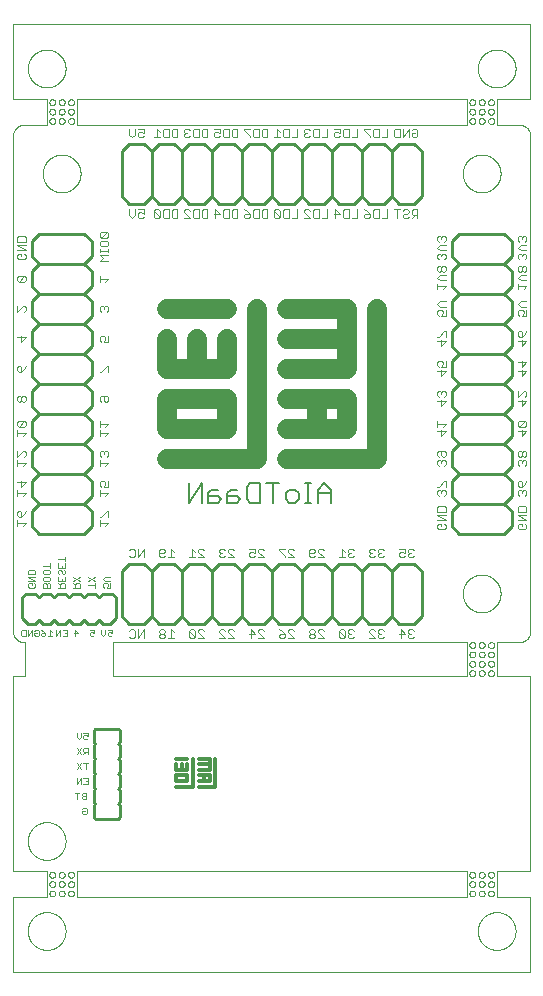
<source format=gbo>
G75*
%MOIN*%
%OFA0B0*%
%FSLAX25Y25*%
%IPPOS*%
%LPD*%
%AMOC8*
5,1,8,0,0,1.08239X$1,22.5*
%
%ADD10C,0.00000*%
%ADD11C,0.00300*%
%ADD12C,0.01000*%
%ADD13C,0.00600*%
%ADD14C,0.00200*%
%ADD15C,0.06600*%
%ADD16C,0.01200*%
D10*
X0003000Y0001000D02*
X0175500Y0001000D01*
X0175500Y0026000D01*
X0164250Y0026000D01*
X0164250Y0034750D01*
X0175500Y0034750D01*
X0175500Y0099750D01*
X0164250Y0099750D01*
X0164250Y0111000D01*
X0171750Y0111000D01*
X0171870Y0111002D01*
X0171990Y0111008D01*
X0172110Y0111017D01*
X0172230Y0111031D01*
X0172348Y0111048D01*
X0172467Y0111069D01*
X0172584Y0111094D01*
X0172701Y0111123D01*
X0172817Y0111155D01*
X0172932Y0111191D01*
X0173045Y0111231D01*
X0173157Y0111274D01*
X0173268Y0111321D01*
X0173377Y0111371D01*
X0173485Y0111425D01*
X0173590Y0111483D01*
X0173694Y0111543D01*
X0173796Y0111607D01*
X0173895Y0111674D01*
X0173993Y0111745D01*
X0174088Y0111818D01*
X0174181Y0111895D01*
X0174271Y0111974D01*
X0174359Y0112056D01*
X0174444Y0112141D01*
X0174526Y0112229D01*
X0174605Y0112319D01*
X0174682Y0112412D01*
X0174755Y0112507D01*
X0174826Y0112605D01*
X0174893Y0112704D01*
X0174957Y0112806D01*
X0175017Y0112910D01*
X0175075Y0113015D01*
X0175129Y0113123D01*
X0175179Y0113232D01*
X0175226Y0113343D01*
X0175269Y0113455D01*
X0175309Y0113568D01*
X0175345Y0113683D01*
X0175377Y0113799D01*
X0175406Y0113916D01*
X0175431Y0114033D01*
X0175452Y0114152D01*
X0175469Y0114270D01*
X0175483Y0114390D01*
X0175492Y0114510D01*
X0175498Y0114630D01*
X0175500Y0114750D01*
X0175500Y0279750D01*
X0175498Y0279870D01*
X0175492Y0279990D01*
X0175483Y0280110D01*
X0175469Y0280230D01*
X0175452Y0280348D01*
X0175431Y0280467D01*
X0175406Y0280584D01*
X0175377Y0280701D01*
X0175345Y0280817D01*
X0175309Y0280932D01*
X0175269Y0281045D01*
X0175226Y0281157D01*
X0175179Y0281268D01*
X0175129Y0281377D01*
X0175075Y0281485D01*
X0175017Y0281590D01*
X0174957Y0281694D01*
X0174893Y0281796D01*
X0174826Y0281895D01*
X0174755Y0281993D01*
X0174682Y0282088D01*
X0174605Y0282181D01*
X0174526Y0282271D01*
X0174444Y0282359D01*
X0174359Y0282444D01*
X0174271Y0282526D01*
X0174181Y0282605D01*
X0174088Y0282682D01*
X0173993Y0282755D01*
X0173895Y0282826D01*
X0173796Y0282893D01*
X0173694Y0282957D01*
X0173590Y0283017D01*
X0173485Y0283075D01*
X0173377Y0283129D01*
X0173268Y0283179D01*
X0173157Y0283226D01*
X0173045Y0283269D01*
X0172932Y0283309D01*
X0172817Y0283345D01*
X0172701Y0283377D01*
X0172584Y0283406D01*
X0172467Y0283431D01*
X0172348Y0283452D01*
X0172230Y0283469D01*
X0172110Y0283483D01*
X0171990Y0283492D01*
X0171870Y0283498D01*
X0171750Y0283500D01*
X0164250Y0283500D01*
X0164250Y0292250D01*
X0175500Y0292250D01*
X0175500Y0317250D01*
X0003000Y0317250D01*
X0003000Y0292250D01*
X0014250Y0292250D01*
X0014250Y0283500D01*
X0006750Y0283500D01*
X0006630Y0283498D01*
X0006510Y0283492D01*
X0006390Y0283483D01*
X0006270Y0283469D01*
X0006152Y0283452D01*
X0006033Y0283431D01*
X0005916Y0283406D01*
X0005799Y0283377D01*
X0005683Y0283345D01*
X0005568Y0283309D01*
X0005455Y0283269D01*
X0005343Y0283226D01*
X0005232Y0283179D01*
X0005123Y0283129D01*
X0005015Y0283075D01*
X0004910Y0283017D01*
X0004806Y0282957D01*
X0004704Y0282893D01*
X0004605Y0282826D01*
X0004507Y0282755D01*
X0004412Y0282682D01*
X0004319Y0282605D01*
X0004229Y0282526D01*
X0004141Y0282444D01*
X0004056Y0282359D01*
X0003974Y0282271D01*
X0003895Y0282181D01*
X0003818Y0282088D01*
X0003745Y0281993D01*
X0003674Y0281895D01*
X0003607Y0281796D01*
X0003543Y0281694D01*
X0003483Y0281590D01*
X0003425Y0281485D01*
X0003371Y0281377D01*
X0003321Y0281268D01*
X0003274Y0281157D01*
X0003231Y0281045D01*
X0003191Y0280932D01*
X0003155Y0280817D01*
X0003123Y0280701D01*
X0003094Y0280584D01*
X0003069Y0280467D01*
X0003048Y0280348D01*
X0003031Y0280230D01*
X0003017Y0280110D01*
X0003008Y0279990D01*
X0003002Y0279870D01*
X0003000Y0279750D01*
X0003000Y0114750D01*
X0003002Y0114630D01*
X0003008Y0114510D01*
X0003017Y0114390D01*
X0003031Y0114270D01*
X0003048Y0114152D01*
X0003069Y0114033D01*
X0003094Y0113916D01*
X0003123Y0113799D01*
X0003155Y0113683D01*
X0003191Y0113568D01*
X0003231Y0113455D01*
X0003274Y0113343D01*
X0003321Y0113232D01*
X0003371Y0113123D01*
X0003425Y0113015D01*
X0003483Y0112910D01*
X0003543Y0112806D01*
X0003607Y0112704D01*
X0003674Y0112605D01*
X0003745Y0112507D01*
X0003818Y0112412D01*
X0003895Y0112319D01*
X0003974Y0112229D01*
X0004056Y0112141D01*
X0004141Y0112056D01*
X0004229Y0111974D01*
X0004319Y0111895D01*
X0004412Y0111818D01*
X0004507Y0111745D01*
X0004605Y0111674D01*
X0004704Y0111607D01*
X0004806Y0111543D01*
X0004910Y0111483D01*
X0005015Y0111425D01*
X0005123Y0111371D01*
X0005232Y0111321D01*
X0005343Y0111274D01*
X0005455Y0111231D01*
X0005568Y0111191D01*
X0005683Y0111155D01*
X0005799Y0111123D01*
X0005916Y0111094D01*
X0006033Y0111069D01*
X0006152Y0111048D01*
X0006270Y0111031D01*
X0006390Y0111017D01*
X0006510Y0111008D01*
X0006630Y0111002D01*
X0006750Y0111000D01*
X0007062Y0111000D01*
X0007062Y0099750D01*
X0003000Y0099750D01*
X0003000Y0034750D01*
X0014250Y0034750D01*
X0014250Y0026000D01*
X0003000Y0026000D01*
X0003000Y0001000D01*
X0007951Y0014750D02*
X0007953Y0014908D01*
X0007959Y0015066D01*
X0007969Y0015224D01*
X0007983Y0015382D01*
X0008001Y0015539D01*
X0008022Y0015696D01*
X0008048Y0015852D01*
X0008078Y0016008D01*
X0008111Y0016163D01*
X0008149Y0016316D01*
X0008190Y0016469D01*
X0008235Y0016621D01*
X0008284Y0016772D01*
X0008337Y0016921D01*
X0008393Y0017069D01*
X0008453Y0017215D01*
X0008517Y0017360D01*
X0008585Y0017503D01*
X0008656Y0017645D01*
X0008730Y0017785D01*
X0008808Y0017922D01*
X0008890Y0018058D01*
X0008974Y0018192D01*
X0009063Y0018323D01*
X0009154Y0018452D01*
X0009249Y0018579D01*
X0009346Y0018704D01*
X0009447Y0018826D01*
X0009551Y0018945D01*
X0009658Y0019062D01*
X0009768Y0019176D01*
X0009881Y0019287D01*
X0009996Y0019396D01*
X0010114Y0019501D01*
X0010235Y0019603D01*
X0010358Y0019703D01*
X0010484Y0019799D01*
X0010612Y0019892D01*
X0010742Y0019982D01*
X0010875Y0020068D01*
X0011010Y0020152D01*
X0011146Y0020231D01*
X0011285Y0020308D01*
X0011426Y0020380D01*
X0011568Y0020450D01*
X0011712Y0020515D01*
X0011858Y0020577D01*
X0012005Y0020635D01*
X0012154Y0020690D01*
X0012304Y0020741D01*
X0012455Y0020788D01*
X0012607Y0020831D01*
X0012760Y0020870D01*
X0012915Y0020906D01*
X0013070Y0020937D01*
X0013226Y0020965D01*
X0013382Y0020989D01*
X0013539Y0021009D01*
X0013697Y0021025D01*
X0013854Y0021037D01*
X0014013Y0021045D01*
X0014171Y0021049D01*
X0014329Y0021049D01*
X0014487Y0021045D01*
X0014646Y0021037D01*
X0014803Y0021025D01*
X0014961Y0021009D01*
X0015118Y0020989D01*
X0015274Y0020965D01*
X0015430Y0020937D01*
X0015585Y0020906D01*
X0015740Y0020870D01*
X0015893Y0020831D01*
X0016045Y0020788D01*
X0016196Y0020741D01*
X0016346Y0020690D01*
X0016495Y0020635D01*
X0016642Y0020577D01*
X0016788Y0020515D01*
X0016932Y0020450D01*
X0017074Y0020380D01*
X0017215Y0020308D01*
X0017354Y0020231D01*
X0017490Y0020152D01*
X0017625Y0020068D01*
X0017758Y0019982D01*
X0017888Y0019892D01*
X0018016Y0019799D01*
X0018142Y0019703D01*
X0018265Y0019603D01*
X0018386Y0019501D01*
X0018504Y0019396D01*
X0018619Y0019287D01*
X0018732Y0019176D01*
X0018842Y0019062D01*
X0018949Y0018945D01*
X0019053Y0018826D01*
X0019154Y0018704D01*
X0019251Y0018579D01*
X0019346Y0018452D01*
X0019437Y0018323D01*
X0019526Y0018192D01*
X0019610Y0018058D01*
X0019692Y0017922D01*
X0019770Y0017785D01*
X0019844Y0017645D01*
X0019915Y0017503D01*
X0019983Y0017360D01*
X0020047Y0017215D01*
X0020107Y0017069D01*
X0020163Y0016921D01*
X0020216Y0016772D01*
X0020265Y0016621D01*
X0020310Y0016469D01*
X0020351Y0016316D01*
X0020389Y0016163D01*
X0020422Y0016008D01*
X0020452Y0015852D01*
X0020478Y0015696D01*
X0020499Y0015539D01*
X0020517Y0015382D01*
X0020531Y0015224D01*
X0020541Y0015066D01*
X0020547Y0014908D01*
X0020549Y0014750D01*
X0020547Y0014592D01*
X0020541Y0014434D01*
X0020531Y0014276D01*
X0020517Y0014118D01*
X0020499Y0013961D01*
X0020478Y0013804D01*
X0020452Y0013648D01*
X0020422Y0013492D01*
X0020389Y0013337D01*
X0020351Y0013184D01*
X0020310Y0013031D01*
X0020265Y0012879D01*
X0020216Y0012728D01*
X0020163Y0012579D01*
X0020107Y0012431D01*
X0020047Y0012285D01*
X0019983Y0012140D01*
X0019915Y0011997D01*
X0019844Y0011855D01*
X0019770Y0011715D01*
X0019692Y0011578D01*
X0019610Y0011442D01*
X0019526Y0011308D01*
X0019437Y0011177D01*
X0019346Y0011048D01*
X0019251Y0010921D01*
X0019154Y0010796D01*
X0019053Y0010674D01*
X0018949Y0010555D01*
X0018842Y0010438D01*
X0018732Y0010324D01*
X0018619Y0010213D01*
X0018504Y0010104D01*
X0018386Y0009999D01*
X0018265Y0009897D01*
X0018142Y0009797D01*
X0018016Y0009701D01*
X0017888Y0009608D01*
X0017758Y0009518D01*
X0017625Y0009432D01*
X0017490Y0009348D01*
X0017354Y0009269D01*
X0017215Y0009192D01*
X0017074Y0009120D01*
X0016932Y0009050D01*
X0016788Y0008985D01*
X0016642Y0008923D01*
X0016495Y0008865D01*
X0016346Y0008810D01*
X0016196Y0008759D01*
X0016045Y0008712D01*
X0015893Y0008669D01*
X0015740Y0008630D01*
X0015585Y0008594D01*
X0015430Y0008563D01*
X0015274Y0008535D01*
X0015118Y0008511D01*
X0014961Y0008491D01*
X0014803Y0008475D01*
X0014646Y0008463D01*
X0014487Y0008455D01*
X0014329Y0008451D01*
X0014171Y0008451D01*
X0014013Y0008455D01*
X0013854Y0008463D01*
X0013697Y0008475D01*
X0013539Y0008491D01*
X0013382Y0008511D01*
X0013226Y0008535D01*
X0013070Y0008563D01*
X0012915Y0008594D01*
X0012760Y0008630D01*
X0012607Y0008669D01*
X0012455Y0008712D01*
X0012304Y0008759D01*
X0012154Y0008810D01*
X0012005Y0008865D01*
X0011858Y0008923D01*
X0011712Y0008985D01*
X0011568Y0009050D01*
X0011426Y0009120D01*
X0011285Y0009192D01*
X0011146Y0009269D01*
X0011010Y0009348D01*
X0010875Y0009432D01*
X0010742Y0009518D01*
X0010612Y0009608D01*
X0010484Y0009701D01*
X0010358Y0009797D01*
X0010235Y0009897D01*
X0010114Y0009999D01*
X0009996Y0010104D01*
X0009881Y0010213D01*
X0009768Y0010324D01*
X0009658Y0010438D01*
X0009551Y0010555D01*
X0009447Y0010674D01*
X0009346Y0010796D01*
X0009249Y0010921D01*
X0009154Y0011048D01*
X0009063Y0011177D01*
X0008974Y0011308D01*
X0008890Y0011442D01*
X0008808Y0011578D01*
X0008730Y0011715D01*
X0008656Y0011855D01*
X0008585Y0011997D01*
X0008517Y0012140D01*
X0008453Y0012285D01*
X0008393Y0012431D01*
X0008337Y0012579D01*
X0008284Y0012728D01*
X0008235Y0012879D01*
X0008190Y0013031D01*
X0008149Y0013184D01*
X0008111Y0013337D01*
X0008078Y0013492D01*
X0008048Y0013648D01*
X0008022Y0013804D01*
X0008001Y0013961D01*
X0007983Y0014118D01*
X0007969Y0014276D01*
X0007959Y0014434D01*
X0007953Y0014592D01*
X0007951Y0014750D01*
X0015141Y0027250D02*
X0015143Y0027312D01*
X0015149Y0027375D01*
X0015159Y0027436D01*
X0015173Y0027497D01*
X0015190Y0027557D01*
X0015211Y0027616D01*
X0015237Y0027673D01*
X0015265Y0027728D01*
X0015297Y0027782D01*
X0015333Y0027833D01*
X0015371Y0027883D01*
X0015413Y0027929D01*
X0015457Y0027973D01*
X0015505Y0028014D01*
X0015554Y0028052D01*
X0015606Y0028086D01*
X0015660Y0028117D01*
X0015716Y0028145D01*
X0015774Y0028169D01*
X0015833Y0028190D01*
X0015893Y0028206D01*
X0015954Y0028219D01*
X0016016Y0028228D01*
X0016078Y0028233D01*
X0016141Y0028234D01*
X0016203Y0028231D01*
X0016265Y0028224D01*
X0016327Y0028213D01*
X0016387Y0028198D01*
X0016447Y0028180D01*
X0016505Y0028158D01*
X0016562Y0028132D01*
X0016617Y0028102D01*
X0016670Y0028069D01*
X0016721Y0028033D01*
X0016769Y0027994D01*
X0016815Y0027951D01*
X0016858Y0027906D01*
X0016898Y0027858D01*
X0016935Y0027808D01*
X0016969Y0027755D01*
X0017000Y0027701D01*
X0017026Y0027645D01*
X0017050Y0027587D01*
X0017069Y0027527D01*
X0017085Y0027467D01*
X0017097Y0027405D01*
X0017105Y0027344D01*
X0017109Y0027281D01*
X0017109Y0027219D01*
X0017105Y0027156D01*
X0017097Y0027095D01*
X0017085Y0027033D01*
X0017069Y0026973D01*
X0017050Y0026913D01*
X0017026Y0026855D01*
X0017000Y0026799D01*
X0016969Y0026745D01*
X0016935Y0026692D01*
X0016898Y0026642D01*
X0016858Y0026594D01*
X0016815Y0026549D01*
X0016769Y0026506D01*
X0016721Y0026467D01*
X0016670Y0026431D01*
X0016617Y0026398D01*
X0016562Y0026368D01*
X0016505Y0026342D01*
X0016447Y0026320D01*
X0016387Y0026302D01*
X0016327Y0026287D01*
X0016265Y0026276D01*
X0016203Y0026269D01*
X0016141Y0026266D01*
X0016078Y0026267D01*
X0016016Y0026272D01*
X0015954Y0026281D01*
X0015893Y0026294D01*
X0015833Y0026310D01*
X0015774Y0026331D01*
X0015716Y0026355D01*
X0015660Y0026383D01*
X0015606Y0026414D01*
X0015554Y0026448D01*
X0015505Y0026486D01*
X0015457Y0026527D01*
X0015413Y0026571D01*
X0015371Y0026617D01*
X0015333Y0026667D01*
X0015297Y0026718D01*
X0015265Y0026772D01*
X0015237Y0026827D01*
X0015211Y0026884D01*
X0015190Y0026943D01*
X0015173Y0027003D01*
X0015159Y0027064D01*
X0015149Y0027125D01*
X0015143Y0027188D01*
X0015141Y0027250D01*
X0015141Y0030375D02*
X0015143Y0030437D01*
X0015149Y0030500D01*
X0015159Y0030561D01*
X0015173Y0030622D01*
X0015190Y0030682D01*
X0015211Y0030741D01*
X0015237Y0030798D01*
X0015265Y0030853D01*
X0015297Y0030907D01*
X0015333Y0030958D01*
X0015371Y0031008D01*
X0015413Y0031054D01*
X0015457Y0031098D01*
X0015505Y0031139D01*
X0015554Y0031177D01*
X0015606Y0031211D01*
X0015660Y0031242D01*
X0015716Y0031270D01*
X0015774Y0031294D01*
X0015833Y0031315D01*
X0015893Y0031331D01*
X0015954Y0031344D01*
X0016016Y0031353D01*
X0016078Y0031358D01*
X0016141Y0031359D01*
X0016203Y0031356D01*
X0016265Y0031349D01*
X0016327Y0031338D01*
X0016387Y0031323D01*
X0016447Y0031305D01*
X0016505Y0031283D01*
X0016562Y0031257D01*
X0016617Y0031227D01*
X0016670Y0031194D01*
X0016721Y0031158D01*
X0016769Y0031119D01*
X0016815Y0031076D01*
X0016858Y0031031D01*
X0016898Y0030983D01*
X0016935Y0030933D01*
X0016969Y0030880D01*
X0017000Y0030826D01*
X0017026Y0030770D01*
X0017050Y0030712D01*
X0017069Y0030652D01*
X0017085Y0030592D01*
X0017097Y0030530D01*
X0017105Y0030469D01*
X0017109Y0030406D01*
X0017109Y0030344D01*
X0017105Y0030281D01*
X0017097Y0030220D01*
X0017085Y0030158D01*
X0017069Y0030098D01*
X0017050Y0030038D01*
X0017026Y0029980D01*
X0017000Y0029924D01*
X0016969Y0029870D01*
X0016935Y0029817D01*
X0016898Y0029767D01*
X0016858Y0029719D01*
X0016815Y0029674D01*
X0016769Y0029631D01*
X0016721Y0029592D01*
X0016670Y0029556D01*
X0016617Y0029523D01*
X0016562Y0029493D01*
X0016505Y0029467D01*
X0016447Y0029445D01*
X0016387Y0029427D01*
X0016327Y0029412D01*
X0016265Y0029401D01*
X0016203Y0029394D01*
X0016141Y0029391D01*
X0016078Y0029392D01*
X0016016Y0029397D01*
X0015954Y0029406D01*
X0015893Y0029419D01*
X0015833Y0029435D01*
X0015774Y0029456D01*
X0015716Y0029480D01*
X0015660Y0029508D01*
X0015606Y0029539D01*
X0015554Y0029573D01*
X0015505Y0029611D01*
X0015457Y0029652D01*
X0015413Y0029696D01*
X0015371Y0029742D01*
X0015333Y0029792D01*
X0015297Y0029843D01*
X0015265Y0029897D01*
X0015237Y0029952D01*
X0015211Y0030009D01*
X0015190Y0030068D01*
X0015173Y0030128D01*
X0015159Y0030189D01*
X0015149Y0030250D01*
X0015143Y0030313D01*
X0015141Y0030375D01*
X0015141Y0033500D02*
X0015143Y0033562D01*
X0015149Y0033625D01*
X0015159Y0033686D01*
X0015173Y0033747D01*
X0015190Y0033807D01*
X0015211Y0033866D01*
X0015237Y0033923D01*
X0015265Y0033978D01*
X0015297Y0034032D01*
X0015333Y0034083D01*
X0015371Y0034133D01*
X0015413Y0034179D01*
X0015457Y0034223D01*
X0015505Y0034264D01*
X0015554Y0034302D01*
X0015606Y0034336D01*
X0015660Y0034367D01*
X0015716Y0034395D01*
X0015774Y0034419D01*
X0015833Y0034440D01*
X0015893Y0034456D01*
X0015954Y0034469D01*
X0016016Y0034478D01*
X0016078Y0034483D01*
X0016141Y0034484D01*
X0016203Y0034481D01*
X0016265Y0034474D01*
X0016327Y0034463D01*
X0016387Y0034448D01*
X0016447Y0034430D01*
X0016505Y0034408D01*
X0016562Y0034382D01*
X0016617Y0034352D01*
X0016670Y0034319D01*
X0016721Y0034283D01*
X0016769Y0034244D01*
X0016815Y0034201D01*
X0016858Y0034156D01*
X0016898Y0034108D01*
X0016935Y0034058D01*
X0016969Y0034005D01*
X0017000Y0033951D01*
X0017026Y0033895D01*
X0017050Y0033837D01*
X0017069Y0033777D01*
X0017085Y0033717D01*
X0017097Y0033655D01*
X0017105Y0033594D01*
X0017109Y0033531D01*
X0017109Y0033469D01*
X0017105Y0033406D01*
X0017097Y0033345D01*
X0017085Y0033283D01*
X0017069Y0033223D01*
X0017050Y0033163D01*
X0017026Y0033105D01*
X0017000Y0033049D01*
X0016969Y0032995D01*
X0016935Y0032942D01*
X0016898Y0032892D01*
X0016858Y0032844D01*
X0016815Y0032799D01*
X0016769Y0032756D01*
X0016721Y0032717D01*
X0016670Y0032681D01*
X0016617Y0032648D01*
X0016562Y0032618D01*
X0016505Y0032592D01*
X0016447Y0032570D01*
X0016387Y0032552D01*
X0016327Y0032537D01*
X0016265Y0032526D01*
X0016203Y0032519D01*
X0016141Y0032516D01*
X0016078Y0032517D01*
X0016016Y0032522D01*
X0015954Y0032531D01*
X0015893Y0032544D01*
X0015833Y0032560D01*
X0015774Y0032581D01*
X0015716Y0032605D01*
X0015660Y0032633D01*
X0015606Y0032664D01*
X0015554Y0032698D01*
X0015505Y0032736D01*
X0015457Y0032777D01*
X0015413Y0032821D01*
X0015371Y0032867D01*
X0015333Y0032917D01*
X0015297Y0032968D01*
X0015265Y0033022D01*
X0015237Y0033077D01*
X0015211Y0033134D01*
X0015190Y0033193D01*
X0015173Y0033253D01*
X0015159Y0033314D01*
X0015149Y0033375D01*
X0015143Y0033438D01*
X0015141Y0033500D01*
X0018266Y0033500D02*
X0018268Y0033562D01*
X0018274Y0033625D01*
X0018284Y0033686D01*
X0018298Y0033747D01*
X0018315Y0033807D01*
X0018336Y0033866D01*
X0018362Y0033923D01*
X0018390Y0033978D01*
X0018422Y0034032D01*
X0018458Y0034083D01*
X0018496Y0034133D01*
X0018538Y0034179D01*
X0018582Y0034223D01*
X0018630Y0034264D01*
X0018679Y0034302D01*
X0018731Y0034336D01*
X0018785Y0034367D01*
X0018841Y0034395D01*
X0018899Y0034419D01*
X0018958Y0034440D01*
X0019018Y0034456D01*
X0019079Y0034469D01*
X0019141Y0034478D01*
X0019203Y0034483D01*
X0019266Y0034484D01*
X0019328Y0034481D01*
X0019390Y0034474D01*
X0019452Y0034463D01*
X0019512Y0034448D01*
X0019572Y0034430D01*
X0019630Y0034408D01*
X0019687Y0034382D01*
X0019742Y0034352D01*
X0019795Y0034319D01*
X0019846Y0034283D01*
X0019894Y0034244D01*
X0019940Y0034201D01*
X0019983Y0034156D01*
X0020023Y0034108D01*
X0020060Y0034058D01*
X0020094Y0034005D01*
X0020125Y0033951D01*
X0020151Y0033895D01*
X0020175Y0033837D01*
X0020194Y0033777D01*
X0020210Y0033717D01*
X0020222Y0033655D01*
X0020230Y0033594D01*
X0020234Y0033531D01*
X0020234Y0033469D01*
X0020230Y0033406D01*
X0020222Y0033345D01*
X0020210Y0033283D01*
X0020194Y0033223D01*
X0020175Y0033163D01*
X0020151Y0033105D01*
X0020125Y0033049D01*
X0020094Y0032995D01*
X0020060Y0032942D01*
X0020023Y0032892D01*
X0019983Y0032844D01*
X0019940Y0032799D01*
X0019894Y0032756D01*
X0019846Y0032717D01*
X0019795Y0032681D01*
X0019742Y0032648D01*
X0019687Y0032618D01*
X0019630Y0032592D01*
X0019572Y0032570D01*
X0019512Y0032552D01*
X0019452Y0032537D01*
X0019390Y0032526D01*
X0019328Y0032519D01*
X0019266Y0032516D01*
X0019203Y0032517D01*
X0019141Y0032522D01*
X0019079Y0032531D01*
X0019018Y0032544D01*
X0018958Y0032560D01*
X0018899Y0032581D01*
X0018841Y0032605D01*
X0018785Y0032633D01*
X0018731Y0032664D01*
X0018679Y0032698D01*
X0018630Y0032736D01*
X0018582Y0032777D01*
X0018538Y0032821D01*
X0018496Y0032867D01*
X0018458Y0032917D01*
X0018422Y0032968D01*
X0018390Y0033022D01*
X0018362Y0033077D01*
X0018336Y0033134D01*
X0018315Y0033193D01*
X0018298Y0033253D01*
X0018284Y0033314D01*
X0018274Y0033375D01*
X0018268Y0033438D01*
X0018266Y0033500D01*
X0018266Y0030375D02*
X0018268Y0030437D01*
X0018274Y0030500D01*
X0018284Y0030561D01*
X0018298Y0030622D01*
X0018315Y0030682D01*
X0018336Y0030741D01*
X0018362Y0030798D01*
X0018390Y0030853D01*
X0018422Y0030907D01*
X0018458Y0030958D01*
X0018496Y0031008D01*
X0018538Y0031054D01*
X0018582Y0031098D01*
X0018630Y0031139D01*
X0018679Y0031177D01*
X0018731Y0031211D01*
X0018785Y0031242D01*
X0018841Y0031270D01*
X0018899Y0031294D01*
X0018958Y0031315D01*
X0019018Y0031331D01*
X0019079Y0031344D01*
X0019141Y0031353D01*
X0019203Y0031358D01*
X0019266Y0031359D01*
X0019328Y0031356D01*
X0019390Y0031349D01*
X0019452Y0031338D01*
X0019512Y0031323D01*
X0019572Y0031305D01*
X0019630Y0031283D01*
X0019687Y0031257D01*
X0019742Y0031227D01*
X0019795Y0031194D01*
X0019846Y0031158D01*
X0019894Y0031119D01*
X0019940Y0031076D01*
X0019983Y0031031D01*
X0020023Y0030983D01*
X0020060Y0030933D01*
X0020094Y0030880D01*
X0020125Y0030826D01*
X0020151Y0030770D01*
X0020175Y0030712D01*
X0020194Y0030652D01*
X0020210Y0030592D01*
X0020222Y0030530D01*
X0020230Y0030469D01*
X0020234Y0030406D01*
X0020234Y0030344D01*
X0020230Y0030281D01*
X0020222Y0030220D01*
X0020210Y0030158D01*
X0020194Y0030098D01*
X0020175Y0030038D01*
X0020151Y0029980D01*
X0020125Y0029924D01*
X0020094Y0029870D01*
X0020060Y0029817D01*
X0020023Y0029767D01*
X0019983Y0029719D01*
X0019940Y0029674D01*
X0019894Y0029631D01*
X0019846Y0029592D01*
X0019795Y0029556D01*
X0019742Y0029523D01*
X0019687Y0029493D01*
X0019630Y0029467D01*
X0019572Y0029445D01*
X0019512Y0029427D01*
X0019452Y0029412D01*
X0019390Y0029401D01*
X0019328Y0029394D01*
X0019266Y0029391D01*
X0019203Y0029392D01*
X0019141Y0029397D01*
X0019079Y0029406D01*
X0019018Y0029419D01*
X0018958Y0029435D01*
X0018899Y0029456D01*
X0018841Y0029480D01*
X0018785Y0029508D01*
X0018731Y0029539D01*
X0018679Y0029573D01*
X0018630Y0029611D01*
X0018582Y0029652D01*
X0018538Y0029696D01*
X0018496Y0029742D01*
X0018458Y0029792D01*
X0018422Y0029843D01*
X0018390Y0029897D01*
X0018362Y0029952D01*
X0018336Y0030009D01*
X0018315Y0030068D01*
X0018298Y0030128D01*
X0018284Y0030189D01*
X0018274Y0030250D01*
X0018268Y0030313D01*
X0018266Y0030375D01*
X0018266Y0027250D02*
X0018268Y0027312D01*
X0018274Y0027375D01*
X0018284Y0027436D01*
X0018298Y0027497D01*
X0018315Y0027557D01*
X0018336Y0027616D01*
X0018362Y0027673D01*
X0018390Y0027728D01*
X0018422Y0027782D01*
X0018458Y0027833D01*
X0018496Y0027883D01*
X0018538Y0027929D01*
X0018582Y0027973D01*
X0018630Y0028014D01*
X0018679Y0028052D01*
X0018731Y0028086D01*
X0018785Y0028117D01*
X0018841Y0028145D01*
X0018899Y0028169D01*
X0018958Y0028190D01*
X0019018Y0028206D01*
X0019079Y0028219D01*
X0019141Y0028228D01*
X0019203Y0028233D01*
X0019266Y0028234D01*
X0019328Y0028231D01*
X0019390Y0028224D01*
X0019452Y0028213D01*
X0019512Y0028198D01*
X0019572Y0028180D01*
X0019630Y0028158D01*
X0019687Y0028132D01*
X0019742Y0028102D01*
X0019795Y0028069D01*
X0019846Y0028033D01*
X0019894Y0027994D01*
X0019940Y0027951D01*
X0019983Y0027906D01*
X0020023Y0027858D01*
X0020060Y0027808D01*
X0020094Y0027755D01*
X0020125Y0027701D01*
X0020151Y0027645D01*
X0020175Y0027587D01*
X0020194Y0027527D01*
X0020210Y0027467D01*
X0020222Y0027405D01*
X0020230Y0027344D01*
X0020234Y0027281D01*
X0020234Y0027219D01*
X0020230Y0027156D01*
X0020222Y0027095D01*
X0020210Y0027033D01*
X0020194Y0026973D01*
X0020175Y0026913D01*
X0020151Y0026855D01*
X0020125Y0026799D01*
X0020094Y0026745D01*
X0020060Y0026692D01*
X0020023Y0026642D01*
X0019983Y0026594D01*
X0019940Y0026549D01*
X0019894Y0026506D01*
X0019846Y0026467D01*
X0019795Y0026431D01*
X0019742Y0026398D01*
X0019687Y0026368D01*
X0019630Y0026342D01*
X0019572Y0026320D01*
X0019512Y0026302D01*
X0019452Y0026287D01*
X0019390Y0026276D01*
X0019328Y0026269D01*
X0019266Y0026266D01*
X0019203Y0026267D01*
X0019141Y0026272D01*
X0019079Y0026281D01*
X0019018Y0026294D01*
X0018958Y0026310D01*
X0018899Y0026331D01*
X0018841Y0026355D01*
X0018785Y0026383D01*
X0018731Y0026414D01*
X0018679Y0026448D01*
X0018630Y0026486D01*
X0018582Y0026527D01*
X0018538Y0026571D01*
X0018496Y0026617D01*
X0018458Y0026667D01*
X0018422Y0026718D01*
X0018390Y0026772D01*
X0018362Y0026827D01*
X0018336Y0026884D01*
X0018315Y0026943D01*
X0018298Y0027003D01*
X0018284Y0027064D01*
X0018274Y0027125D01*
X0018268Y0027188D01*
X0018266Y0027250D01*
X0021391Y0027250D02*
X0021393Y0027312D01*
X0021399Y0027375D01*
X0021409Y0027436D01*
X0021423Y0027497D01*
X0021440Y0027557D01*
X0021461Y0027616D01*
X0021487Y0027673D01*
X0021515Y0027728D01*
X0021547Y0027782D01*
X0021583Y0027833D01*
X0021621Y0027883D01*
X0021663Y0027929D01*
X0021707Y0027973D01*
X0021755Y0028014D01*
X0021804Y0028052D01*
X0021856Y0028086D01*
X0021910Y0028117D01*
X0021966Y0028145D01*
X0022024Y0028169D01*
X0022083Y0028190D01*
X0022143Y0028206D01*
X0022204Y0028219D01*
X0022266Y0028228D01*
X0022328Y0028233D01*
X0022391Y0028234D01*
X0022453Y0028231D01*
X0022515Y0028224D01*
X0022577Y0028213D01*
X0022637Y0028198D01*
X0022697Y0028180D01*
X0022755Y0028158D01*
X0022812Y0028132D01*
X0022867Y0028102D01*
X0022920Y0028069D01*
X0022971Y0028033D01*
X0023019Y0027994D01*
X0023065Y0027951D01*
X0023108Y0027906D01*
X0023148Y0027858D01*
X0023185Y0027808D01*
X0023219Y0027755D01*
X0023250Y0027701D01*
X0023276Y0027645D01*
X0023300Y0027587D01*
X0023319Y0027527D01*
X0023335Y0027467D01*
X0023347Y0027405D01*
X0023355Y0027344D01*
X0023359Y0027281D01*
X0023359Y0027219D01*
X0023355Y0027156D01*
X0023347Y0027095D01*
X0023335Y0027033D01*
X0023319Y0026973D01*
X0023300Y0026913D01*
X0023276Y0026855D01*
X0023250Y0026799D01*
X0023219Y0026745D01*
X0023185Y0026692D01*
X0023148Y0026642D01*
X0023108Y0026594D01*
X0023065Y0026549D01*
X0023019Y0026506D01*
X0022971Y0026467D01*
X0022920Y0026431D01*
X0022867Y0026398D01*
X0022812Y0026368D01*
X0022755Y0026342D01*
X0022697Y0026320D01*
X0022637Y0026302D01*
X0022577Y0026287D01*
X0022515Y0026276D01*
X0022453Y0026269D01*
X0022391Y0026266D01*
X0022328Y0026267D01*
X0022266Y0026272D01*
X0022204Y0026281D01*
X0022143Y0026294D01*
X0022083Y0026310D01*
X0022024Y0026331D01*
X0021966Y0026355D01*
X0021910Y0026383D01*
X0021856Y0026414D01*
X0021804Y0026448D01*
X0021755Y0026486D01*
X0021707Y0026527D01*
X0021663Y0026571D01*
X0021621Y0026617D01*
X0021583Y0026667D01*
X0021547Y0026718D01*
X0021515Y0026772D01*
X0021487Y0026827D01*
X0021461Y0026884D01*
X0021440Y0026943D01*
X0021423Y0027003D01*
X0021409Y0027064D01*
X0021399Y0027125D01*
X0021393Y0027188D01*
X0021391Y0027250D01*
X0021391Y0030375D02*
X0021393Y0030437D01*
X0021399Y0030500D01*
X0021409Y0030561D01*
X0021423Y0030622D01*
X0021440Y0030682D01*
X0021461Y0030741D01*
X0021487Y0030798D01*
X0021515Y0030853D01*
X0021547Y0030907D01*
X0021583Y0030958D01*
X0021621Y0031008D01*
X0021663Y0031054D01*
X0021707Y0031098D01*
X0021755Y0031139D01*
X0021804Y0031177D01*
X0021856Y0031211D01*
X0021910Y0031242D01*
X0021966Y0031270D01*
X0022024Y0031294D01*
X0022083Y0031315D01*
X0022143Y0031331D01*
X0022204Y0031344D01*
X0022266Y0031353D01*
X0022328Y0031358D01*
X0022391Y0031359D01*
X0022453Y0031356D01*
X0022515Y0031349D01*
X0022577Y0031338D01*
X0022637Y0031323D01*
X0022697Y0031305D01*
X0022755Y0031283D01*
X0022812Y0031257D01*
X0022867Y0031227D01*
X0022920Y0031194D01*
X0022971Y0031158D01*
X0023019Y0031119D01*
X0023065Y0031076D01*
X0023108Y0031031D01*
X0023148Y0030983D01*
X0023185Y0030933D01*
X0023219Y0030880D01*
X0023250Y0030826D01*
X0023276Y0030770D01*
X0023300Y0030712D01*
X0023319Y0030652D01*
X0023335Y0030592D01*
X0023347Y0030530D01*
X0023355Y0030469D01*
X0023359Y0030406D01*
X0023359Y0030344D01*
X0023355Y0030281D01*
X0023347Y0030220D01*
X0023335Y0030158D01*
X0023319Y0030098D01*
X0023300Y0030038D01*
X0023276Y0029980D01*
X0023250Y0029924D01*
X0023219Y0029870D01*
X0023185Y0029817D01*
X0023148Y0029767D01*
X0023108Y0029719D01*
X0023065Y0029674D01*
X0023019Y0029631D01*
X0022971Y0029592D01*
X0022920Y0029556D01*
X0022867Y0029523D01*
X0022812Y0029493D01*
X0022755Y0029467D01*
X0022697Y0029445D01*
X0022637Y0029427D01*
X0022577Y0029412D01*
X0022515Y0029401D01*
X0022453Y0029394D01*
X0022391Y0029391D01*
X0022328Y0029392D01*
X0022266Y0029397D01*
X0022204Y0029406D01*
X0022143Y0029419D01*
X0022083Y0029435D01*
X0022024Y0029456D01*
X0021966Y0029480D01*
X0021910Y0029508D01*
X0021856Y0029539D01*
X0021804Y0029573D01*
X0021755Y0029611D01*
X0021707Y0029652D01*
X0021663Y0029696D01*
X0021621Y0029742D01*
X0021583Y0029792D01*
X0021547Y0029843D01*
X0021515Y0029897D01*
X0021487Y0029952D01*
X0021461Y0030009D01*
X0021440Y0030068D01*
X0021423Y0030128D01*
X0021409Y0030189D01*
X0021399Y0030250D01*
X0021393Y0030313D01*
X0021391Y0030375D01*
X0021391Y0033500D02*
X0021393Y0033562D01*
X0021399Y0033625D01*
X0021409Y0033686D01*
X0021423Y0033747D01*
X0021440Y0033807D01*
X0021461Y0033866D01*
X0021487Y0033923D01*
X0021515Y0033978D01*
X0021547Y0034032D01*
X0021583Y0034083D01*
X0021621Y0034133D01*
X0021663Y0034179D01*
X0021707Y0034223D01*
X0021755Y0034264D01*
X0021804Y0034302D01*
X0021856Y0034336D01*
X0021910Y0034367D01*
X0021966Y0034395D01*
X0022024Y0034419D01*
X0022083Y0034440D01*
X0022143Y0034456D01*
X0022204Y0034469D01*
X0022266Y0034478D01*
X0022328Y0034483D01*
X0022391Y0034484D01*
X0022453Y0034481D01*
X0022515Y0034474D01*
X0022577Y0034463D01*
X0022637Y0034448D01*
X0022697Y0034430D01*
X0022755Y0034408D01*
X0022812Y0034382D01*
X0022867Y0034352D01*
X0022920Y0034319D01*
X0022971Y0034283D01*
X0023019Y0034244D01*
X0023065Y0034201D01*
X0023108Y0034156D01*
X0023148Y0034108D01*
X0023185Y0034058D01*
X0023219Y0034005D01*
X0023250Y0033951D01*
X0023276Y0033895D01*
X0023300Y0033837D01*
X0023319Y0033777D01*
X0023335Y0033717D01*
X0023347Y0033655D01*
X0023355Y0033594D01*
X0023359Y0033531D01*
X0023359Y0033469D01*
X0023355Y0033406D01*
X0023347Y0033345D01*
X0023335Y0033283D01*
X0023319Y0033223D01*
X0023300Y0033163D01*
X0023276Y0033105D01*
X0023250Y0033049D01*
X0023219Y0032995D01*
X0023185Y0032942D01*
X0023148Y0032892D01*
X0023108Y0032844D01*
X0023065Y0032799D01*
X0023019Y0032756D01*
X0022971Y0032717D01*
X0022920Y0032681D01*
X0022867Y0032648D01*
X0022812Y0032618D01*
X0022755Y0032592D01*
X0022697Y0032570D01*
X0022637Y0032552D01*
X0022577Y0032537D01*
X0022515Y0032526D01*
X0022453Y0032519D01*
X0022391Y0032516D01*
X0022328Y0032517D01*
X0022266Y0032522D01*
X0022204Y0032531D01*
X0022143Y0032544D01*
X0022083Y0032560D01*
X0022024Y0032581D01*
X0021966Y0032605D01*
X0021910Y0032633D01*
X0021856Y0032664D01*
X0021804Y0032698D01*
X0021755Y0032736D01*
X0021707Y0032777D01*
X0021663Y0032821D01*
X0021621Y0032867D01*
X0021583Y0032917D01*
X0021547Y0032968D01*
X0021515Y0033022D01*
X0021487Y0033077D01*
X0021461Y0033134D01*
X0021440Y0033193D01*
X0021423Y0033253D01*
X0021409Y0033314D01*
X0021399Y0033375D01*
X0021393Y0033438D01*
X0021391Y0033500D01*
X0024250Y0034750D02*
X0024250Y0026000D01*
X0154250Y0026000D01*
X0154250Y0034750D01*
X0024250Y0034750D01*
X0007951Y0044750D02*
X0007953Y0044908D01*
X0007959Y0045066D01*
X0007969Y0045224D01*
X0007983Y0045382D01*
X0008001Y0045539D01*
X0008022Y0045696D01*
X0008048Y0045852D01*
X0008078Y0046008D01*
X0008111Y0046163D01*
X0008149Y0046316D01*
X0008190Y0046469D01*
X0008235Y0046621D01*
X0008284Y0046772D01*
X0008337Y0046921D01*
X0008393Y0047069D01*
X0008453Y0047215D01*
X0008517Y0047360D01*
X0008585Y0047503D01*
X0008656Y0047645D01*
X0008730Y0047785D01*
X0008808Y0047922D01*
X0008890Y0048058D01*
X0008974Y0048192D01*
X0009063Y0048323D01*
X0009154Y0048452D01*
X0009249Y0048579D01*
X0009346Y0048704D01*
X0009447Y0048826D01*
X0009551Y0048945D01*
X0009658Y0049062D01*
X0009768Y0049176D01*
X0009881Y0049287D01*
X0009996Y0049396D01*
X0010114Y0049501D01*
X0010235Y0049603D01*
X0010358Y0049703D01*
X0010484Y0049799D01*
X0010612Y0049892D01*
X0010742Y0049982D01*
X0010875Y0050068D01*
X0011010Y0050152D01*
X0011146Y0050231D01*
X0011285Y0050308D01*
X0011426Y0050380D01*
X0011568Y0050450D01*
X0011712Y0050515D01*
X0011858Y0050577D01*
X0012005Y0050635D01*
X0012154Y0050690D01*
X0012304Y0050741D01*
X0012455Y0050788D01*
X0012607Y0050831D01*
X0012760Y0050870D01*
X0012915Y0050906D01*
X0013070Y0050937D01*
X0013226Y0050965D01*
X0013382Y0050989D01*
X0013539Y0051009D01*
X0013697Y0051025D01*
X0013854Y0051037D01*
X0014013Y0051045D01*
X0014171Y0051049D01*
X0014329Y0051049D01*
X0014487Y0051045D01*
X0014646Y0051037D01*
X0014803Y0051025D01*
X0014961Y0051009D01*
X0015118Y0050989D01*
X0015274Y0050965D01*
X0015430Y0050937D01*
X0015585Y0050906D01*
X0015740Y0050870D01*
X0015893Y0050831D01*
X0016045Y0050788D01*
X0016196Y0050741D01*
X0016346Y0050690D01*
X0016495Y0050635D01*
X0016642Y0050577D01*
X0016788Y0050515D01*
X0016932Y0050450D01*
X0017074Y0050380D01*
X0017215Y0050308D01*
X0017354Y0050231D01*
X0017490Y0050152D01*
X0017625Y0050068D01*
X0017758Y0049982D01*
X0017888Y0049892D01*
X0018016Y0049799D01*
X0018142Y0049703D01*
X0018265Y0049603D01*
X0018386Y0049501D01*
X0018504Y0049396D01*
X0018619Y0049287D01*
X0018732Y0049176D01*
X0018842Y0049062D01*
X0018949Y0048945D01*
X0019053Y0048826D01*
X0019154Y0048704D01*
X0019251Y0048579D01*
X0019346Y0048452D01*
X0019437Y0048323D01*
X0019526Y0048192D01*
X0019610Y0048058D01*
X0019692Y0047922D01*
X0019770Y0047785D01*
X0019844Y0047645D01*
X0019915Y0047503D01*
X0019983Y0047360D01*
X0020047Y0047215D01*
X0020107Y0047069D01*
X0020163Y0046921D01*
X0020216Y0046772D01*
X0020265Y0046621D01*
X0020310Y0046469D01*
X0020351Y0046316D01*
X0020389Y0046163D01*
X0020422Y0046008D01*
X0020452Y0045852D01*
X0020478Y0045696D01*
X0020499Y0045539D01*
X0020517Y0045382D01*
X0020531Y0045224D01*
X0020541Y0045066D01*
X0020547Y0044908D01*
X0020549Y0044750D01*
X0020547Y0044592D01*
X0020541Y0044434D01*
X0020531Y0044276D01*
X0020517Y0044118D01*
X0020499Y0043961D01*
X0020478Y0043804D01*
X0020452Y0043648D01*
X0020422Y0043492D01*
X0020389Y0043337D01*
X0020351Y0043184D01*
X0020310Y0043031D01*
X0020265Y0042879D01*
X0020216Y0042728D01*
X0020163Y0042579D01*
X0020107Y0042431D01*
X0020047Y0042285D01*
X0019983Y0042140D01*
X0019915Y0041997D01*
X0019844Y0041855D01*
X0019770Y0041715D01*
X0019692Y0041578D01*
X0019610Y0041442D01*
X0019526Y0041308D01*
X0019437Y0041177D01*
X0019346Y0041048D01*
X0019251Y0040921D01*
X0019154Y0040796D01*
X0019053Y0040674D01*
X0018949Y0040555D01*
X0018842Y0040438D01*
X0018732Y0040324D01*
X0018619Y0040213D01*
X0018504Y0040104D01*
X0018386Y0039999D01*
X0018265Y0039897D01*
X0018142Y0039797D01*
X0018016Y0039701D01*
X0017888Y0039608D01*
X0017758Y0039518D01*
X0017625Y0039432D01*
X0017490Y0039348D01*
X0017354Y0039269D01*
X0017215Y0039192D01*
X0017074Y0039120D01*
X0016932Y0039050D01*
X0016788Y0038985D01*
X0016642Y0038923D01*
X0016495Y0038865D01*
X0016346Y0038810D01*
X0016196Y0038759D01*
X0016045Y0038712D01*
X0015893Y0038669D01*
X0015740Y0038630D01*
X0015585Y0038594D01*
X0015430Y0038563D01*
X0015274Y0038535D01*
X0015118Y0038511D01*
X0014961Y0038491D01*
X0014803Y0038475D01*
X0014646Y0038463D01*
X0014487Y0038455D01*
X0014329Y0038451D01*
X0014171Y0038451D01*
X0014013Y0038455D01*
X0013854Y0038463D01*
X0013697Y0038475D01*
X0013539Y0038491D01*
X0013382Y0038511D01*
X0013226Y0038535D01*
X0013070Y0038563D01*
X0012915Y0038594D01*
X0012760Y0038630D01*
X0012607Y0038669D01*
X0012455Y0038712D01*
X0012304Y0038759D01*
X0012154Y0038810D01*
X0012005Y0038865D01*
X0011858Y0038923D01*
X0011712Y0038985D01*
X0011568Y0039050D01*
X0011426Y0039120D01*
X0011285Y0039192D01*
X0011146Y0039269D01*
X0011010Y0039348D01*
X0010875Y0039432D01*
X0010742Y0039518D01*
X0010612Y0039608D01*
X0010484Y0039701D01*
X0010358Y0039797D01*
X0010235Y0039897D01*
X0010114Y0039999D01*
X0009996Y0040104D01*
X0009881Y0040213D01*
X0009768Y0040324D01*
X0009658Y0040438D01*
X0009551Y0040555D01*
X0009447Y0040674D01*
X0009346Y0040796D01*
X0009249Y0040921D01*
X0009154Y0041048D01*
X0009063Y0041177D01*
X0008974Y0041308D01*
X0008890Y0041442D01*
X0008808Y0041578D01*
X0008730Y0041715D01*
X0008656Y0041855D01*
X0008585Y0041997D01*
X0008517Y0042140D01*
X0008453Y0042285D01*
X0008393Y0042431D01*
X0008337Y0042579D01*
X0008284Y0042728D01*
X0008235Y0042879D01*
X0008190Y0043031D01*
X0008149Y0043184D01*
X0008111Y0043337D01*
X0008078Y0043492D01*
X0008048Y0043648D01*
X0008022Y0043804D01*
X0008001Y0043961D01*
X0007983Y0044118D01*
X0007969Y0044276D01*
X0007959Y0044434D01*
X0007953Y0044592D01*
X0007951Y0044750D01*
X0036438Y0099750D02*
X0036438Y0111000D01*
X0154250Y0111000D01*
X0154250Y0099750D01*
X0036438Y0099750D01*
X0012951Y0267250D02*
X0012953Y0267408D01*
X0012959Y0267566D01*
X0012969Y0267724D01*
X0012983Y0267882D01*
X0013001Y0268039D01*
X0013022Y0268196D01*
X0013048Y0268352D01*
X0013078Y0268508D01*
X0013111Y0268663D01*
X0013149Y0268816D01*
X0013190Y0268969D01*
X0013235Y0269121D01*
X0013284Y0269272D01*
X0013337Y0269421D01*
X0013393Y0269569D01*
X0013453Y0269715D01*
X0013517Y0269860D01*
X0013585Y0270003D01*
X0013656Y0270145D01*
X0013730Y0270285D01*
X0013808Y0270422D01*
X0013890Y0270558D01*
X0013974Y0270692D01*
X0014063Y0270823D01*
X0014154Y0270952D01*
X0014249Y0271079D01*
X0014346Y0271204D01*
X0014447Y0271326D01*
X0014551Y0271445D01*
X0014658Y0271562D01*
X0014768Y0271676D01*
X0014881Y0271787D01*
X0014996Y0271896D01*
X0015114Y0272001D01*
X0015235Y0272103D01*
X0015358Y0272203D01*
X0015484Y0272299D01*
X0015612Y0272392D01*
X0015742Y0272482D01*
X0015875Y0272568D01*
X0016010Y0272652D01*
X0016146Y0272731D01*
X0016285Y0272808D01*
X0016426Y0272880D01*
X0016568Y0272950D01*
X0016712Y0273015D01*
X0016858Y0273077D01*
X0017005Y0273135D01*
X0017154Y0273190D01*
X0017304Y0273241D01*
X0017455Y0273288D01*
X0017607Y0273331D01*
X0017760Y0273370D01*
X0017915Y0273406D01*
X0018070Y0273437D01*
X0018226Y0273465D01*
X0018382Y0273489D01*
X0018539Y0273509D01*
X0018697Y0273525D01*
X0018854Y0273537D01*
X0019013Y0273545D01*
X0019171Y0273549D01*
X0019329Y0273549D01*
X0019487Y0273545D01*
X0019646Y0273537D01*
X0019803Y0273525D01*
X0019961Y0273509D01*
X0020118Y0273489D01*
X0020274Y0273465D01*
X0020430Y0273437D01*
X0020585Y0273406D01*
X0020740Y0273370D01*
X0020893Y0273331D01*
X0021045Y0273288D01*
X0021196Y0273241D01*
X0021346Y0273190D01*
X0021495Y0273135D01*
X0021642Y0273077D01*
X0021788Y0273015D01*
X0021932Y0272950D01*
X0022074Y0272880D01*
X0022215Y0272808D01*
X0022354Y0272731D01*
X0022490Y0272652D01*
X0022625Y0272568D01*
X0022758Y0272482D01*
X0022888Y0272392D01*
X0023016Y0272299D01*
X0023142Y0272203D01*
X0023265Y0272103D01*
X0023386Y0272001D01*
X0023504Y0271896D01*
X0023619Y0271787D01*
X0023732Y0271676D01*
X0023842Y0271562D01*
X0023949Y0271445D01*
X0024053Y0271326D01*
X0024154Y0271204D01*
X0024251Y0271079D01*
X0024346Y0270952D01*
X0024437Y0270823D01*
X0024526Y0270692D01*
X0024610Y0270558D01*
X0024692Y0270422D01*
X0024770Y0270285D01*
X0024844Y0270145D01*
X0024915Y0270003D01*
X0024983Y0269860D01*
X0025047Y0269715D01*
X0025107Y0269569D01*
X0025163Y0269421D01*
X0025216Y0269272D01*
X0025265Y0269121D01*
X0025310Y0268969D01*
X0025351Y0268816D01*
X0025389Y0268663D01*
X0025422Y0268508D01*
X0025452Y0268352D01*
X0025478Y0268196D01*
X0025499Y0268039D01*
X0025517Y0267882D01*
X0025531Y0267724D01*
X0025541Y0267566D01*
X0025547Y0267408D01*
X0025549Y0267250D01*
X0025547Y0267092D01*
X0025541Y0266934D01*
X0025531Y0266776D01*
X0025517Y0266618D01*
X0025499Y0266461D01*
X0025478Y0266304D01*
X0025452Y0266148D01*
X0025422Y0265992D01*
X0025389Y0265837D01*
X0025351Y0265684D01*
X0025310Y0265531D01*
X0025265Y0265379D01*
X0025216Y0265228D01*
X0025163Y0265079D01*
X0025107Y0264931D01*
X0025047Y0264785D01*
X0024983Y0264640D01*
X0024915Y0264497D01*
X0024844Y0264355D01*
X0024770Y0264215D01*
X0024692Y0264078D01*
X0024610Y0263942D01*
X0024526Y0263808D01*
X0024437Y0263677D01*
X0024346Y0263548D01*
X0024251Y0263421D01*
X0024154Y0263296D01*
X0024053Y0263174D01*
X0023949Y0263055D01*
X0023842Y0262938D01*
X0023732Y0262824D01*
X0023619Y0262713D01*
X0023504Y0262604D01*
X0023386Y0262499D01*
X0023265Y0262397D01*
X0023142Y0262297D01*
X0023016Y0262201D01*
X0022888Y0262108D01*
X0022758Y0262018D01*
X0022625Y0261932D01*
X0022490Y0261848D01*
X0022354Y0261769D01*
X0022215Y0261692D01*
X0022074Y0261620D01*
X0021932Y0261550D01*
X0021788Y0261485D01*
X0021642Y0261423D01*
X0021495Y0261365D01*
X0021346Y0261310D01*
X0021196Y0261259D01*
X0021045Y0261212D01*
X0020893Y0261169D01*
X0020740Y0261130D01*
X0020585Y0261094D01*
X0020430Y0261063D01*
X0020274Y0261035D01*
X0020118Y0261011D01*
X0019961Y0260991D01*
X0019803Y0260975D01*
X0019646Y0260963D01*
X0019487Y0260955D01*
X0019329Y0260951D01*
X0019171Y0260951D01*
X0019013Y0260955D01*
X0018854Y0260963D01*
X0018697Y0260975D01*
X0018539Y0260991D01*
X0018382Y0261011D01*
X0018226Y0261035D01*
X0018070Y0261063D01*
X0017915Y0261094D01*
X0017760Y0261130D01*
X0017607Y0261169D01*
X0017455Y0261212D01*
X0017304Y0261259D01*
X0017154Y0261310D01*
X0017005Y0261365D01*
X0016858Y0261423D01*
X0016712Y0261485D01*
X0016568Y0261550D01*
X0016426Y0261620D01*
X0016285Y0261692D01*
X0016146Y0261769D01*
X0016010Y0261848D01*
X0015875Y0261932D01*
X0015742Y0262018D01*
X0015612Y0262108D01*
X0015484Y0262201D01*
X0015358Y0262297D01*
X0015235Y0262397D01*
X0015114Y0262499D01*
X0014996Y0262604D01*
X0014881Y0262713D01*
X0014768Y0262824D01*
X0014658Y0262938D01*
X0014551Y0263055D01*
X0014447Y0263174D01*
X0014346Y0263296D01*
X0014249Y0263421D01*
X0014154Y0263548D01*
X0014063Y0263677D01*
X0013974Y0263808D01*
X0013890Y0263942D01*
X0013808Y0264078D01*
X0013730Y0264215D01*
X0013656Y0264355D01*
X0013585Y0264497D01*
X0013517Y0264640D01*
X0013453Y0264785D01*
X0013393Y0264931D01*
X0013337Y0265079D01*
X0013284Y0265228D01*
X0013235Y0265379D01*
X0013190Y0265531D01*
X0013149Y0265684D01*
X0013111Y0265837D01*
X0013078Y0265992D01*
X0013048Y0266148D01*
X0013022Y0266304D01*
X0013001Y0266461D01*
X0012983Y0266618D01*
X0012969Y0266776D01*
X0012959Y0266934D01*
X0012953Y0267092D01*
X0012951Y0267250D01*
X0015141Y0284750D02*
X0015143Y0284812D01*
X0015149Y0284875D01*
X0015159Y0284936D01*
X0015173Y0284997D01*
X0015190Y0285057D01*
X0015211Y0285116D01*
X0015237Y0285173D01*
X0015265Y0285228D01*
X0015297Y0285282D01*
X0015333Y0285333D01*
X0015371Y0285383D01*
X0015413Y0285429D01*
X0015457Y0285473D01*
X0015505Y0285514D01*
X0015554Y0285552D01*
X0015606Y0285586D01*
X0015660Y0285617D01*
X0015716Y0285645D01*
X0015774Y0285669D01*
X0015833Y0285690D01*
X0015893Y0285706D01*
X0015954Y0285719D01*
X0016016Y0285728D01*
X0016078Y0285733D01*
X0016141Y0285734D01*
X0016203Y0285731D01*
X0016265Y0285724D01*
X0016327Y0285713D01*
X0016387Y0285698D01*
X0016447Y0285680D01*
X0016505Y0285658D01*
X0016562Y0285632D01*
X0016617Y0285602D01*
X0016670Y0285569D01*
X0016721Y0285533D01*
X0016769Y0285494D01*
X0016815Y0285451D01*
X0016858Y0285406D01*
X0016898Y0285358D01*
X0016935Y0285308D01*
X0016969Y0285255D01*
X0017000Y0285201D01*
X0017026Y0285145D01*
X0017050Y0285087D01*
X0017069Y0285027D01*
X0017085Y0284967D01*
X0017097Y0284905D01*
X0017105Y0284844D01*
X0017109Y0284781D01*
X0017109Y0284719D01*
X0017105Y0284656D01*
X0017097Y0284595D01*
X0017085Y0284533D01*
X0017069Y0284473D01*
X0017050Y0284413D01*
X0017026Y0284355D01*
X0017000Y0284299D01*
X0016969Y0284245D01*
X0016935Y0284192D01*
X0016898Y0284142D01*
X0016858Y0284094D01*
X0016815Y0284049D01*
X0016769Y0284006D01*
X0016721Y0283967D01*
X0016670Y0283931D01*
X0016617Y0283898D01*
X0016562Y0283868D01*
X0016505Y0283842D01*
X0016447Y0283820D01*
X0016387Y0283802D01*
X0016327Y0283787D01*
X0016265Y0283776D01*
X0016203Y0283769D01*
X0016141Y0283766D01*
X0016078Y0283767D01*
X0016016Y0283772D01*
X0015954Y0283781D01*
X0015893Y0283794D01*
X0015833Y0283810D01*
X0015774Y0283831D01*
X0015716Y0283855D01*
X0015660Y0283883D01*
X0015606Y0283914D01*
X0015554Y0283948D01*
X0015505Y0283986D01*
X0015457Y0284027D01*
X0015413Y0284071D01*
X0015371Y0284117D01*
X0015333Y0284167D01*
X0015297Y0284218D01*
X0015265Y0284272D01*
X0015237Y0284327D01*
X0015211Y0284384D01*
X0015190Y0284443D01*
X0015173Y0284503D01*
X0015159Y0284564D01*
X0015149Y0284625D01*
X0015143Y0284688D01*
X0015141Y0284750D01*
X0015141Y0287875D02*
X0015143Y0287937D01*
X0015149Y0288000D01*
X0015159Y0288061D01*
X0015173Y0288122D01*
X0015190Y0288182D01*
X0015211Y0288241D01*
X0015237Y0288298D01*
X0015265Y0288353D01*
X0015297Y0288407D01*
X0015333Y0288458D01*
X0015371Y0288508D01*
X0015413Y0288554D01*
X0015457Y0288598D01*
X0015505Y0288639D01*
X0015554Y0288677D01*
X0015606Y0288711D01*
X0015660Y0288742D01*
X0015716Y0288770D01*
X0015774Y0288794D01*
X0015833Y0288815D01*
X0015893Y0288831D01*
X0015954Y0288844D01*
X0016016Y0288853D01*
X0016078Y0288858D01*
X0016141Y0288859D01*
X0016203Y0288856D01*
X0016265Y0288849D01*
X0016327Y0288838D01*
X0016387Y0288823D01*
X0016447Y0288805D01*
X0016505Y0288783D01*
X0016562Y0288757D01*
X0016617Y0288727D01*
X0016670Y0288694D01*
X0016721Y0288658D01*
X0016769Y0288619D01*
X0016815Y0288576D01*
X0016858Y0288531D01*
X0016898Y0288483D01*
X0016935Y0288433D01*
X0016969Y0288380D01*
X0017000Y0288326D01*
X0017026Y0288270D01*
X0017050Y0288212D01*
X0017069Y0288152D01*
X0017085Y0288092D01*
X0017097Y0288030D01*
X0017105Y0287969D01*
X0017109Y0287906D01*
X0017109Y0287844D01*
X0017105Y0287781D01*
X0017097Y0287720D01*
X0017085Y0287658D01*
X0017069Y0287598D01*
X0017050Y0287538D01*
X0017026Y0287480D01*
X0017000Y0287424D01*
X0016969Y0287370D01*
X0016935Y0287317D01*
X0016898Y0287267D01*
X0016858Y0287219D01*
X0016815Y0287174D01*
X0016769Y0287131D01*
X0016721Y0287092D01*
X0016670Y0287056D01*
X0016617Y0287023D01*
X0016562Y0286993D01*
X0016505Y0286967D01*
X0016447Y0286945D01*
X0016387Y0286927D01*
X0016327Y0286912D01*
X0016265Y0286901D01*
X0016203Y0286894D01*
X0016141Y0286891D01*
X0016078Y0286892D01*
X0016016Y0286897D01*
X0015954Y0286906D01*
X0015893Y0286919D01*
X0015833Y0286935D01*
X0015774Y0286956D01*
X0015716Y0286980D01*
X0015660Y0287008D01*
X0015606Y0287039D01*
X0015554Y0287073D01*
X0015505Y0287111D01*
X0015457Y0287152D01*
X0015413Y0287196D01*
X0015371Y0287242D01*
X0015333Y0287292D01*
X0015297Y0287343D01*
X0015265Y0287397D01*
X0015237Y0287452D01*
X0015211Y0287509D01*
X0015190Y0287568D01*
X0015173Y0287628D01*
X0015159Y0287689D01*
X0015149Y0287750D01*
X0015143Y0287813D01*
X0015141Y0287875D01*
X0015141Y0291000D02*
X0015143Y0291062D01*
X0015149Y0291125D01*
X0015159Y0291186D01*
X0015173Y0291247D01*
X0015190Y0291307D01*
X0015211Y0291366D01*
X0015237Y0291423D01*
X0015265Y0291478D01*
X0015297Y0291532D01*
X0015333Y0291583D01*
X0015371Y0291633D01*
X0015413Y0291679D01*
X0015457Y0291723D01*
X0015505Y0291764D01*
X0015554Y0291802D01*
X0015606Y0291836D01*
X0015660Y0291867D01*
X0015716Y0291895D01*
X0015774Y0291919D01*
X0015833Y0291940D01*
X0015893Y0291956D01*
X0015954Y0291969D01*
X0016016Y0291978D01*
X0016078Y0291983D01*
X0016141Y0291984D01*
X0016203Y0291981D01*
X0016265Y0291974D01*
X0016327Y0291963D01*
X0016387Y0291948D01*
X0016447Y0291930D01*
X0016505Y0291908D01*
X0016562Y0291882D01*
X0016617Y0291852D01*
X0016670Y0291819D01*
X0016721Y0291783D01*
X0016769Y0291744D01*
X0016815Y0291701D01*
X0016858Y0291656D01*
X0016898Y0291608D01*
X0016935Y0291558D01*
X0016969Y0291505D01*
X0017000Y0291451D01*
X0017026Y0291395D01*
X0017050Y0291337D01*
X0017069Y0291277D01*
X0017085Y0291217D01*
X0017097Y0291155D01*
X0017105Y0291094D01*
X0017109Y0291031D01*
X0017109Y0290969D01*
X0017105Y0290906D01*
X0017097Y0290845D01*
X0017085Y0290783D01*
X0017069Y0290723D01*
X0017050Y0290663D01*
X0017026Y0290605D01*
X0017000Y0290549D01*
X0016969Y0290495D01*
X0016935Y0290442D01*
X0016898Y0290392D01*
X0016858Y0290344D01*
X0016815Y0290299D01*
X0016769Y0290256D01*
X0016721Y0290217D01*
X0016670Y0290181D01*
X0016617Y0290148D01*
X0016562Y0290118D01*
X0016505Y0290092D01*
X0016447Y0290070D01*
X0016387Y0290052D01*
X0016327Y0290037D01*
X0016265Y0290026D01*
X0016203Y0290019D01*
X0016141Y0290016D01*
X0016078Y0290017D01*
X0016016Y0290022D01*
X0015954Y0290031D01*
X0015893Y0290044D01*
X0015833Y0290060D01*
X0015774Y0290081D01*
X0015716Y0290105D01*
X0015660Y0290133D01*
X0015606Y0290164D01*
X0015554Y0290198D01*
X0015505Y0290236D01*
X0015457Y0290277D01*
X0015413Y0290321D01*
X0015371Y0290367D01*
X0015333Y0290417D01*
X0015297Y0290468D01*
X0015265Y0290522D01*
X0015237Y0290577D01*
X0015211Y0290634D01*
X0015190Y0290693D01*
X0015173Y0290753D01*
X0015159Y0290814D01*
X0015149Y0290875D01*
X0015143Y0290938D01*
X0015141Y0291000D01*
X0018266Y0291000D02*
X0018268Y0291062D01*
X0018274Y0291125D01*
X0018284Y0291186D01*
X0018298Y0291247D01*
X0018315Y0291307D01*
X0018336Y0291366D01*
X0018362Y0291423D01*
X0018390Y0291478D01*
X0018422Y0291532D01*
X0018458Y0291583D01*
X0018496Y0291633D01*
X0018538Y0291679D01*
X0018582Y0291723D01*
X0018630Y0291764D01*
X0018679Y0291802D01*
X0018731Y0291836D01*
X0018785Y0291867D01*
X0018841Y0291895D01*
X0018899Y0291919D01*
X0018958Y0291940D01*
X0019018Y0291956D01*
X0019079Y0291969D01*
X0019141Y0291978D01*
X0019203Y0291983D01*
X0019266Y0291984D01*
X0019328Y0291981D01*
X0019390Y0291974D01*
X0019452Y0291963D01*
X0019512Y0291948D01*
X0019572Y0291930D01*
X0019630Y0291908D01*
X0019687Y0291882D01*
X0019742Y0291852D01*
X0019795Y0291819D01*
X0019846Y0291783D01*
X0019894Y0291744D01*
X0019940Y0291701D01*
X0019983Y0291656D01*
X0020023Y0291608D01*
X0020060Y0291558D01*
X0020094Y0291505D01*
X0020125Y0291451D01*
X0020151Y0291395D01*
X0020175Y0291337D01*
X0020194Y0291277D01*
X0020210Y0291217D01*
X0020222Y0291155D01*
X0020230Y0291094D01*
X0020234Y0291031D01*
X0020234Y0290969D01*
X0020230Y0290906D01*
X0020222Y0290845D01*
X0020210Y0290783D01*
X0020194Y0290723D01*
X0020175Y0290663D01*
X0020151Y0290605D01*
X0020125Y0290549D01*
X0020094Y0290495D01*
X0020060Y0290442D01*
X0020023Y0290392D01*
X0019983Y0290344D01*
X0019940Y0290299D01*
X0019894Y0290256D01*
X0019846Y0290217D01*
X0019795Y0290181D01*
X0019742Y0290148D01*
X0019687Y0290118D01*
X0019630Y0290092D01*
X0019572Y0290070D01*
X0019512Y0290052D01*
X0019452Y0290037D01*
X0019390Y0290026D01*
X0019328Y0290019D01*
X0019266Y0290016D01*
X0019203Y0290017D01*
X0019141Y0290022D01*
X0019079Y0290031D01*
X0019018Y0290044D01*
X0018958Y0290060D01*
X0018899Y0290081D01*
X0018841Y0290105D01*
X0018785Y0290133D01*
X0018731Y0290164D01*
X0018679Y0290198D01*
X0018630Y0290236D01*
X0018582Y0290277D01*
X0018538Y0290321D01*
X0018496Y0290367D01*
X0018458Y0290417D01*
X0018422Y0290468D01*
X0018390Y0290522D01*
X0018362Y0290577D01*
X0018336Y0290634D01*
X0018315Y0290693D01*
X0018298Y0290753D01*
X0018284Y0290814D01*
X0018274Y0290875D01*
X0018268Y0290938D01*
X0018266Y0291000D01*
X0018266Y0287875D02*
X0018268Y0287937D01*
X0018274Y0288000D01*
X0018284Y0288061D01*
X0018298Y0288122D01*
X0018315Y0288182D01*
X0018336Y0288241D01*
X0018362Y0288298D01*
X0018390Y0288353D01*
X0018422Y0288407D01*
X0018458Y0288458D01*
X0018496Y0288508D01*
X0018538Y0288554D01*
X0018582Y0288598D01*
X0018630Y0288639D01*
X0018679Y0288677D01*
X0018731Y0288711D01*
X0018785Y0288742D01*
X0018841Y0288770D01*
X0018899Y0288794D01*
X0018958Y0288815D01*
X0019018Y0288831D01*
X0019079Y0288844D01*
X0019141Y0288853D01*
X0019203Y0288858D01*
X0019266Y0288859D01*
X0019328Y0288856D01*
X0019390Y0288849D01*
X0019452Y0288838D01*
X0019512Y0288823D01*
X0019572Y0288805D01*
X0019630Y0288783D01*
X0019687Y0288757D01*
X0019742Y0288727D01*
X0019795Y0288694D01*
X0019846Y0288658D01*
X0019894Y0288619D01*
X0019940Y0288576D01*
X0019983Y0288531D01*
X0020023Y0288483D01*
X0020060Y0288433D01*
X0020094Y0288380D01*
X0020125Y0288326D01*
X0020151Y0288270D01*
X0020175Y0288212D01*
X0020194Y0288152D01*
X0020210Y0288092D01*
X0020222Y0288030D01*
X0020230Y0287969D01*
X0020234Y0287906D01*
X0020234Y0287844D01*
X0020230Y0287781D01*
X0020222Y0287720D01*
X0020210Y0287658D01*
X0020194Y0287598D01*
X0020175Y0287538D01*
X0020151Y0287480D01*
X0020125Y0287424D01*
X0020094Y0287370D01*
X0020060Y0287317D01*
X0020023Y0287267D01*
X0019983Y0287219D01*
X0019940Y0287174D01*
X0019894Y0287131D01*
X0019846Y0287092D01*
X0019795Y0287056D01*
X0019742Y0287023D01*
X0019687Y0286993D01*
X0019630Y0286967D01*
X0019572Y0286945D01*
X0019512Y0286927D01*
X0019452Y0286912D01*
X0019390Y0286901D01*
X0019328Y0286894D01*
X0019266Y0286891D01*
X0019203Y0286892D01*
X0019141Y0286897D01*
X0019079Y0286906D01*
X0019018Y0286919D01*
X0018958Y0286935D01*
X0018899Y0286956D01*
X0018841Y0286980D01*
X0018785Y0287008D01*
X0018731Y0287039D01*
X0018679Y0287073D01*
X0018630Y0287111D01*
X0018582Y0287152D01*
X0018538Y0287196D01*
X0018496Y0287242D01*
X0018458Y0287292D01*
X0018422Y0287343D01*
X0018390Y0287397D01*
X0018362Y0287452D01*
X0018336Y0287509D01*
X0018315Y0287568D01*
X0018298Y0287628D01*
X0018284Y0287689D01*
X0018274Y0287750D01*
X0018268Y0287813D01*
X0018266Y0287875D01*
X0018266Y0284750D02*
X0018268Y0284812D01*
X0018274Y0284875D01*
X0018284Y0284936D01*
X0018298Y0284997D01*
X0018315Y0285057D01*
X0018336Y0285116D01*
X0018362Y0285173D01*
X0018390Y0285228D01*
X0018422Y0285282D01*
X0018458Y0285333D01*
X0018496Y0285383D01*
X0018538Y0285429D01*
X0018582Y0285473D01*
X0018630Y0285514D01*
X0018679Y0285552D01*
X0018731Y0285586D01*
X0018785Y0285617D01*
X0018841Y0285645D01*
X0018899Y0285669D01*
X0018958Y0285690D01*
X0019018Y0285706D01*
X0019079Y0285719D01*
X0019141Y0285728D01*
X0019203Y0285733D01*
X0019266Y0285734D01*
X0019328Y0285731D01*
X0019390Y0285724D01*
X0019452Y0285713D01*
X0019512Y0285698D01*
X0019572Y0285680D01*
X0019630Y0285658D01*
X0019687Y0285632D01*
X0019742Y0285602D01*
X0019795Y0285569D01*
X0019846Y0285533D01*
X0019894Y0285494D01*
X0019940Y0285451D01*
X0019983Y0285406D01*
X0020023Y0285358D01*
X0020060Y0285308D01*
X0020094Y0285255D01*
X0020125Y0285201D01*
X0020151Y0285145D01*
X0020175Y0285087D01*
X0020194Y0285027D01*
X0020210Y0284967D01*
X0020222Y0284905D01*
X0020230Y0284844D01*
X0020234Y0284781D01*
X0020234Y0284719D01*
X0020230Y0284656D01*
X0020222Y0284595D01*
X0020210Y0284533D01*
X0020194Y0284473D01*
X0020175Y0284413D01*
X0020151Y0284355D01*
X0020125Y0284299D01*
X0020094Y0284245D01*
X0020060Y0284192D01*
X0020023Y0284142D01*
X0019983Y0284094D01*
X0019940Y0284049D01*
X0019894Y0284006D01*
X0019846Y0283967D01*
X0019795Y0283931D01*
X0019742Y0283898D01*
X0019687Y0283868D01*
X0019630Y0283842D01*
X0019572Y0283820D01*
X0019512Y0283802D01*
X0019452Y0283787D01*
X0019390Y0283776D01*
X0019328Y0283769D01*
X0019266Y0283766D01*
X0019203Y0283767D01*
X0019141Y0283772D01*
X0019079Y0283781D01*
X0019018Y0283794D01*
X0018958Y0283810D01*
X0018899Y0283831D01*
X0018841Y0283855D01*
X0018785Y0283883D01*
X0018731Y0283914D01*
X0018679Y0283948D01*
X0018630Y0283986D01*
X0018582Y0284027D01*
X0018538Y0284071D01*
X0018496Y0284117D01*
X0018458Y0284167D01*
X0018422Y0284218D01*
X0018390Y0284272D01*
X0018362Y0284327D01*
X0018336Y0284384D01*
X0018315Y0284443D01*
X0018298Y0284503D01*
X0018284Y0284564D01*
X0018274Y0284625D01*
X0018268Y0284688D01*
X0018266Y0284750D01*
X0021391Y0284750D02*
X0021393Y0284812D01*
X0021399Y0284875D01*
X0021409Y0284936D01*
X0021423Y0284997D01*
X0021440Y0285057D01*
X0021461Y0285116D01*
X0021487Y0285173D01*
X0021515Y0285228D01*
X0021547Y0285282D01*
X0021583Y0285333D01*
X0021621Y0285383D01*
X0021663Y0285429D01*
X0021707Y0285473D01*
X0021755Y0285514D01*
X0021804Y0285552D01*
X0021856Y0285586D01*
X0021910Y0285617D01*
X0021966Y0285645D01*
X0022024Y0285669D01*
X0022083Y0285690D01*
X0022143Y0285706D01*
X0022204Y0285719D01*
X0022266Y0285728D01*
X0022328Y0285733D01*
X0022391Y0285734D01*
X0022453Y0285731D01*
X0022515Y0285724D01*
X0022577Y0285713D01*
X0022637Y0285698D01*
X0022697Y0285680D01*
X0022755Y0285658D01*
X0022812Y0285632D01*
X0022867Y0285602D01*
X0022920Y0285569D01*
X0022971Y0285533D01*
X0023019Y0285494D01*
X0023065Y0285451D01*
X0023108Y0285406D01*
X0023148Y0285358D01*
X0023185Y0285308D01*
X0023219Y0285255D01*
X0023250Y0285201D01*
X0023276Y0285145D01*
X0023300Y0285087D01*
X0023319Y0285027D01*
X0023335Y0284967D01*
X0023347Y0284905D01*
X0023355Y0284844D01*
X0023359Y0284781D01*
X0023359Y0284719D01*
X0023355Y0284656D01*
X0023347Y0284595D01*
X0023335Y0284533D01*
X0023319Y0284473D01*
X0023300Y0284413D01*
X0023276Y0284355D01*
X0023250Y0284299D01*
X0023219Y0284245D01*
X0023185Y0284192D01*
X0023148Y0284142D01*
X0023108Y0284094D01*
X0023065Y0284049D01*
X0023019Y0284006D01*
X0022971Y0283967D01*
X0022920Y0283931D01*
X0022867Y0283898D01*
X0022812Y0283868D01*
X0022755Y0283842D01*
X0022697Y0283820D01*
X0022637Y0283802D01*
X0022577Y0283787D01*
X0022515Y0283776D01*
X0022453Y0283769D01*
X0022391Y0283766D01*
X0022328Y0283767D01*
X0022266Y0283772D01*
X0022204Y0283781D01*
X0022143Y0283794D01*
X0022083Y0283810D01*
X0022024Y0283831D01*
X0021966Y0283855D01*
X0021910Y0283883D01*
X0021856Y0283914D01*
X0021804Y0283948D01*
X0021755Y0283986D01*
X0021707Y0284027D01*
X0021663Y0284071D01*
X0021621Y0284117D01*
X0021583Y0284167D01*
X0021547Y0284218D01*
X0021515Y0284272D01*
X0021487Y0284327D01*
X0021461Y0284384D01*
X0021440Y0284443D01*
X0021423Y0284503D01*
X0021409Y0284564D01*
X0021399Y0284625D01*
X0021393Y0284688D01*
X0021391Y0284750D01*
X0021391Y0287875D02*
X0021393Y0287937D01*
X0021399Y0288000D01*
X0021409Y0288061D01*
X0021423Y0288122D01*
X0021440Y0288182D01*
X0021461Y0288241D01*
X0021487Y0288298D01*
X0021515Y0288353D01*
X0021547Y0288407D01*
X0021583Y0288458D01*
X0021621Y0288508D01*
X0021663Y0288554D01*
X0021707Y0288598D01*
X0021755Y0288639D01*
X0021804Y0288677D01*
X0021856Y0288711D01*
X0021910Y0288742D01*
X0021966Y0288770D01*
X0022024Y0288794D01*
X0022083Y0288815D01*
X0022143Y0288831D01*
X0022204Y0288844D01*
X0022266Y0288853D01*
X0022328Y0288858D01*
X0022391Y0288859D01*
X0022453Y0288856D01*
X0022515Y0288849D01*
X0022577Y0288838D01*
X0022637Y0288823D01*
X0022697Y0288805D01*
X0022755Y0288783D01*
X0022812Y0288757D01*
X0022867Y0288727D01*
X0022920Y0288694D01*
X0022971Y0288658D01*
X0023019Y0288619D01*
X0023065Y0288576D01*
X0023108Y0288531D01*
X0023148Y0288483D01*
X0023185Y0288433D01*
X0023219Y0288380D01*
X0023250Y0288326D01*
X0023276Y0288270D01*
X0023300Y0288212D01*
X0023319Y0288152D01*
X0023335Y0288092D01*
X0023347Y0288030D01*
X0023355Y0287969D01*
X0023359Y0287906D01*
X0023359Y0287844D01*
X0023355Y0287781D01*
X0023347Y0287720D01*
X0023335Y0287658D01*
X0023319Y0287598D01*
X0023300Y0287538D01*
X0023276Y0287480D01*
X0023250Y0287424D01*
X0023219Y0287370D01*
X0023185Y0287317D01*
X0023148Y0287267D01*
X0023108Y0287219D01*
X0023065Y0287174D01*
X0023019Y0287131D01*
X0022971Y0287092D01*
X0022920Y0287056D01*
X0022867Y0287023D01*
X0022812Y0286993D01*
X0022755Y0286967D01*
X0022697Y0286945D01*
X0022637Y0286927D01*
X0022577Y0286912D01*
X0022515Y0286901D01*
X0022453Y0286894D01*
X0022391Y0286891D01*
X0022328Y0286892D01*
X0022266Y0286897D01*
X0022204Y0286906D01*
X0022143Y0286919D01*
X0022083Y0286935D01*
X0022024Y0286956D01*
X0021966Y0286980D01*
X0021910Y0287008D01*
X0021856Y0287039D01*
X0021804Y0287073D01*
X0021755Y0287111D01*
X0021707Y0287152D01*
X0021663Y0287196D01*
X0021621Y0287242D01*
X0021583Y0287292D01*
X0021547Y0287343D01*
X0021515Y0287397D01*
X0021487Y0287452D01*
X0021461Y0287509D01*
X0021440Y0287568D01*
X0021423Y0287628D01*
X0021409Y0287689D01*
X0021399Y0287750D01*
X0021393Y0287813D01*
X0021391Y0287875D01*
X0021391Y0291000D02*
X0021393Y0291062D01*
X0021399Y0291125D01*
X0021409Y0291186D01*
X0021423Y0291247D01*
X0021440Y0291307D01*
X0021461Y0291366D01*
X0021487Y0291423D01*
X0021515Y0291478D01*
X0021547Y0291532D01*
X0021583Y0291583D01*
X0021621Y0291633D01*
X0021663Y0291679D01*
X0021707Y0291723D01*
X0021755Y0291764D01*
X0021804Y0291802D01*
X0021856Y0291836D01*
X0021910Y0291867D01*
X0021966Y0291895D01*
X0022024Y0291919D01*
X0022083Y0291940D01*
X0022143Y0291956D01*
X0022204Y0291969D01*
X0022266Y0291978D01*
X0022328Y0291983D01*
X0022391Y0291984D01*
X0022453Y0291981D01*
X0022515Y0291974D01*
X0022577Y0291963D01*
X0022637Y0291948D01*
X0022697Y0291930D01*
X0022755Y0291908D01*
X0022812Y0291882D01*
X0022867Y0291852D01*
X0022920Y0291819D01*
X0022971Y0291783D01*
X0023019Y0291744D01*
X0023065Y0291701D01*
X0023108Y0291656D01*
X0023148Y0291608D01*
X0023185Y0291558D01*
X0023219Y0291505D01*
X0023250Y0291451D01*
X0023276Y0291395D01*
X0023300Y0291337D01*
X0023319Y0291277D01*
X0023335Y0291217D01*
X0023347Y0291155D01*
X0023355Y0291094D01*
X0023359Y0291031D01*
X0023359Y0290969D01*
X0023355Y0290906D01*
X0023347Y0290845D01*
X0023335Y0290783D01*
X0023319Y0290723D01*
X0023300Y0290663D01*
X0023276Y0290605D01*
X0023250Y0290549D01*
X0023219Y0290495D01*
X0023185Y0290442D01*
X0023148Y0290392D01*
X0023108Y0290344D01*
X0023065Y0290299D01*
X0023019Y0290256D01*
X0022971Y0290217D01*
X0022920Y0290181D01*
X0022867Y0290148D01*
X0022812Y0290118D01*
X0022755Y0290092D01*
X0022697Y0290070D01*
X0022637Y0290052D01*
X0022577Y0290037D01*
X0022515Y0290026D01*
X0022453Y0290019D01*
X0022391Y0290016D01*
X0022328Y0290017D01*
X0022266Y0290022D01*
X0022204Y0290031D01*
X0022143Y0290044D01*
X0022083Y0290060D01*
X0022024Y0290081D01*
X0021966Y0290105D01*
X0021910Y0290133D01*
X0021856Y0290164D01*
X0021804Y0290198D01*
X0021755Y0290236D01*
X0021707Y0290277D01*
X0021663Y0290321D01*
X0021621Y0290367D01*
X0021583Y0290417D01*
X0021547Y0290468D01*
X0021515Y0290522D01*
X0021487Y0290577D01*
X0021461Y0290634D01*
X0021440Y0290693D01*
X0021423Y0290753D01*
X0021409Y0290814D01*
X0021399Y0290875D01*
X0021393Y0290938D01*
X0021391Y0291000D01*
X0024250Y0292250D02*
X0024250Y0283500D01*
X0154250Y0283500D01*
X0154250Y0292250D01*
X0024250Y0292250D01*
X0007951Y0302250D02*
X0007953Y0302408D01*
X0007959Y0302566D01*
X0007969Y0302724D01*
X0007983Y0302882D01*
X0008001Y0303039D01*
X0008022Y0303196D01*
X0008048Y0303352D01*
X0008078Y0303508D01*
X0008111Y0303663D01*
X0008149Y0303816D01*
X0008190Y0303969D01*
X0008235Y0304121D01*
X0008284Y0304272D01*
X0008337Y0304421D01*
X0008393Y0304569D01*
X0008453Y0304715D01*
X0008517Y0304860D01*
X0008585Y0305003D01*
X0008656Y0305145D01*
X0008730Y0305285D01*
X0008808Y0305422D01*
X0008890Y0305558D01*
X0008974Y0305692D01*
X0009063Y0305823D01*
X0009154Y0305952D01*
X0009249Y0306079D01*
X0009346Y0306204D01*
X0009447Y0306326D01*
X0009551Y0306445D01*
X0009658Y0306562D01*
X0009768Y0306676D01*
X0009881Y0306787D01*
X0009996Y0306896D01*
X0010114Y0307001D01*
X0010235Y0307103D01*
X0010358Y0307203D01*
X0010484Y0307299D01*
X0010612Y0307392D01*
X0010742Y0307482D01*
X0010875Y0307568D01*
X0011010Y0307652D01*
X0011146Y0307731D01*
X0011285Y0307808D01*
X0011426Y0307880D01*
X0011568Y0307950D01*
X0011712Y0308015D01*
X0011858Y0308077D01*
X0012005Y0308135D01*
X0012154Y0308190D01*
X0012304Y0308241D01*
X0012455Y0308288D01*
X0012607Y0308331D01*
X0012760Y0308370D01*
X0012915Y0308406D01*
X0013070Y0308437D01*
X0013226Y0308465D01*
X0013382Y0308489D01*
X0013539Y0308509D01*
X0013697Y0308525D01*
X0013854Y0308537D01*
X0014013Y0308545D01*
X0014171Y0308549D01*
X0014329Y0308549D01*
X0014487Y0308545D01*
X0014646Y0308537D01*
X0014803Y0308525D01*
X0014961Y0308509D01*
X0015118Y0308489D01*
X0015274Y0308465D01*
X0015430Y0308437D01*
X0015585Y0308406D01*
X0015740Y0308370D01*
X0015893Y0308331D01*
X0016045Y0308288D01*
X0016196Y0308241D01*
X0016346Y0308190D01*
X0016495Y0308135D01*
X0016642Y0308077D01*
X0016788Y0308015D01*
X0016932Y0307950D01*
X0017074Y0307880D01*
X0017215Y0307808D01*
X0017354Y0307731D01*
X0017490Y0307652D01*
X0017625Y0307568D01*
X0017758Y0307482D01*
X0017888Y0307392D01*
X0018016Y0307299D01*
X0018142Y0307203D01*
X0018265Y0307103D01*
X0018386Y0307001D01*
X0018504Y0306896D01*
X0018619Y0306787D01*
X0018732Y0306676D01*
X0018842Y0306562D01*
X0018949Y0306445D01*
X0019053Y0306326D01*
X0019154Y0306204D01*
X0019251Y0306079D01*
X0019346Y0305952D01*
X0019437Y0305823D01*
X0019526Y0305692D01*
X0019610Y0305558D01*
X0019692Y0305422D01*
X0019770Y0305285D01*
X0019844Y0305145D01*
X0019915Y0305003D01*
X0019983Y0304860D01*
X0020047Y0304715D01*
X0020107Y0304569D01*
X0020163Y0304421D01*
X0020216Y0304272D01*
X0020265Y0304121D01*
X0020310Y0303969D01*
X0020351Y0303816D01*
X0020389Y0303663D01*
X0020422Y0303508D01*
X0020452Y0303352D01*
X0020478Y0303196D01*
X0020499Y0303039D01*
X0020517Y0302882D01*
X0020531Y0302724D01*
X0020541Y0302566D01*
X0020547Y0302408D01*
X0020549Y0302250D01*
X0020547Y0302092D01*
X0020541Y0301934D01*
X0020531Y0301776D01*
X0020517Y0301618D01*
X0020499Y0301461D01*
X0020478Y0301304D01*
X0020452Y0301148D01*
X0020422Y0300992D01*
X0020389Y0300837D01*
X0020351Y0300684D01*
X0020310Y0300531D01*
X0020265Y0300379D01*
X0020216Y0300228D01*
X0020163Y0300079D01*
X0020107Y0299931D01*
X0020047Y0299785D01*
X0019983Y0299640D01*
X0019915Y0299497D01*
X0019844Y0299355D01*
X0019770Y0299215D01*
X0019692Y0299078D01*
X0019610Y0298942D01*
X0019526Y0298808D01*
X0019437Y0298677D01*
X0019346Y0298548D01*
X0019251Y0298421D01*
X0019154Y0298296D01*
X0019053Y0298174D01*
X0018949Y0298055D01*
X0018842Y0297938D01*
X0018732Y0297824D01*
X0018619Y0297713D01*
X0018504Y0297604D01*
X0018386Y0297499D01*
X0018265Y0297397D01*
X0018142Y0297297D01*
X0018016Y0297201D01*
X0017888Y0297108D01*
X0017758Y0297018D01*
X0017625Y0296932D01*
X0017490Y0296848D01*
X0017354Y0296769D01*
X0017215Y0296692D01*
X0017074Y0296620D01*
X0016932Y0296550D01*
X0016788Y0296485D01*
X0016642Y0296423D01*
X0016495Y0296365D01*
X0016346Y0296310D01*
X0016196Y0296259D01*
X0016045Y0296212D01*
X0015893Y0296169D01*
X0015740Y0296130D01*
X0015585Y0296094D01*
X0015430Y0296063D01*
X0015274Y0296035D01*
X0015118Y0296011D01*
X0014961Y0295991D01*
X0014803Y0295975D01*
X0014646Y0295963D01*
X0014487Y0295955D01*
X0014329Y0295951D01*
X0014171Y0295951D01*
X0014013Y0295955D01*
X0013854Y0295963D01*
X0013697Y0295975D01*
X0013539Y0295991D01*
X0013382Y0296011D01*
X0013226Y0296035D01*
X0013070Y0296063D01*
X0012915Y0296094D01*
X0012760Y0296130D01*
X0012607Y0296169D01*
X0012455Y0296212D01*
X0012304Y0296259D01*
X0012154Y0296310D01*
X0012005Y0296365D01*
X0011858Y0296423D01*
X0011712Y0296485D01*
X0011568Y0296550D01*
X0011426Y0296620D01*
X0011285Y0296692D01*
X0011146Y0296769D01*
X0011010Y0296848D01*
X0010875Y0296932D01*
X0010742Y0297018D01*
X0010612Y0297108D01*
X0010484Y0297201D01*
X0010358Y0297297D01*
X0010235Y0297397D01*
X0010114Y0297499D01*
X0009996Y0297604D01*
X0009881Y0297713D01*
X0009768Y0297824D01*
X0009658Y0297938D01*
X0009551Y0298055D01*
X0009447Y0298174D01*
X0009346Y0298296D01*
X0009249Y0298421D01*
X0009154Y0298548D01*
X0009063Y0298677D01*
X0008974Y0298808D01*
X0008890Y0298942D01*
X0008808Y0299078D01*
X0008730Y0299215D01*
X0008656Y0299355D01*
X0008585Y0299497D01*
X0008517Y0299640D01*
X0008453Y0299785D01*
X0008393Y0299931D01*
X0008337Y0300079D01*
X0008284Y0300228D01*
X0008235Y0300379D01*
X0008190Y0300531D01*
X0008149Y0300684D01*
X0008111Y0300837D01*
X0008078Y0300992D01*
X0008048Y0301148D01*
X0008022Y0301304D01*
X0008001Y0301461D01*
X0007983Y0301618D01*
X0007969Y0301776D01*
X0007959Y0301934D01*
X0007953Y0302092D01*
X0007951Y0302250D01*
X0155141Y0291000D02*
X0155143Y0291062D01*
X0155149Y0291125D01*
X0155159Y0291186D01*
X0155173Y0291247D01*
X0155190Y0291307D01*
X0155211Y0291366D01*
X0155237Y0291423D01*
X0155265Y0291478D01*
X0155297Y0291532D01*
X0155333Y0291583D01*
X0155371Y0291633D01*
X0155413Y0291679D01*
X0155457Y0291723D01*
X0155505Y0291764D01*
X0155554Y0291802D01*
X0155606Y0291836D01*
X0155660Y0291867D01*
X0155716Y0291895D01*
X0155774Y0291919D01*
X0155833Y0291940D01*
X0155893Y0291956D01*
X0155954Y0291969D01*
X0156016Y0291978D01*
X0156078Y0291983D01*
X0156141Y0291984D01*
X0156203Y0291981D01*
X0156265Y0291974D01*
X0156327Y0291963D01*
X0156387Y0291948D01*
X0156447Y0291930D01*
X0156505Y0291908D01*
X0156562Y0291882D01*
X0156617Y0291852D01*
X0156670Y0291819D01*
X0156721Y0291783D01*
X0156769Y0291744D01*
X0156815Y0291701D01*
X0156858Y0291656D01*
X0156898Y0291608D01*
X0156935Y0291558D01*
X0156969Y0291505D01*
X0157000Y0291451D01*
X0157026Y0291395D01*
X0157050Y0291337D01*
X0157069Y0291277D01*
X0157085Y0291217D01*
X0157097Y0291155D01*
X0157105Y0291094D01*
X0157109Y0291031D01*
X0157109Y0290969D01*
X0157105Y0290906D01*
X0157097Y0290845D01*
X0157085Y0290783D01*
X0157069Y0290723D01*
X0157050Y0290663D01*
X0157026Y0290605D01*
X0157000Y0290549D01*
X0156969Y0290495D01*
X0156935Y0290442D01*
X0156898Y0290392D01*
X0156858Y0290344D01*
X0156815Y0290299D01*
X0156769Y0290256D01*
X0156721Y0290217D01*
X0156670Y0290181D01*
X0156617Y0290148D01*
X0156562Y0290118D01*
X0156505Y0290092D01*
X0156447Y0290070D01*
X0156387Y0290052D01*
X0156327Y0290037D01*
X0156265Y0290026D01*
X0156203Y0290019D01*
X0156141Y0290016D01*
X0156078Y0290017D01*
X0156016Y0290022D01*
X0155954Y0290031D01*
X0155893Y0290044D01*
X0155833Y0290060D01*
X0155774Y0290081D01*
X0155716Y0290105D01*
X0155660Y0290133D01*
X0155606Y0290164D01*
X0155554Y0290198D01*
X0155505Y0290236D01*
X0155457Y0290277D01*
X0155413Y0290321D01*
X0155371Y0290367D01*
X0155333Y0290417D01*
X0155297Y0290468D01*
X0155265Y0290522D01*
X0155237Y0290577D01*
X0155211Y0290634D01*
X0155190Y0290693D01*
X0155173Y0290753D01*
X0155159Y0290814D01*
X0155149Y0290875D01*
X0155143Y0290938D01*
X0155141Y0291000D01*
X0155141Y0287875D02*
X0155143Y0287937D01*
X0155149Y0288000D01*
X0155159Y0288061D01*
X0155173Y0288122D01*
X0155190Y0288182D01*
X0155211Y0288241D01*
X0155237Y0288298D01*
X0155265Y0288353D01*
X0155297Y0288407D01*
X0155333Y0288458D01*
X0155371Y0288508D01*
X0155413Y0288554D01*
X0155457Y0288598D01*
X0155505Y0288639D01*
X0155554Y0288677D01*
X0155606Y0288711D01*
X0155660Y0288742D01*
X0155716Y0288770D01*
X0155774Y0288794D01*
X0155833Y0288815D01*
X0155893Y0288831D01*
X0155954Y0288844D01*
X0156016Y0288853D01*
X0156078Y0288858D01*
X0156141Y0288859D01*
X0156203Y0288856D01*
X0156265Y0288849D01*
X0156327Y0288838D01*
X0156387Y0288823D01*
X0156447Y0288805D01*
X0156505Y0288783D01*
X0156562Y0288757D01*
X0156617Y0288727D01*
X0156670Y0288694D01*
X0156721Y0288658D01*
X0156769Y0288619D01*
X0156815Y0288576D01*
X0156858Y0288531D01*
X0156898Y0288483D01*
X0156935Y0288433D01*
X0156969Y0288380D01*
X0157000Y0288326D01*
X0157026Y0288270D01*
X0157050Y0288212D01*
X0157069Y0288152D01*
X0157085Y0288092D01*
X0157097Y0288030D01*
X0157105Y0287969D01*
X0157109Y0287906D01*
X0157109Y0287844D01*
X0157105Y0287781D01*
X0157097Y0287720D01*
X0157085Y0287658D01*
X0157069Y0287598D01*
X0157050Y0287538D01*
X0157026Y0287480D01*
X0157000Y0287424D01*
X0156969Y0287370D01*
X0156935Y0287317D01*
X0156898Y0287267D01*
X0156858Y0287219D01*
X0156815Y0287174D01*
X0156769Y0287131D01*
X0156721Y0287092D01*
X0156670Y0287056D01*
X0156617Y0287023D01*
X0156562Y0286993D01*
X0156505Y0286967D01*
X0156447Y0286945D01*
X0156387Y0286927D01*
X0156327Y0286912D01*
X0156265Y0286901D01*
X0156203Y0286894D01*
X0156141Y0286891D01*
X0156078Y0286892D01*
X0156016Y0286897D01*
X0155954Y0286906D01*
X0155893Y0286919D01*
X0155833Y0286935D01*
X0155774Y0286956D01*
X0155716Y0286980D01*
X0155660Y0287008D01*
X0155606Y0287039D01*
X0155554Y0287073D01*
X0155505Y0287111D01*
X0155457Y0287152D01*
X0155413Y0287196D01*
X0155371Y0287242D01*
X0155333Y0287292D01*
X0155297Y0287343D01*
X0155265Y0287397D01*
X0155237Y0287452D01*
X0155211Y0287509D01*
X0155190Y0287568D01*
X0155173Y0287628D01*
X0155159Y0287689D01*
X0155149Y0287750D01*
X0155143Y0287813D01*
X0155141Y0287875D01*
X0155141Y0284750D02*
X0155143Y0284812D01*
X0155149Y0284875D01*
X0155159Y0284936D01*
X0155173Y0284997D01*
X0155190Y0285057D01*
X0155211Y0285116D01*
X0155237Y0285173D01*
X0155265Y0285228D01*
X0155297Y0285282D01*
X0155333Y0285333D01*
X0155371Y0285383D01*
X0155413Y0285429D01*
X0155457Y0285473D01*
X0155505Y0285514D01*
X0155554Y0285552D01*
X0155606Y0285586D01*
X0155660Y0285617D01*
X0155716Y0285645D01*
X0155774Y0285669D01*
X0155833Y0285690D01*
X0155893Y0285706D01*
X0155954Y0285719D01*
X0156016Y0285728D01*
X0156078Y0285733D01*
X0156141Y0285734D01*
X0156203Y0285731D01*
X0156265Y0285724D01*
X0156327Y0285713D01*
X0156387Y0285698D01*
X0156447Y0285680D01*
X0156505Y0285658D01*
X0156562Y0285632D01*
X0156617Y0285602D01*
X0156670Y0285569D01*
X0156721Y0285533D01*
X0156769Y0285494D01*
X0156815Y0285451D01*
X0156858Y0285406D01*
X0156898Y0285358D01*
X0156935Y0285308D01*
X0156969Y0285255D01*
X0157000Y0285201D01*
X0157026Y0285145D01*
X0157050Y0285087D01*
X0157069Y0285027D01*
X0157085Y0284967D01*
X0157097Y0284905D01*
X0157105Y0284844D01*
X0157109Y0284781D01*
X0157109Y0284719D01*
X0157105Y0284656D01*
X0157097Y0284595D01*
X0157085Y0284533D01*
X0157069Y0284473D01*
X0157050Y0284413D01*
X0157026Y0284355D01*
X0157000Y0284299D01*
X0156969Y0284245D01*
X0156935Y0284192D01*
X0156898Y0284142D01*
X0156858Y0284094D01*
X0156815Y0284049D01*
X0156769Y0284006D01*
X0156721Y0283967D01*
X0156670Y0283931D01*
X0156617Y0283898D01*
X0156562Y0283868D01*
X0156505Y0283842D01*
X0156447Y0283820D01*
X0156387Y0283802D01*
X0156327Y0283787D01*
X0156265Y0283776D01*
X0156203Y0283769D01*
X0156141Y0283766D01*
X0156078Y0283767D01*
X0156016Y0283772D01*
X0155954Y0283781D01*
X0155893Y0283794D01*
X0155833Y0283810D01*
X0155774Y0283831D01*
X0155716Y0283855D01*
X0155660Y0283883D01*
X0155606Y0283914D01*
X0155554Y0283948D01*
X0155505Y0283986D01*
X0155457Y0284027D01*
X0155413Y0284071D01*
X0155371Y0284117D01*
X0155333Y0284167D01*
X0155297Y0284218D01*
X0155265Y0284272D01*
X0155237Y0284327D01*
X0155211Y0284384D01*
X0155190Y0284443D01*
X0155173Y0284503D01*
X0155159Y0284564D01*
X0155149Y0284625D01*
X0155143Y0284688D01*
X0155141Y0284750D01*
X0158266Y0284750D02*
X0158268Y0284812D01*
X0158274Y0284875D01*
X0158284Y0284936D01*
X0158298Y0284997D01*
X0158315Y0285057D01*
X0158336Y0285116D01*
X0158362Y0285173D01*
X0158390Y0285228D01*
X0158422Y0285282D01*
X0158458Y0285333D01*
X0158496Y0285383D01*
X0158538Y0285429D01*
X0158582Y0285473D01*
X0158630Y0285514D01*
X0158679Y0285552D01*
X0158731Y0285586D01*
X0158785Y0285617D01*
X0158841Y0285645D01*
X0158899Y0285669D01*
X0158958Y0285690D01*
X0159018Y0285706D01*
X0159079Y0285719D01*
X0159141Y0285728D01*
X0159203Y0285733D01*
X0159266Y0285734D01*
X0159328Y0285731D01*
X0159390Y0285724D01*
X0159452Y0285713D01*
X0159512Y0285698D01*
X0159572Y0285680D01*
X0159630Y0285658D01*
X0159687Y0285632D01*
X0159742Y0285602D01*
X0159795Y0285569D01*
X0159846Y0285533D01*
X0159894Y0285494D01*
X0159940Y0285451D01*
X0159983Y0285406D01*
X0160023Y0285358D01*
X0160060Y0285308D01*
X0160094Y0285255D01*
X0160125Y0285201D01*
X0160151Y0285145D01*
X0160175Y0285087D01*
X0160194Y0285027D01*
X0160210Y0284967D01*
X0160222Y0284905D01*
X0160230Y0284844D01*
X0160234Y0284781D01*
X0160234Y0284719D01*
X0160230Y0284656D01*
X0160222Y0284595D01*
X0160210Y0284533D01*
X0160194Y0284473D01*
X0160175Y0284413D01*
X0160151Y0284355D01*
X0160125Y0284299D01*
X0160094Y0284245D01*
X0160060Y0284192D01*
X0160023Y0284142D01*
X0159983Y0284094D01*
X0159940Y0284049D01*
X0159894Y0284006D01*
X0159846Y0283967D01*
X0159795Y0283931D01*
X0159742Y0283898D01*
X0159687Y0283868D01*
X0159630Y0283842D01*
X0159572Y0283820D01*
X0159512Y0283802D01*
X0159452Y0283787D01*
X0159390Y0283776D01*
X0159328Y0283769D01*
X0159266Y0283766D01*
X0159203Y0283767D01*
X0159141Y0283772D01*
X0159079Y0283781D01*
X0159018Y0283794D01*
X0158958Y0283810D01*
X0158899Y0283831D01*
X0158841Y0283855D01*
X0158785Y0283883D01*
X0158731Y0283914D01*
X0158679Y0283948D01*
X0158630Y0283986D01*
X0158582Y0284027D01*
X0158538Y0284071D01*
X0158496Y0284117D01*
X0158458Y0284167D01*
X0158422Y0284218D01*
X0158390Y0284272D01*
X0158362Y0284327D01*
X0158336Y0284384D01*
X0158315Y0284443D01*
X0158298Y0284503D01*
X0158284Y0284564D01*
X0158274Y0284625D01*
X0158268Y0284688D01*
X0158266Y0284750D01*
X0158266Y0287875D02*
X0158268Y0287937D01*
X0158274Y0288000D01*
X0158284Y0288061D01*
X0158298Y0288122D01*
X0158315Y0288182D01*
X0158336Y0288241D01*
X0158362Y0288298D01*
X0158390Y0288353D01*
X0158422Y0288407D01*
X0158458Y0288458D01*
X0158496Y0288508D01*
X0158538Y0288554D01*
X0158582Y0288598D01*
X0158630Y0288639D01*
X0158679Y0288677D01*
X0158731Y0288711D01*
X0158785Y0288742D01*
X0158841Y0288770D01*
X0158899Y0288794D01*
X0158958Y0288815D01*
X0159018Y0288831D01*
X0159079Y0288844D01*
X0159141Y0288853D01*
X0159203Y0288858D01*
X0159266Y0288859D01*
X0159328Y0288856D01*
X0159390Y0288849D01*
X0159452Y0288838D01*
X0159512Y0288823D01*
X0159572Y0288805D01*
X0159630Y0288783D01*
X0159687Y0288757D01*
X0159742Y0288727D01*
X0159795Y0288694D01*
X0159846Y0288658D01*
X0159894Y0288619D01*
X0159940Y0288576D01*
X0159983Y0288531D01*
X0160023Y0288483D01*
X0160060Y0288433D01*
X0160094Y0288380D01*
X0160125Y0288326D01*
X0160151Y0288270D01*
X0160175Y0288212D01*
X0160194Y0288152D01*
X0160210Y0288092D01*
X0160222Y0288030D01*
X0160230Y0287969D01*
X0160234Y0287906D01*
X0160234Y0287844D01*
X0160230Y0287781D01*
X0160222Y0287720D01*
X0160210Y0287658D01*
X0160194Y0287598D01*
X0160175Y0287538D01*
X0160151Y0287480D01*
X0160125Y0287424D01*
X0160094Y0287370D01*
X0160060Y0287317D01*
X0160023Y0287267D01*
X0159983Y0287219D01*
X0159940Y0287174D01*
X0159894Y0287131D01*
X0159846Y0287092D01*
X0159795Y0287056D01*
X0159742Y0287023D01*
X0159687Y0286993D01*
X0159630Y0286967D01*
X0159572Y0286945D01*
X0159512Y0286927D01*
X0159452Y0286912D01*
X0159390Y0286901D01*
X0159328Y0286894D01*
X0159266Y0286891D01*
X0159203Y0286892D01*
X0159141Y0286897D01*
X0159079Y0286906D01*
X0159018Y0286919D01*
X0158958Y0286935D01*
X0158899Y0286956D01*
X0158841Y0286980D01*
X0158785Y0287008D01*
X0158731Y0287039D01*
X0158679Y0287073D01*
X0158630Y0287111D01*
X0158582Y0287152D01*
X0158538Y0287196D01*
X0158496Y0287242D01*
X0158458Y0287292D01*
X0158422Y0287343D01*
X0158390Y0287397D01*
X0158362Y0287452D01*
X0158336Y0287509D01*
X0158315Y0287568D01*
X0158298Y0287628D01*
X0158284Y0287689D01*
X0158274Y0287750D01*
X0158268Y0287813D01*
X0158266Y0287875D01*
X0158266Y0291000D02*
X0158268Y0291062D01*
X0158274Y0291125D01*
X0158284Y0291186D01*
X0158298Y0291247D01*
X0158315Y0291307D01*
X0158336Y0291366D01*
X0158362Y0291423D01*
X0158390Y0291478D01*
X0158422Y0291532D01*
X0158458Y0291583D01*
X0158496Y0291633D01*
X0158538Y0291679D01*
X0158582Y0291723D01*
X0158630Y0291764D01*
X0158679Y0291802D01*
X0158731Y0291836D01*
X0158785Y0291867D01*
X0158841Y0291895D01*
X0158899Y0291919D01*
X0158958Y0291940D01*
X0159018Y0291956D01*
X0159079Y0291969D01*
X0159141Y0291978D01*
X0159203Y0291983D01*
X0159266Y0291984D01*
X0159328Y0291981D01*
X0159390Y0291974D01*
X0159452Y0291963D01*
X0159512Y0291948D01*
X0159572Y0291930D01*
X0159630Y0291908D01*
X0159687Y0291882D01*
X0159742Y0291852D01*
X0159795Y0291819D01*
X0159846Y0291783D01*
X0159894Y0291744D01*
X0159940Y0291701D01*
X0159983Y0291656D01*
X0160023Y0291608D01*
X0160060Y0291558D01*
X0160094Y0291505D01*
X0160125Y0291451D01*
X0160151Y0291395D01*
X0160175Y0291337D01*
X0160194Y0291277D01*
X0160210Y0291217D01*
X0160222Y0291155D01*
X0160230Y0291094D01*
X0160234Y0291031D01*
X0160234Y0290969D01*
X0160230Y0290906D01*
X0160222Y0290845D01*
X0160210Y0290783D01*
X0160194Y0290723D01*
X0160175Y0290663D01*
X0160151Y0290605D01*
X0160125Y0290549D01*
X0160094Y0290495D01*
X0160060Y0290442D01*
X0160023Y0290392D01*
X0159983Y0290344D01*
X0159940Y0290299D01*
X0159894Y0290256D01*
X0159846Y0290217D01*
X0159795Y0290181D01*
X0159742Y0290148D01*
X0159687Y0290118D01*
X0159630Y0290092D01*
X0159572Y0290070D01*
X0159512Y0290052D01*
X0159452Y0290037D01*
X0159390Y0290026D01*
X0159328Y0290019D01*
X0159266Y0290016D01*
X0159203Y0290017D01*
X0159141Y0290022D01*
X0159079Y0290031D01*
X0159018Y0290044D01*
X0158958Y0290060D01*
X0158899Y0290081D01*
X0158841Y0290105D01*
X0158785Y0290133D01*
X0158731Y0290164D01*
X0158679Y0290198D01*
X0158630Y0290236D01*
X0158582Y0290277D01*
X0158538Y0290321D01*
X0158496Y0290367D01*
X0158458Y0290417D01*
X0158422Y0290468D01*
X0158390Y0290522D01*
X0158362Y0290577D01*
X0158336Y0290634D01*
X0158315Y0290693D01*
X0158298Y0290753D01*
X0158284Y0290814D01*
X0158274Y0290875D01*
X0158268Y0290938D01*
X0158266Y0291000D01*
X0161391Y0291000D02*
X0161393Y0291062D01*
X0161399Y0291125D01*
X0161409Y0291186D01*
X0161423Y0291247D01*
X0161440Y0291307D01*
X0161461Y0291366D01*
X0161487Y0291423D01*
X0161515Y0291478D01*
X0161547Y0291532D01*
X0161583Y0291583D01*
X0161621Y0291633D01*
X0161663Y0291679D01*
X0161707Y0291723D01*
X0161755Y0291764D01*
X0161804Y0291802D01*
X0161856Y0291836D01*
X0161910Y0291867D01*
X0161966Y0291895D01*
X0162024Y0291919D01*
X0162083Y0291940D01*
X0162143Y0291956D01*
X0162204Y0291969D01*
X0162266Y0291978D01*
X0162328Y0291983D01*
X0162391Y0291984D01*
X0162453Y0291981D01*
X0162515Y0291974D01*
X0162577Y0291963D01*
X0162637Y0291948D01*
X0162697Y0291930D01*
X0162755Y0291908D01*
X0162812Y0291882D01*
X0162867Y0291852D01*
X0162920Y0291819D01*
X0162971Y0291783D01*
X0163019Y0291744D01*
X0163065Y0291701D01*
X0163108Y0291656D01*
X0163148Y0291608D01*
X0163185Y0291558D01*
X0163219Y0291505D01*
X0163250Y0291451D01*
X0163276Y0291395D01*
X0163300Y0291337D01*
X0163319Y0291277D01*
X0163335Y0291217D01*
X0163347Y0291155D01*
X0163355Y0291094D01*
X0163359Y0291031D01*
X0163359Y0290969D01*
X0163355Y0290906D01*
X0163347Y0290845D01*
X0163335Y0290783D01*
X0163319Y0290723D01*
X0163300Y0290663D01*
X0163276Y0290605D01*
X0163250Y0290549D01*
X0163219Y0290495D01*
X0163185Y0290442D01*
X0163148Y0290392D01*
X0163108Y0290344D01*
X0163065Y0290299D01*
X0163019Y0290256D01*
X0162971Y0290217D01*
X0162920Y0290181D01*
X0162867Y0290148D01*
X0162812Y0290118D01*
X0162755Y0290092D01*
X0162697Y0290070D01*
X0162637Y0290052D01*
X0162577Y0290037D01*
X0162515Y0290026D01*
X0162453Y0290019D01*
X0162391Y0290016D01*
X0162328Y0290017D01*
X0162266Y0290022D01*
X0162204Y0290031D01*
X0162143Y0290044D01*
X0162083Y0290060D01*
X0162024Y0290081D01*
X0161966Y0290105D01*
X0161910Y0290133D01*
X0161856Y0290164D01*
X0161804Y0290198D01*
X0161755Y0290236D01*
X0161707Y0290277D01*
X0161663Y0290321D01*
X0161621Y0290367D01*
X0161583Y0290417D01*
X0161547Y0290468D01*
X0161515Y0290522D01*
X0161487Y0290577D01*
X0161461Y0290634D01*
X0161440Y0290693D01*
X0161423Y0290753D01*
X0161409Y0290814D01*
X0161399Y0290875D01*
X0161393Y0290938D01*
X0161391Y0291000D01*
X0161391Y0287875D02*
X0161393Y0287937D01*
X0161399Y0288000D01*
X0161409Y0288061D01*
X0161423Y0288122D01*
X0161440Y0288182D01*
X0161461Y0288241D01*
X0161487Y0288298D01*
X0161515Y0288353D01*
X0161547Y0288407D01*
X0161583Y0288458D01*
X0161621Y0288508D01*
X0161663Y0288554D01*
X0161707Y0288598D01*
X0161755Y0288639D01*
X0161804Y0288677D01*
X0161856Y0288711D01*
X0161910Y0288742D01*
X0161966Y0288770D01*
X0162024Y0288794D01*
X0162083Y0288815D01*
X0162143Y0288831D01*
X0162204Y0288844D01*
X0162266Y0288853D01*
X0162328Y0288858D01*
X0162391Y0288859D01*
X0162453Y0288856D01*
X0162515Y0288849D01*
X0162577Y0288838D01*
X0162637Y0288823D01*
X0162697Y0288805D01*
X0162755Y0288783D01*
X0162812Y0288757D01*
X0162867Y0288727D01*
X0162920Y0288694D01*
X0162971Y0288658D01*
X0163019Y0288619D01*
X0163065Y0288576D01*
X0163108Y0288531D01*
X0163148Y0288483D01*
X0163185Y0288433D01*
X0163219Y0288380D01*
X0163250Y0288326D01*
X0163276Y0288270D01*
X0163300Y0288212D01*
X0163319Y0288152D01*
X0163335Y0288092D01*
X0163347Y0288030D01*
X0163355Y0287969D01*
X0163359Y0287906D01*
X0163359Y0287844D01*
X0163355Y0287781D01*
X0163347Y0287720D01*
X0163335Y0287658D01*
X0163319Y0287598D01*
X0163300Y0287538D01*
X0163276Y0287480D01*
X0163250Y0287424D01*
X0163219Y0287370D01*
X0163185Y0287317D01*
X0163148Y0287267D01*
X0163108Y0287219D01*
X0163065Y0287174D01*
X0163019Y0287131D01*
X0162971Y0287092D01*
X0162920Y0287056D01*
X0162867Y0287023D01*
X0162812Y0286993D01*
X0162755Y0286967D01*
X0162697Y0286945D01*
X0162637Y0286927D01*
X0162577Y0286912D01*
X0162515Y0286901D01*
X0162453Y0286894D01*
X0162391Y0286891D01*
X0162328Y0286892D01*
X0162266Y0286897D01*
X0162204Y0286906D01*
X0162143Y0286919D01*
X0162083Y0286935D01*
X0162024Y0286956D01*
X0161966Y0286980D01*
X0161910Y0287008D01*
X0161856Y0287039D01*
X0161804Y0287073D01*
X0161755Y0287111D01*
X0161707Y0287152D01*
X0161663Y0287196D01*
X0161621Y0287242D01*
X0161583Y0287292D01*
X0161547Y0287343D01*
X0161515Y0287397D01*
X0161487Y0287452D01*
X0161461Y0287509D01*
X0161440Y0287568D01*
X0161423Y0287628D01*
X0161409Y0287689D01*
X0161399Y0287750D01*
X0161393Y0287813D01*
X0161391Y0287875D01*
X0161391Y0284750D02*
X0161393Y0284812D01*
X0161399Y0284875D01*
X0161409Y0284936D01*
X0161423Y0284997D01*
X0161440Y0285057D01*
X0161461Y0285116D01*
X0161487Y0285173D01*
X0161515Y0285228D01*
X0161547Y0285282D01*
X0161583Y0285333D01*
X0161621Y0285383D01*
X0161663Y0285429D01*
X0161707Y0285473D01*
X0161755Y0285514D01*
X0161804Y0285552D01*
X0161856Y0285586D01*
X0161910Y0285617D01*
X0161966Y0285645D01*
X0162024Y0285669D01*
X0162083Y0285690D01*
X0162143Y0285706D01*
X0162204Y0285719D01*
X0162266Y0285728D01*
X0162328Y0285733D01*
X0162391Y0285734D01*
X0162453Y0285731D01*
X0162515Y0285724D01*
X0162577Y0285713D01*
X0162637Y0285698D01*
X0162697Y0285680D01*
X0162755Y0285658D01*
X0162812Y0285632D01*
X0162867Y0285602D01*
X0162920Y0285569D01*
X0162971Y0285533D01*
X0163019Y0285494D01*
X0163065Y0285451D01*
X0163108Y0285406D01*
X0163148Y0285358D01*
X0163185Y0285308D01*
X0163219Y0285255D01*
X0163250Y0285201D01*
X0163276Y0285145D01*
X0163300Y0285087D01*
X0163319Y0285027D01*
X0163335Y0284967D01*
X0163347Y0284905D01*
X0163355Y0284844D01*
X0163359Y0284781D01*
X0163359Y0284719D01*
X0163355Y0284656D01*
X0163347Y0284595D01*
X0163335Y0284533D01*
X0163319Y0284473D01*
X0163300Y0284413D01*
X0163276Y0284355D01*
X0163250Y0284299D01*
X0163219Y0284245D01*
X0163185Y0284192D01*
X0163148Y0284142D01*
X0163108Y0284094D01*
X0163065Y0284049D01*
X0163019Y0284006D01*
X0162971Y0283967D01*
X0162920Y0283931D01*
X0162867Y0283898D01*
X0162812Y0283868D01*
X0162755Y0283842D01*
X0162697Y0283820D01*
X0162637Y0283802D01*
X0162577Y0283787D01*
X0162515Y0283776D01*
X0162453Y0283769D01*
X0162391Y0283766D01*
X0162328Y0283767D01*
X0162266Y0283772D01*
X0162204Y0283781D01*
X0162143Y0283794D01*
X0162083Y0283810D01*
X0162024Y0283831D01*
X0161966Y0283855D01*
X0161910Y0283883D01*
X0161856Y0283914D01*
X0161804Y0283948D01*
X0161755Y0283986D01*
X0161707Y0284027D01*
X0161663Y0284071D01*
X0161621Y0284117D01*
X0161583Y0284167D01*
X0161547Y0284218D01*
X0161515Y0284272D01*
X0161487Y0284327D01*
X0161461Y0284384D01*
X0161440Y0284443D01*
X0161423Y0284503D01*
X0161409Y0284564D01*
X0161399Y0284625D01*
X0161393Y0284688D01*
X0161391Y0284750D01*
X0157951Y0302250D02*
X0157953Y0302408D01*
X0157959Y0302566D01*
X0157969Y0302724D01*
X0157983Y0302882D01*
X0158001Y0303039D01*
X0158022Y0303196D01*
X0158048Y0303352D01*
X0158078Y0303508D01*
X0158111Y0303663D01*
X0158149Y0303816D01*
X0158190Y0303969D01*
X0158235Y0304121D01*
X0158284Y0304272D01*
X0158337Y0304421D01*
X0158393Y0304569D01*
X0158453Y0304715D01*
X0158517Y0304860D01*
X0158585Y0305003D01*
X0158656Y0305145D01*
X0158730Y0305285D01*
X0158808Y0305422D01*
X0158890Y0305558D01*
X0158974Y0305692D01*
X0159063Y0305823D01*
X0159154Y0305952D01*
X0159249Y0306079D01*
X0159346Y0306204D01*
X0159447Y0306326D01*
X0159551Y0306445D01*
X0159658Y0306562D01*
X0159768Y0306676D01*
X0159881Y0306787D01*
X0159996Y0306896D01*
X0160114Y0307001D01*
X0160235Y0307103D01*
X0160358Y0307203D01*
X0160484Y0307299D01*
X0160612Y0307392D01*
X0160742Y0307482D01*
X0160875Y0307568D01*
X0161010Y0307652D01*
X0161146Y0307731D01*
X0161285Y0307808D01*
X0161426Y0307880D01*
X0161568Y0307950D01*
X0161712Y0308015D01*
X0161858Y0308077D01*
X0162005Y0308135D01*
X0162154Y0308190D01*
X0162304Y0308241D01*
X0162455Y0308288D01*
X0162607Y0308331D01*
X0162760Y0308370D01*
X0162915Y0308406D01*
X0163070Y0308437D01*
X0163226Y0308465D01*
X0163382Y0308489D01*
X0163539Y0308509D01*
X0163697Y0308525D01*
X0163854Y0308537D01*
X0164013Y0308545D01*
X0164171Y0308549D01*
X0164329Y0308549D01*
X0164487Y0308545D01*
X0164646Y0308537D01*
X0164803Y0308525D01*
X0164961Y0308509D01*
X0165118Y0308489D01*
X0165274Y0308465D01*
X0165430Y0308437D01*
X0165585Y0308406D01*
X0165740Y0308370D01*
X0165893Y0308331D01*
X0166045Y0308288D01*
X0166196Y0308241D01*
X0166346Y0308190D01*
X0166495Y0308135D01*
X0166642Y0308077D01*
X0166788Y0308015D01*
X0166932Y0307950D01*
X0167074Y0307880D01*
X0167215Y0307808D01*
X0167354Y0307731D01*
X0167490Y0307652D01*
X0167625Y0307568D01*
X0167758Y0307482D01*
X0167888Y0307392D01*
X0168016Y0307299D01*
X0168142Y0307203D01*
X0168265Y0307103D01*
X0168386Y0307001D01*
X0168504Y0306896D01*
X0168619Y0306787D01*
X0168732Y0306676D01*
X0168842Y0306562D01*
X0168949Y0306445D01*
X0169053Y0306326D01*
X0169154Y0306204D01*
X0169251Y0306079D01*
X0169346Y0305952D01*
X0169437Y0305823D01*
X0169526Y0305692D01*
X0169610Y0305558D01*
X0169692Y0305422D01*
X0169770Y0305285D01*
X0169844Y0305145D01*
X0169915Y0305003D01*
X0169983Y0304860D01*
X0170047Y0304715D01*
X0170107Y0304569D01*
X0170163Y0304421D01*
X0170216Y0304272D01*
X0170265Y0304121D01*
X0170310Y0303969D01*
X0170351Y0303816D01*
X0170389Y0303663D01*
X0170422Y0303508D01*
X0170452Y0303352D01*
X0170478Y0303196D01*
X0170499Y0303039D01*
X0170517Y0302882D01*
X0170531Y0302724D01*
X0170541Y0302566D01*
X0170547Y0302408D01*
X0170549Y0302250D01*
X0170547Y0302092D01*
X0170541Y0301934D01*
X0170531Y0301776D01*
X0170517Y0301618D01*
X0170499Y0301461D01*
X0170478Y0301304D01*
X0170452Y0301148D01*
X0170422Y0300992D01*
X0170389Y0300837D01*
X0170351Y0300684D01*
X0170310Y0300531D01*
X0170265Y0300379D01*
X0170216Y0300228D01*
X0170163Y0300079D01*
X0170107Y0299931D01*
X0170047Y0299785D01*
X0169983Y0299640D01*
X0169915Y0299497D01*
X0169844Y0299355D01*
X0169770Y0299215D01*
X0169692Y0299078D01*
X0169610Y0298942D01*
X0169526Y0298808D01*
X0169437Y0298677D01*
X0169346Y0298548D01*
X0169251Y0298421D01*
X0169154Y0298296D01*
X0169053Y0298174D01*
X0168949Y0298055D01*
X0168842Y0297938D01*
X0168732Y0297824D01*
X0168619Y0297713D01*
X0168504Y0297604D01*
X0168386Y0297499D01*
X0168265Y0297397D01*
X0168142Y0297297D01*
X0168016Y0297201D01*
X0167888Y0297108D01*
X0167758Y0297018D01*
X0167625Y0296932D01*
X0167490Y0296848D01*
X0167354Y0296769D01*
X0167215Y0296692D01*
X0167074Y0296620D01*
X0166932Y0296550D01*
X0166788Y0296485D01*
X0166642Y0296423D01*
X0166495Y0296365D01*
X0166346Y0296310D01*
X0166196Y0296259D01*
X0166045Y0296212D01*
X0165893Y0296169D01*
X0165740Y0296130D01*
X0165585Y0296094D01*
X0165430Y0296063D01*
X0165274Y0296035D01*
X0165118Y0296011D01*
X0164961Y0295991D01*
X0164803Y0295975D01*
X0164646Y0295963D01*
X0164487Y0295955D01*
X0164329Y0295951D01*
X0164171Y0295951D01*
X0164013Y0295955D01*
X0163854Y0295963D01*
X0163697Y0295975D01*
X0163539Y0295991D01*
X0163382Y0296011D01*
X0163226Y0296035D01*
X0163070Y0296063D01*
X0162915Y0296094D01*
X0162760Y0296130D01*
X0162607Y0296169D01*
X0162455Y0296212D01*
X0162304Y0296259D01*
X0162154Y0296310D01*
X0162005Y0296365D01*
X0161858Y0296423D01*
X0161712Y0296485D01*
X0161568Y0296550D01*
X0161426Y0296620D01*
X0161285Y0296692D01*
X0161146Y0296769D01*
X0161010Y0296848D01*
X0160875Y0296932D01*
X0160742Y0297018D01*
X0160612Y0297108D01*
X0160484Y0297201D01*
X0160358Y0297297D01*
X0160235Y0297397D01*
X0160114Y0297499D01*
X0159996Y0297604D01*
X0159881Y0297713D01*
X0159768Y0297824D01*
X0159658Y0297938D01*
X0159551Y0298055D01*
X0159447Y0298174D01*
X0159346Y0298296D01*
X0159249Y0298421D01*
X0159154Y0298548D01*
X0159063Y0298677D01*
X0158974Y0298808D01*
X0158890Y0298942D01*
X0158808Y0299078D01*
X0158730Y0299215D01*
X0158656Y0299355D01*
X0158585Y0299497D01*
X0158517Y0299640D01*
X0158453Y0299785D01*
X0158393Y0299931D01*
X0158337Y0300079D01*
X0158284Y0300228D01*
X0158235Y0300379D01*
X0158190Y0300531D01*
X0158149Y0300684D01*
X0158111Y0300837D01*
X0158078Y0300992D01*
X0158048Y0301148D01*
X0158022Y0301304D01*
X0158001Y0301461D01*
X0157983Y0301618D01*
X0157969Y0301776D01*
X0157959Y0301934D01*
X0157953Y0302092D01*
X0157951Y0302250D01*
X0152951Y0267250D02*
X0152953Y0267408D01*
X0152959Y0267566D01*
X0152969Y0267724D01*
X0152983Y0267882D01*
X0153001Y0268039D01*
X0153022Y0268196D01*
X0153048Y0268352D01*
X0153078Y0268508D01*
X0153111Y0268663D01*
X0153149Y0268816D01*
X0153190Y0268969D01*
X0153235Y0269121D01*
X0153284Y0269272D01*
X0153337Y0269421D01*
X0153393Y0269569D01*
X0153453Y0269715D01*
X0153517Y0269860D01*
X0153585Y0270003D01*
X0153656Y0270145D01*
X0153730Y0270285D01*
X0153808Y0270422D01*
X0153890Y0270558D01*
X0153974Y0270692D01*
X0154063Y0270823D01*
X0154154Y0270952D01*
X0154249Y0271079D01*
X0154346Y0271204D01*
X0154447Y0271326D01*
X0154551Y0271445D01*
X0154658Y0271562D01*
X0154768Y0271676D01*
X0154881Y0271787D01*
X0154996Y0271896D01*
X0155114Y0272001D01*
X0155235Y0272103D01*
X0155358Y0272203D01*
X0155484Y0272299D01*
X0155612Y0272392D01*
X0155742Y0272482D01*
X0155875Y0272568D01*
X0156010Y0272652D01*
X0156146Y0272731D01*
X0156285Y0272808D01*
X0156426Y0272880D01*
X0156568Y0272950D01*
X0156712Y0273015D01*
X0156858Y0273077D01*
X0157005Y0273135D01*
X0157154Y0273190D01*
X0157304Y0273241D01*
X0157455Y0273288D01*
X0157607Y0273331D01*
X0157760Y0273370D01*
X0157915Y0273406D01*
X0158070Y0273437D01*
X0158226Y0273465D01*
X0158382Y0273489D01*
X0158539Y0273509D01*
X0158697Y0273525D01*
X0158854Y0273537D01*
X0159013Y0273545D01*
X0159171Y0273549D01*
X0159329Y0273549D01*
X0159487Y0273545D01*
X0159646Y0273537D01*
X0159803Y0273525D01*
X0159961Y0273509D01*
X0160118Y0273489D01*
X0160274Y0273465D01*
X0160430Y0273437D01*
X0160585Y0273406D01*
X0160740Y0273370D01*
X0160893Y0273331D01*
X0161045Y0273288D01*
X0161196Y0273241D01*
X0161346Y0273190D01*
X0161495Y0273135D01*
X0161642Y0273077D01*
X0161788Y0273015D01*
X0161932Y0272950D01*
X0162074Y0272880D01*
X0162215Y0272808D01*
X0162354Y0272731D01*
X0162490Y0272652D01*
X0162625Y0272568D01*
X0162758Y0272482D01*
X0162888Y0272392D01*
X0163016Y0272299D01*
X0163142Y0272203D01*
X0163265Y0272103D01*
X0163386Y0272001D01*
X0163504Y0271896D01*
X0163619Y0271787D01*
X0163732Y0271676D01*
X0163842Y0271562D01*
X0163949Y0271445D01*
X0164053Y0271326D01*
X0164154Y0271204D01*
X0164251Y0271079D01*
X0164346Y0270952D01*
X0164437Y0270823D01*
X0164526Y0270692D01*
X0164610Y0270558D01*
X0164692Y0270422D01*
X0164770Y0270285D01*
X0164844Y0270145D01*
X0164915Y0270003D01*
X0164983Y0269860D01*
X0165047Y0269715D01*
X0165107Y0269569D01*
X0165163Y0269421D01*
X0165216Y0269272D01*
X0165265Y0269121D01*
X0165310Y0268969D01*
X0165351Y0268816D01*
X0165389Y0268663D01*
X0165422Y0268508D01*
X0165452Y0268352D01*
X0165478Y0268196D01*
X0165499Y0268039D01*
X0165517Y0267882D01*
X0165531Y0267724D01*
X0165541Y0267566D01*
X0165547Y0267408D01*
X0165549Y0267250D01*
X0165547Y0267092D01*
X0165541Y0266934D01*
X0165531Y0266776D01*
X0165517Y0266618D01*
X0165499Y0266461D01*
X0165478Y0266304D01*
X0165452Y0266148D01*
X0165422Y0265992D01*
X0165389Y0265837D01*
X0165351Y0265684D01*
X0165310Y0265531D01*
X0165265Y0265379D01*
X0165216Y0265228D01*
X0165163Y0265079D01*
X0165107Y0264931D01*
X0165047Y0264785D01*
X0164983Y0264640D01*
X0164915Y0264497D01*
X0164844Y0264355D01*
X0164770Y0264215D01*
X0164692Y0264078D01*
X0164610Y0263942D01*
X0164526Y0263808D01*
X0164437Y0263677D01*
X0164346Y0263548D01*
X0164251Y0263421D01*
X0164154Y0263296D01*
X0164053Y0263174D01*
X0163949Y0263055D01*
X0163842Y0262938D01*
X0163732Y0262824D01*
X0163619Y0262713D01*
X0163504Y0262604D01*
X0163386Y0262499D01*
X0163265Y0262397D01*
X0163142Y0262297D01*
X0163016Y0262201D01*
X0162888Y0262108D01*
X0162758Y0262018D01*
X0162625Y0261932D01*
X0162490Y0261848D01*
X0162354Y0261769D01*
X0162215Y0261692D01*
X0162074Y0261620D01*
X0161932Y0261550D01*
X0161788Y0261485D01*
X0161642Y0261423D01*
X0161495Y0261365D01*
X0161346Y0261310D01*
X0161196Y0261259D01*
X0161045Y0261212D01*
X0160893Y0261169D01*
X0160740Y0261130D01*
X0160585Y0261094D01*
X0160430Y0261063D01*
X0160274Y0261035D01*
X0160118Y0261011D01*
X0159961Y0260991D01*
X0159803Y0260975D01*
X0159646Y0260963D01*
X0159487Y0260955D01*
X0159329Y0260951D01*
X0159171Y0260951D01*
X0159013Y0260955D01*
X0158854Y0260963D01*
X0158697Y0260975D01*
X0158539Y0260991D01*
X0158382Y0261011D01*
X0158226Y0261035D01*
X0158070Y0261063D01*
X0157915Y0261094D01*
X0157760Y0261130D01*
X0157607Y0261169D01*
X0157455Y0261212D01*
X0157304Y0261259D01*
X0157154Y0261310D01*
X0157005Y0261365D01*
X0156858Y0261423D01*
X0156712Y0261485D01*
X0156568Y0261550D01*
X0156426Y0261620D01*
X0156285Y0261692D01*
X0156146Y0261769D01*
X0156010Y0261848D01*
X0155875Y0261932D01*
X0155742Y0262018D01*
X0155612Y0262108D01*
X0155484Y0262201D01*
X0155358Y0262297D01*
X0155235Y0262397D01*
X0155114Y0262499D01*
X0154996Y0262604D01*
X0154881Y0262713D01*
X0154768Y0262824D01*
X0154658Y0262938D01*
X0154551Y0263055D01*
X0154447Y0263174D01*
X0154346Y0263296D01*
X0154249Y0263421D01*
X0154154Y0263548D01*
X0154063Y0263677D01*
X0153974Y0263808D01*
X0153890Y0263942D01*
X0153808Y0264078D01*
X0153730Y0264215D01*
X0153656Y0264355D01*
X0153585Y0264497D01*
X0153517Y0264640D01*
X0153453Y0264785D01*
X0153393Y0264931D01*
X0153337Y0265079D01*
X0153284Y0265228D01*
X0153235Y0265379D01*
X0153190Y0265531D01*
X0153149Y0265684D01*
X0153111Y0265837D01*
X0153078Y0265992D01*
X0153048Y0266148D01*
X0153022Y0266304D01*
X0153001Y0266461D01*
X0152983Y0266618D01*
X0152969Y0266776D01*
X0152959Y0266934D01*
X0152953Y0267092D01*
X0152951Y0267250D01*
X0152951Y0127250D02*
X0152953Y0127408D01*
X0152959Y0127566D01*
X0152969Y0127724D01*
X0152983Y0127882D01*
X0153001Y0128039D01*
X0153022Y0128196D01*
X0153048Y0128352D01*
X0153078Y0128508D01*
X0153111Y0128663D01*
X0153149Y0128816D01*
X0153190Y0128969D01*
X0153235Y0129121D01*
X0153284Y0129272D01*
X0153337Y0129421D01*
X0153393Y0129569D01*
X0153453Y0129715D01*
X0153517Y0129860D01*
X0153585Y0130003D01*
X0153656Y0130145D01*
X0153730Y0130285D01*
X0153808Y0130422D01*
X0153890Y0130558D01*
X0153974Y0130692D01*
X0154063Y0130823D01*
X0154154Y0130952D01*
X0154249Y0131079D01*
X0154346Y0131204D01*
X0154447Y0131326D01*
X0154551Y0131445D01*
X0154658Y0131562D01*
X0154768Y0131676D01*
X0154881Y0131787D01*
X0154996Y0131896D01*
X0155114Y0132001D01*
X0155235Y0132103D01*
X0155358Y0132203D01*
X0155484Y0132299D01*
X0155612Y0132392D01*
X0155742Y0132482D01*
X0155875Y0132568D01*
X0156010Y0132652D01*
X0156146Y0132731D01*
X0156285Y0132808D01*
X0156426Y0132880D01*
X0156568Y0132950D01*
X0156712Y0133015D01*
X0156858Y0133077D01*
X0157005Y0133135D01*
X0157154Y0133190D01*
X0157304Y0133241D01*
X0157455Y0133288D01*
X0157607Y0133331D01*
X0157760Y0133370D01*
X0157915Y0133406D01*
X0158070Y0133437D01*
X0158226Y0133465D01*
X0158382Y0133489D01*
X0158539Y0133509D01*
X0158697Y0133525D01*
X0158854Y0133537D01*
X0159013Y0133545D01*
X0159171Y0133549D01*
X0159329Y0133549D01*
X0159487Y0133545D01*
X0159646Y0133537D01*
X0159803Y0133525D01*
X0159961Y0133509D01*
X0160118Y0133489D01*
X0160274Y0133465D01*
X0160430Y0133437D01*
X0160585Y0133406D01*
X0160740Y0133370D01*
X0160893Y0133331D01*
X0161045Y0133288D01*
X0161196Y0133241D01*
X0161346Y0133190D01*
X0161495Y0133135D01*
X0161642Y0133077D01*
X0161788Y0133015D01*
X0161932Y0132950D01*
X0162074Y0132880D01*
X0162215Y0132808D01*
X0162354Y0132731D01*
X0162490Y0132652D01*
X0162625Y0132568D01*
X0162758Y0132482D01*
X0162888Y0132392D01*
X0163016Y0132299D01*
X0163142Y0132203D01*
X0163265Y0132103D01*
X0163386Y0132001D01*
X0163504Y0131896D01*
X0163619Y0131787D01*
X0163732Y0131676D01*
X0163842Y0131562D01*
X0163949Y0131445D01*
X0164053Y0131326D01*
X0164154Y0131204D01*
X0164251Y0131079D01*
X0164346Y0130952D01*
X0164437Y0130823D01*
X0164526Y0130692D01*
X0164610Y0130558D01*
X0164692Y0130422D01*
X0164770Y0130285D01*
X0164844Y0130145D01*
X0164915Y0130003D01*
X0164983Y0129860D01*
X0165047Y0129715D01*
X0165107Y0129569D01*
X0165163Y0129421D01*
X0165216Y0129272D01*
X0165265Y0129121D01*
X0165310Y0128969D01*
X0165351Y0128816D01*
X0165389Y0128663D01*
X0165422Y0128508D01*
X0165452Y0128352D01*
X0165478Y0128196D01*
X0165499Y0128039D01*
X0165517Y0127882D01*
X0165531Y0127724D01*
X0165541Y0127566D01*
X0165547Y0127408D01*
X0165549Y0127250D01*
X0165547Y0127092D01*
X0165541Y0126934D01*
X0165531Y0126776D01*
X0165517Y0126618D01*
X0165499Y0126461D01*
X0165478Y0126304D01*
X0165452Y0126148D01*
X0165422Y0125992D01*
X0165389Y0125837D01*
X0165351Y0125684D01*
X0165310Y0125531D01*
X0165265Y0125379D01*
X0165216Y0125228D01*
X0165163Y0125079D01*
X0165107Y0124931D01*
X0165047Y0124785D01*
X0164983Y0124640D01*
X0164915Y0124497D01*
X0164844Y0124355D01*
X0164770Y0124215D01*
X0164692Y0124078D01*
X0164610Y0123942D01*
X0164526Y0123808D01*
X0164437Y0123677D01*
X0164346Y0123548D01*
X0164251Y0123421D01*
X0164154Y0123296D01*
X0164053Y0123174D01*
X0163949Y0123055D01*
X0163842Y0122938D01*
X0163732Y0122824D01*
X0163619Y0122713D01*
X0163504Y0122604D01*
X0163386Y0122499D01*
X0163265Y0122397D01*
X0163142Y0122297D01*
X0163016Y0122201D01*
X0162888Y0122108D01*
X0162758Y0122018D01*
X0162625Y0121932D01*
X0162490Y0121848D01*
X0162354Y0121769D01*
X0162215Y0121692D01*
X0162074Y0121620D01*
X0161932Y0121550D01*
X0161788Y0121485D01*
X0161642Y0121423D01*
X0161495Y0121365D01*
X0161346Y0121310D01*
X0161196Y0121259D01*
X0161045Y0121212D01*
X0160893Y0121169D01*
X0160740Y0121130D01*
X0160585Y0121094D01*
X0160430Y0121063D01*
X0160274Y0121035D01*
X0160118Y0121011D01*
X0159961Y0120991D01*
X0159803Y0120975D01*
X0159646Y0120963D01*
X0159487Y0120955D01*
X0159329Y0120951D01*
X0159171Y0120951D01*
X0159013Y0120955D01*
X0158854Y0120963D01*
X0158697Y0120975D01*
X0158539Y0120991D01*
X0158382Y0121011D01*
X0158226Y0121035D01*
X0158070Y0121063D01*
X0157915Y0121094D01*
X0157760Y0121130D01*
X0157607Y0121169D01*
X0157455Y0121212D01*
X0157304Y0121259D01*
X0157154Y0121310D01*
X0157005Y0121365D01*
X0156858Y0121423D01*
X0156712Y0121485D01*
X0156568Y0121550D01*
X0156426Y0121620D01*
X0156285Y0121692D01*
X0156146Y0121769D01*
X0156010Y0121848D01*
X0155875Y0121932D01*
X0155742Y0122018D01*
X0155612Y0122108D01*
X0155484Y0122201D01*
X0155358Y0122297D01*
X0155235Y0122397D01*
X0155114Y0122499D01*
X0154996Y0122604D01*
X0154881Y0122713D01*
X0154768Y0122824D01*
X0154658Y0122938D01*
X0154551Y0123055D01*
X0154447Y0123174D01*
X0154346Y0123296D01*
X0154249Y0123421D01*
X0154154Y0123548D01*
X0154063Y0123677D01*
X0153974Y0123808D01*
X0153890Y0123942D01*
X0153808Y0124078D01*
X0153730Y0124215D01*
X0153656Y0124355D01*
X0153585Y0124497D01*
X0153517Y0124640D01*
X0153453Y0124785D01*
X0153393Y0124931D01*
X0153337Y0125079D01*
X0153284Y0125228D01*
X0153235Y0125379D01*
X0153190Y0125531D01*
X0153149Y0125684D01*
X0153111Y0125837D01*
X0153078Y0125992D01*
X0153048Y0126148D01*
X0153022Y0126304D01*
X0153001Y0126461D01*
X0152983Y0126618D01*
X0152969Y0126776D01*
X0152959Y0126934D01*
X0152953Y0127092D01*
X0152951Y0127250D01*
X0155141Y0110062D02*
X0155143Y0110124D01*
X0155149Y0110187D01*
X0155159Y0110248D01*
X0155173Y0110309D01*
X0155190Y0110369D01*
X0155211Y0110428D01*
X0155237Y0110485D01*
X0155265Y0110540D01*
X0155297Y0110594D01*
X0155333Y0110645D01*
X0155371Y0110695D01*
X0155413Y0110741D01*
X0155457Y0110785D01*
X0155505Y0110826D01*
X0155554Y0110864D01*
X0155606Y0110898D01*
X0155660Y0110929D01*
X0155716Y0110957D01*
X0155774Y0110981D01*
X0155833Y0111002D01*
X0155893Y0111018D01*
X0155954Y0111031D01*
X0156016Y0111040D01*
X0156078Y0111045D01*
X0156141Y0111046D01*
X0156203Y0111043D01*
X0156265Y0111036D01*
X0156327Y0111025D01*
X0156387Y0111010D01*
X0156447Y0110992D01*
X0156505Y0110970D01*
X0156562Y0110944D01*
X0156617Y0110914D01*
X0156670Y0110881D01*
X0156721Y0110845D01*
X0156769Y0110806D01*
X0156815Y0110763D01*
X0156858Y0110718D01*
X0156898Y0110670D01*
X0156935Y0110620D01*
X0156969Y0110567D01*
X0157000Y0110513D01*
X0157026Y0110457D01*
X0157050Y0110399D01*
X0157069Y0110339D01*
X0157085Y0110279D01*
X0157097Y0110217D01*
X0157105Y0110156D01*
X0157109Y0110093D01*
X0157109Y0110031D01*
X0157105Y0109968D01*
X0157097Y0109907D01*
X0157085Y0109845D01*
X0157069Y0109785D01*
X0157050Y0109725D01*
X0157026Y0109667D01*
X0157000Y0109611D01*
X0156969Y0109557D01*
X0156935Y0109504D01*
X0156898Y0109454D01*
X0156858Y0109406D01*
X0156815Y0109361D01*
X0156769Y0109318D01*
X0156721Y0109279D01*
X0156670Y0109243D01*
X0156617Y0109210D01*
X0156562Y0109180D01*
X0156505Y0109154D01*
X0156447Y0109132D01*
X0156387Y0109114D01*
X0156327Y0109099D01*
X0156265Y0109088D01*
X0156203Y0109081D01*
X0156141Y0109078D01*
X0156078Y0109079D01*
X0156016Y0109084D01*
X0155954Y0109093D01*
X0155893Y0109106D01*
X0155833Y0109122D01*
X0155774Y0109143D01*
X0155716Y0109167D01*
X0155660Y0109195D01*
X0155606Y0109226D01*
X0155554Y0109260D01*
X0155505Y0109298D01*
X0155457Y0109339D01*
X0155413Y0109383D01*
X0155371Y0109429D01*
X0155333Y0109479D01*
X0155297Y0109530D01*
X0155265Y0109584D01*
X0155237Y0109639D01*
X0155211Y0109696D01*
X0155190Y0109755D01*
X0155173Y0109815D01*
X0155159Y0109876D01*
X0155149Y0109937D01*
X0155143Y0110000D01*
X0155141Y0110062D01*
X0155141Y0106937D02*
X0155143Y0106999D01*
X0155149Y0107062D01*
X0155159Y0107123D01*
X0155173Y0107184D01*
X0155190Y0107244D01*
X0155211Y0107303D01*
X0155237Y0107360D01*
X0155265Y0107415D01*
X0155297Y0107469D01*
X0155333Y0107520D01*
X0155371Y0107570D01*
X0155413Y0107616D01*
X0155457Y0107660D01*
X0155505Y0107701D01*
X0155554Y0107739D01*
X0155606Y0107773D01*
X0155660Y0107804D01*
X0155716Y0107832D01*
X0155774Y0107856D01*
X0155833Y0107877D01*
X0155893Y0107893D01*
X0155954Y0107906D01*
X0156016Y0107915D01*
X0156078Y0107920D01*
X0156141Y0107921D01*
X0156203Y0107918D01*
X0156265Y0107911D01*
X0156327Y0107900D01*
X0156387Y0107885D01*
X0156447Y0107867D01*
X0156505Y0107845D01*
X0156562Y0107819D01*
X0156617Y0107789D01*
X0156670Y0107756D01*
X0156721Y0107720D01*
X0156769Y0107681D01*
X0156815Y0107638D01*
X0156858Y0107593D01*
X0156898Y0107545D01*
X0156935Y0107495D01*
X0156969Y0107442D01*
X0157000Y0107388D01*
X0157026Y0107332D01*
X0157050Y0107274D01*
X0157069Y0107214D01*
X0157085Y0107154D01*
X0157097Y0107092D01*
X0157105Y0107031D01*
X0157109Y0106968D01*
X0157109Y0106906D01*
X0157105Y0106843D01*
X0157097Y0106782D01*
X0157085Y0106720D01*
X0157069Y0106660D01*
X0157050Y0106600D01*
X0157026Y0106542D01*
X0157000Y0106486D01*
X0156969Y0106432D01*
X0156935Y0106379D01*
X0156898Y0106329D01*
X0156858Y0106281D01*
X0156815Y0106236D01*
X0156769Y0106193D01*
X0156721Y0106154D01*
X0156670Y0106118D01*
X0156617Y0106085D01*
X0156562Y0106055D01*
X0156505Y0106029D01*
X0156447Y0106007D01*
X0156387Y0105989D01*
X0156327Y0105974D01*
X0156265Y0105963D01*
X0156203Y0105956D01*
X0156141Y0105953D01*
X0156078Y0105954D01*
X0156016Y0105959D01*
X0155954Y0105968D01*
X0155893Y0105981D01*
X0155833Y0105997D01*
X0155774Y0106018D01*
X0155716Y0106042D01*
X0155660Y0106070D01*
X0155606Y0106101D01*
X0155554Y0106135D01*
X0155505Y0106173D01*
X0155457Y0106214D01*
X0155413Y0106258D01*
X0155371Y0106304D01*
X0155333Y0106354D01*
X0155297Y0106405D01*
X0155265Y0106459D01*
X0155237Y0106514D01*
X0155211Y0106571D01*
X0155190Y0106630D01*
X0155173Y0106690D01*
X0155159Y0106751D01*
X0155149Y0106812D01*
X0155143Y0106875D01*
X0155141Y0106937D01*
X0155141Y0103812D02*
X0155143Y0103874D01*
X0155149Y0103937D01*
X0155159Y0103998D01*
X0155173Y0104059D01*
X0155190Y0104119D01*
X0155211Y0104178D01*
X0155237Y0104235D01*
X0155265Y0104290D01*
X0155297Y0104344D01*
X0155333Y0104395D01*
X0155371Y0104445D01*
X0155413Y0104491D01*
X0155457Y0104535D01*
X0155505Y0104576D01*
X0155554Y0104614D01*
X0155606Y0104648D01*
X0155660Y0104679D01*
X0155716Y0104707D01*
X0155774Y0104731D01*
X0155833Y0104752D01*
X0155893Y0104768D01*
X0155954Y0104781D01*
X0156016Y0104790D01*
X0156078Y0104795D01*
X0156141Y0104796D01*
X0156203Y0104793D01*
X0156265Y0104786D01*
X0156327Y0104775D01*
X0156387Y0104760D01*
X0156447Y0104742D01*
X0156505Y0104720D01*
X0156562Y0104694D01*
X0156617Y0104664D01*
X0156670Y0104631D01*
X0156721Y0104595D01*
X0156769Y0104556D01*
X0156815Y0104513D01*
X0156858Y0104468D01*
X0156898Y0104420D01*
X0156935Y0104370D01*
X0156969Y0104317D01*
X0157000Y0104263D01*
X0157026Y0104207D01*
X0157050Y0104149D01*
X0157069Y0104089D01*
X0157085Y0104029D01*
X0157097Y0103967D01*
X0157105Y0103906D01*
X0157109Y0103843D01*
X0157109Y0103781D01*
X0157105Y0103718D01*
X0157097Y0103657D01*
X0157085Y0103595D01*
X0157069Y0103535D01*
X0157050Y0103475D01*
X0157026Y0103417D01*
X0157000Y0103361D01*
X0156969Y0103307D01*
X0156935Y0103254D01*
X0156898Y0103204D01*
X0156858Y0103156D01*
X0156815Y0103111D01*
X0156769Y0103068D01*
X0156721Y0103029D01*
X0156670Y0102993D01*
X0156617Y0102960D01*
X0156562Y0102930D01*
X0156505Y0102904D01*
X0156447Y0102882D01*
X0156387Y0102864D01*
X0156327Y0102849D01*
X0156265Y0102838D01*
X0156203Y0102831D01*
X0156141Y0102828D01*
X0156078Y0102829D01*
X0156016Y0102834D01*
X0155954Y0102843D01*
X0155893Y0102856D01*
X0155833Y0102872D01*
X0155774Y0102893D01*
X0155716Y0102917D01*
X0155660Y0102945D01*
X0155606Y0102976D01*
X0155554Y0103010D01*
X0155505Y0103048D01*
X0155457Y0103089D01*
X0155413Y0103133D01*
X0155371Y0103179D01*
X0155333Y0103229D01*
X0155297Y0103280D01*
X0155265Y0103334D01*
X0155237Y0103389D01*
X0155211Y0103446D01*
X0155190Y0103505D01*
X0155173Y0103565D01*
X0155159Y0103626D01*
X0155149Y0103687D01*
X0155143Y0103750D01*
X0155141Y0103812D01*
X0155141Y0100687D02*
X0155143Y0100749D01*
X0155149Y0100812D01*
X0155159Y0100873D01*
X0155173Y0100934D01*
X0155190Y0100994D01*
X0155211Y0101053D01*
X0155237Y0101110D01*
X0155265Y0101165D01*
X0155297Y0101219D01*
X0155333Y0101270D01*
X0155371Y0101320D01*
X0155413Y0101366D01*
X0155457Y0101410D01*
X0155505Y0101451D01*
X0155554Y0101489D01*
X0155606Y0101523D01*
X0155660Y0101554D01*
X0155716Y0101582D01*
X0155774Y0101606D01*
X0155833Y0101627D01*
X0155893Y0101643D01*
X0155954Y0101656D01*
X0156016Y0101665D01*
X0156078Y0101670D01*
X0156141Y0101671D01*
X0156203Y0101668D01*
X0156265Y0101661D01*
X0156327Y0101650D01*
X0156387Y0101635D01*
X0156447Y0101617D01*
X0156505Y0101595D01*
X0156562Y0101569D01*
X0156617Y0101539D01*
X0156670Y0101506D01*
X0156721Y0101470D01*
X0156769Y0101431D01*
X0156815Y0101388D01*
X0156858Y0101343D01*
X0156898Y0101295D01*
X0156935Y0101245D01*
X0156969Y0101192D01*
X0157000Y0101138D01*
X0157026Y0101082D01*
X0157050Y0101024D01*
X0157069Y0100964D01*
X0157085Y0100904D01*
X0157097Y0100842D01*
X0157105Y0100781D01*
X0157109Y0100718D01*
X0157109Y0100656D01*
X0157105Y0100593D01*
X0157097Y0100532D01*
X0157085Y0100470D01*
X0157069Y0100410D01*
X0157050Y0100350D01*
X0157026Y0100292D01*
X0157000Y0100236D01*
X0156969Y0100182D01*
X0156935Y0100129D01*
X0156898Y0100079D01*
X0156858Y0100031D01*
X0156815Y0099986D01*
X0156769Y0099943D01*
X0156721Y0099904D01*
X0156670Y0099868D01*
X0156617Y0099835D01*
X0156562Y0099805D01*
X0156505Y0099779D01*
X0156447Y0099757D01*
X0156387Y0099739D01*
X0156327Y0099724D01*
X0156265Y0099713D01*
X0156203Y0099706D01*
X0156141Y0099703D01*
X0156078Y0099704D01*
X0156016Y0099709D01*
X0155954Y0099718D01*
X0155893Y0099731D01*
X0155833Y0099747D01*
X0155774Y0099768D01*
X0155716Y0099792D01*
X0155660Y0099820D01*
X0155606Y0099851D01*
X0155554Y0099885D01*
X0155505Y0099923D01*
X0155457Y0099964D01*
X0155413Y0100008D01*
X0155371Y0100054D01*
X0155333Y0100104D01*
X0155297Y0100155D01*
X0155265Y0100209D01*
X0155237Y0100264D01*
X0155211Y0100321D01*
X0155190Y0100380D01*
X0155173Y0100440D01*
X0155159Y0100501D01*
X0155149Y0100562D01*
X0155143Y0100625D01*
X0155141Y0100687D01*
X0158266Y0100687D02*
X0158268Y0100749D01*
X0158274Y0100812D01*
X0158284Y0100873D01*
X0158298Y0100934D01*
X0158315Y0100994D01*
X0158336Y0101053D01*
X0158362Y0101110D01*
X0158390Y0101165D01*
X0158422Y0101219D01*
X0158458Y0101270D01*
X0158496Y0101320D01*
X0158538Y0101366D01*
X0158582Y0101410D01*
X0158630Y0101451D01*
X0158679Y0101489D01*
X0158731Y0101523D01*
X0158785Y0101554D01*
X0158841Y0101582D01*
X0158899Y0101606D01*
X0158958Y0101627D01*
X0159018Y0101643D01*
X0159079Y0101656D01*
X0159141Y0101665D01*
X0159203Y0101670D01*
X0159266Y0101671D01*
X0159328Y0101668D01*
X0159390Y0101661D01*
X0159452Y0101650D01*
X0159512Y0101635D01*
X0159572Y0101617D01*
X0159630Y0101595D01*
X0159687Y0101569D01*
X0159742Y0101539D01*
X0159795Y0101506D01*
X0159846Y0101470D01*
X0159894Y0101431D01*
X0159940Y0101388D01*
X0159983Y0101343D01*
X0160023Y0101295D01*
X0160060Y0101245D01*
X0160094Y0101192D01*
X0160125Y0101138D01*
X0160151Y0101082D01*
X0160175Y0101024D01*
X0160194Y0100964D01*
X0160210Y0100904D01*
X0160222Y0100842D01*
X0160230Y0100781D01*
X0160234Y0100718D01*
X0160234Y0100656D01*
X0160230Y0100593D01*
X0160222Y0100532D01*
X0160210Y0100470D01*
X0160194Y0100410D01*
X0160175Y0100350D01*
X0160151Y0100292D01*
X0160125Y0100236D01*
X0160094Y0100182D01*
X0160060Y0100129D01*
X0160023Y0100079D01*
X0159983Y0100031D01*
X0159940Y0099986D01*
X0159894Y0099943D01*
X0159846Y0099904D01*
X0159795Y0099868D01*
X0159742Y0099835D01*
X0159687Y0099805D01*
X0159630Y0099779D01*
X0159572Y0099757D01*
X0159512Y0099739D01*
X0159452Y0099724D01*
X0159390Y0099713D01*
X0159328Y0099706D01*
X0159266Y0099703D01*
X0159203Y0099704D01*
X0159141Y0099709D01*
X0159079Y0099718D01*
X0159018Y0099731D01*
X0158958Y0099747D01*
X0158899Y0099768D01*
X0158841Y0099792D01*
X0158785Y0099820D01*
X0158731Y0099851D01*
X0158679Y0099885D01*
X0158630Y0099923D01*
X0158582Y0099964D01*
X0158538Y0100008D01*
X0158496Y0100054D01*
X0158458Y0100104D01*
X0158422Y0100155D01*
X0158390Y0100209D01*
X0158362Y0100264D01*
X0158336Y0100321D01*
X0158315Y0100380D01*
X0158298Y0100440D01*
X0158284Y0100501D01*
X0158274Y0100562D01*
X0158268Y0100625D01*
X0158266Y0100687D01*
X0158266Y0103812D02*
X0158268Y0103874D01*
X0158274Y0103937D01*
X0158284Y0103998D01*
X0158298Y0104059D01*
X0158315Y0104119D01*
X0158336Y0104178D01*
X0158362Y0104235D01*
X0158390Y0104290D01*
X0158422Y0104344D01*
X0158458Y0104395D01*
X0158496Y0104445D01*
X0158538Y0104491D01*
X0158582Y0104535D01*
X0158630Y0104576D01*
X0158679Y0104614D01*
X0158731Y0104648D01*
X0158785Y0104679D01*
X0158841Y0104707D01*
X0158899Y0104731D01*
X0158958Y0104752D01*
X0159018Y0104768D01*
X0159079Y0104781D01*
X0159141Y0104790D01*
X0159203Y0104795D01*
X0159266Y0104796D01*
X0159328Y0104793D01*
X0159390Y0104786D01*
X0159452Y0104775D01*
X0159512Y0104760D01*
X0159572Y0104742D01*
X0159630Y0104720D01*
X0159687Y0104694D01*
X0159742Y0104664D01*
X0159795Y0104631D01*
X0159846Y0104595D01*
X0159894Y0104556D01*
X0159940Y0104513D01*
X0159983Y0104468D01*
X0160023Y0104420D01*
X0160060Y0104370D01*
X0160094Y0104317D01*
X0160125Y0104263D01*
X0160151Y0104207D01*
X0160175Y0104149D01*
X0160194Y0104089D01*
X0160210Y0104029D01*
X0160222Y0103967D01*
X0160230Y0103906D01*
X0160234Y0103843D01*
X0160234Y0103781D01*
X0160230Y0103718D01*
X0160222Y0103657D01*
X0160210Y0103595D01*
X0160194Y0103535D01*
X0160175Y0103475D01*
X0160151Y0103417D01*
X0160125Y0103361D01*
X0160094Y0103307D01*
X0160060Y0103254D01*
X0160023Y0103204D01*
X0159983Y0103156D01*
X0159940Y0103111D01*
X0159894Y0103068D01*
X0159846Y0103029D01*
X0159795Y0102993D01*
X0159742Y0102960D01*
X0159687Y0102930D01*
X0159630Y0102904D01*
X0159572Y0102882D01*
X0159512Y0102864D01*
X0159452Y0102849D01*
X0159390Y0102838D01*
X0159328Y0102831D01*
X0159266Y0102828D01*
X0159203Y0102829D01*
X0159141Y0102834D01*
X0159079Y0102843D01*
X0159018Y0102856D01*
X0158958Y0102872D01*
X0158899Y0102893D01*
X0158841Y0102917D01*
X0158785Y0102945D01*
X0158731Y0102976D01*
X0158679Y0103010D01*
X0158630Y0103048D01*
X0158582Y0103089D01*
X0158538Y0103133D01*
X0158496Y0103179D01*
X0158458Y0103229D01*
X0158422Y0103280D01*
X0158390Y0103334D01*
X0158362Y0103389D01*
X0158336Y0103446D01*
X0158315Y0103505D01*
X0158298Y0103565D01*
X0158284Y0103626D01*
X0158274Y0103687D01*
X0158268Y0103750D01*
X0158266Y0103812D01*
X0158266Y0106937D02*
X0158268Y0106999D01*
X0158274Y0107062D01*
X0158284Y0107123D01*
X0158298Y0107184D01*
X0158315Y0107244D01*
X0158336Y0107303D01*
X0158362Y0107360D01*
X0158390Y0107415D01*
X0158422Y0107469D01*
X0158458Y0107520D01*
X0158496Y0107570D01*
X0158538Y0107616D01*
X0158582Y0107660D01*
X0158630Y0107701D01*
X0158679Y0107739D01*
X0158731Y0107773D01*
X0158785Y0107804D01*
X0158841Y0107832D01*
X0158899Y0107856D01*
X0158958Y0107877D01*
X0159018Y0107893D01*
X0159079Y0107906D01*
X0159141Y0107915D01*
X0159203Y0107920D01*
X0159266Y0107921D01*
X0159328Y0107918D01*
X0159390Y0107911D01*
X0159452Y0107900D01*
X0159512Y0107885D01*
X0159572Y0107867D01*
X0159630Y0107845D01*
X0159687Y0107819D01*
X0159742Y0107789D01*
X0159795Y0107756D01*
X0159846Y0107720D01*
X0159894Y0107681D01*
X0159940Y0107638D01*
X0159983Y0107593D01*
X0160023Y0107545D01*
X0160060Y0107495D01*
X0160094Y0107442D01*
X0160125Y0107388D01*
X0160151Y0107332D01*
X0160175Y0107274D01*
X0160194Y0107214D01*
X0160210Y0107154D01*
X0160222Y0107092D01*
X0160230Y0107031D01*
X0160234Y0106968D01*
X0160234Y0106906D01*
X0160230Y0106843D01*
X0160222Y0106782D01*
X0160210Y0106720D01*
X0160194Y0106660D01*
X0160175Y0106600D01*
X0160151Y0106542D01*
X0160125Y0106486D01*
X0160094Y0106432D01*
X0160060Y0106379D01*
X0160023Y0106329D01*
X0159983Y0106281D01*
X0159940Y0106236D01*
X0159894Y0106193D01*
X0159846Y0106154D01*
X0159795Y0106118D01*
X0159742Y0106085D01*
X0159687Y0106055D01*
X0159630Y0106029D01*
X0159572Y0106007D01*
X0159512Y0105989D01*
X0159452Y0105974D01*
X0159390Y0105963D01*
X0159328Y0105956D01*
X0159266Y0105953D01*
X0159203Y0105954D01*
X0159141Y0105959D01*
X0159079Y0105968D01*
X0159018Y0105981D01*
X0158958Y0105997D01*
X0158899Y0106018D01*
X0158841Y0106042D01*
X0158785Y0106070D01*
X0158731Y0106101D01*
X0158679Y0106135D01*
X0158630Y0106173D01*
X0158582Y0106214D01*
X0158538Y0106258D01*
X0158496Y0106304D01*
X0158458Y0106354D01*
X0158422Y0106405D01*
X0158390Y0106459D01*
X0158362Y0106514D01*
X0158336Y0106571D01*
X0158315Y0106630D01*
X0158298Y0106690D01*
X0158284Y0106751D01*
X0158274Y0106812D01*
X0158268Y0106875D01*
X0158266Y0106937D01*
X0158266Y0110062D02*
X0158268Y0110124D01*
X0158274Y0110187D01*
X0158284Y0110248D01*
X0158298Y0110309D01*
X0158315Y0110369D01*
X0158336Y0110428D01*
X0158362Y0110485D01*
X0158390Y0110540D01*
X0158422Y0110594D01*
X0158458Y0110645D01*
X0158496Y0110695D01*
X0158538Y0110741D01*
X0158582Y0110785D01*
X0158630Y0110826D01*
X0158679Y0110864D01*
X0158731Y0110898D01*
X0158785Y0110929D01*
X0158841Y0110957D01*
X0158899Y0110981D01*
X0158958Y0111002D01*
X0159018Y0111018D01*
X0159079Y0111031D01*
X0159141Y0111040D01*
X0159203Y0111045D01*
X0159266Y0111046D01*
X0159328Y0111043D01*
X0159390Y0111036D01*
X0159452Y0111025D01*
X0159512Y0111010D01*
X0159572Y0110992D01*
X0159630Y0110970D01*
X0159687Y0110944D01*
X0159742Y0110914D01*
X0159795Y0110881D01*
X0159846Y0110845D01*
X0159894Y0110806D01*
X0159940Y0110763D01*
X0159983Y0110718D01*
X0160023Y0110670D01*
X0160060Y0110620D01*
X0160094Y0110567D01*
X0160125Y0110513D01*
X0160151Y0110457D01*
X0160175Y0110399D01*
X0160194Y0110339D01*
X0160210Y0110279D01*
X0160222Y0110217D01*
X0160230Y0110156D01*
X0160234Y0110093D01*
X0160234Y0110031D01*
X0160230Y0109968D01*
X0160222Y0109907D01*
X0160210Y0109845D01*
X0160194Y0109785D01*
X0160175Y0109725D01*
X0160151Y0109667D01*
X0160125Y0109611D01*
X0160094Y0109557D01*
X0160060Y0109504D01*
X0160023Y0109454D01*
X0159983Y0109406D01*
X0159940Y0109361D01*
X0159894Y0109318D01*
X0159846Y0109279D01*
X0159795Y0109243D01*
X0159742Y0109210D01*
X0159687Y0109180D01*
X0159630Y0109154D01*
X0159572Y0109132D01*
X0159512Y0109114D01*
X0159452Y0109099D01*
X0159390Y0109088D01*
X0159328Y0109081D01*
X0159266Y0109078D01*
X0159203Y0109079D01*
X0159141Y0109084D01*
X0159079Y0109093D01*
X0159018Y0109106D01*
X0158958Y0109122D01*
X0158899Y0109143D01*
X0158841Y0109167D01*
X0158785Y0109195D01*
X0158731Y0109226D01*
X0158679Y0109260D01*
X0158630Y0109298D01*
X0158582Y0109339D01*
X0158538Y0109383D01*
X0158496Y0109429D01*
X0158458Y0109479D01*
X0158422Y0109530D01*
X0158390Y0109584D01*
X0158362Y0109639D01*
X0158336Y0109696D01*
X0158315Y0109755D01*
X0158298Y0109815D01*
X0158284Y0109876D01*
X0158274Y0109937D01*
X0158268Y0110000D01*
X0158266Y0110062D01*
X0161391Y0110062D02*
X0161393Y0110124D01*
X0161399Y0110187D01*
X0161409Y0110248D01*
X0161423Y0110309D01*
X0161440Y0110369D01*
X0161461Y0110428D01*
X0161487Y0110485D01*
X0161515Y0110540D01*
X0161547Y0110594D01*
X0161583Y0110645D01*
X0161621Y0110695D01*
X0161663Y0110741D01*
X0161707Y0110785D01*
X0161755Y0110826D01*
X0161804Y0110864D01*
X0161856Y0110898D01*
X0161910Y0110929D01*
X0161966Y0110957D01*
X0162024Y0110981D01*
X0162083Y0111002D01*
X0162143Y0111018D01*
X0162204Y0111031D01*
X0162266Y0111040D01*
X0162328Y0111045D01*
X0162391Y0111046D01*
X0162453Y0111043D01*
X0162515Y0111036D01*
X0162577Y0111025D01*
X0162637Y0111010D01*
X0162697Y0110992D01*
X0162755Y0110970D01*
X0162812Y0110944D01*
X0162867Y0110914D01*
X0162920Y0110881D01*
X0162971Y0110845D01*
X0163019Y0110806D01*
X0163065Y0110763D01*
X0163108Y0110718D01*
X0163148Y0110670D01*
X0163185Y0110620D01*
X0163219Y0110567D01*
X0163250Y0110513D01*
X0163276Y0110457D01*
X0163300Y0110399D01*
X0163319Y0110339D01*
X0163335Y0110279D01*
X0163347Y0110217D01*
X0163355Y0110156D01*
X0163359Y0110093D01*
X0163359Y0110031D01*
X0163355Y0109968D01*
X0163347Y0109907D01*
X0163335Y0109845D01*
X0163319Y0109785D01*
X0163300Y0109725D01*
X0163276Y0109667D01*
X0163250Y0109611D01*
X0163219Y0109557D01*
X0163185Y0109504D01*
X0163148Y0109454D01*
X0163108Y0109406D01*
X0163065Y0109361D01*
X0163019Y0109318D01*
X0162971Y0109279D01*
X0162920Y0109243D01*
X0162867Y0109210D01*
X0162812Y0109180D01*
X0162755Y0109154D01*
X0162697Y0109132D01*
X0162637Y0109114D01*
X0162577Y0109099D01*
X0162515Y0109088D01*
X0162453Y0109081D01*
X0162391Y0109078D01*
X0162328Y0109079D01*
X0162266Y0109084D01*
X0162204Y0109093D01*
X0162143Y0109106D01*
X0162083Y0109122D01*
X0162024Y0109143D01*
X0161966Y0109167D01*
X0161910Y0109195D01*
X0161856Y0109226D01*
X0161804Y0109260D01*
X0161755Y0109298D01*
X0161707Y0109339D01*
X0161663Y0109383D01*
X0161621Y0109429D01*
X0161583Y0109479D01*
X0161547Y0109530D01*
X0161515Y0109584D01*
X0161487Y0109639D01*
X0161461Y0109696D01*
X0161440Y0109755D01*
X0161423Y0109815D01*
X0161409Y0109876D01*
X0161399Y0109937D01*
X0161393Y0110000D01*
X0161391Y0110062D01*
X0161391Y0106937D02*
X0161393Y0106999D01*
X0161399Y0107062D01*
X0161409Y0107123D01*
X0161423Y0107184D01*
X0161440Y0107244D01*
X0161461Y0107303D01*
X0161487Y0107360D01*
X0161515Y0107415D01*
X0161547Y0107469D01*
X0161583Y0107520D01*
X0161621Y0107570D01*
X0161663Y0107616D01*
X0161707Y0107660D01*
X0161755Y0107701D01*
X0161804Y0107739D01*
X0161856Y0107773D01*
X0161910Y0107804D01*
X0161966Y0107832D01*
X0162024Y0107856D01*
X0162083Y0107877D01*
X0162143Y0107893D01*
X0162204Y0107906D01*
X0162266Y0107915D01*
X0162328Y0107920D01*
X0162391Y0107921D01*
X0162453Y0107918D01*
X0162515Y0107911D01*
X0162577Y0107900D01*
X0162637Y0107885D01*
X0162697Y0107867D01*
X0162755Y0107845D01*
X0162812Y0107819D01*
X0162867Y0107789D01*
X0162920Y0107756D01*
X0162971Y0107720D01*
X0163019Y0107681D01*
X0163065Y0107638D01*
X0163108Y0107593D01*
X0163148Y0107545D01*
X0163185Y0107495D01*
X0163219Y0107442D01*
X0163250Y0107388D01*
X0163276Y0107332D01*
X0163300Y0107274D01*
X0163319Y0107214D01*
X0163335Y0107154D01*
X0163347Y0107092D01*
X0163355Y0107031D01*
X0163359Y0106968D01*
X0163359Y0106906D01*
X0163355Y0106843D01*
X0163347Y0106782D01*
X0163335Y0106720D01*
X0163319Y0106660D01*
X0163300Y0106600D01*
X0163276Y0106542D01*
X0163250Y0106486D01*
X0163219Y0106432D01*
X0163185Y0106379D01*
X0163148Y0106329D01*
X0163108Y0106281D01*
X0163065Y0106236D01*
X0163019Y0106193D01*
X0162971Y0106154D01*
X0162920Y0106118D01*
X0162867Y0106085D01*
X0162812Y0106055D01*
X0162755Y0106029D01*
X0162697Y0106007D01*
X0162637Y0105989D01*
X0162577Y0105974D01*
X0162515Y0105963D01*
X0162453Y0105956D01*
X0162391Y0105953D01*
X0162328Y0105954D01*
X0162266Y0105959D01*
X0162204Y0105968D01*
X0162143Y0105981D01*
X0162083Y0105997D01*
X0162024Y0106018D01*
X0161966Y0106042D01*
X0161910Y0106070D01*
X0161856Y0106101D01*
X0161804Y0106135D01*
X0161755Y0106173D01*
X0161707Y0106214D01*
X0161663Y0106258D01*
X0161621Y0106304D01*
X0161583Y0106354D01*
X0161547Y0106405D01*
X0161515Y0106459D01*
X0161487Y0106514D01*
X0161461Y0106571D01*
X0161440Y0106630D01*
X0161423Y0106690D01*
X0161409Y0106751D01*
X0161399Y0106812D01*
X0161393Y0106875D01*
X0161391Y0106937D01*
X0161391Y0103812D02*
X0161393Y0103874D01*
X0161399Y0103937D01*
X0161409Y0103998D01*
X0161423Y0104059D01*
X0161440Y0104119D01*
X0161461Y0104178D01*
X0161487Y0104235D01*
X0161515Y0104290D01*
X0161547Y0104344D01*
X0161583Y0104395D01*
X0161621Y0104445D01*
X0161663Y0104491D01*
X0161707Y0104535D01*
X0161755Y0104576D01*
X0161804Y0104614D01*
X0161856Y0104648D01*
X0161910Y0104679D01*
X0161966Y0104707D01*
X0162024Y0104731D01*
X0162083Y0104752D01*
X0162143Y0104768D01*
X0162204Y0104781D01*
X0162266Y0104790D01*
X0162328Y0104795D01*
X0162391Y0104796D01*
X0162453Y0104793D01*
X0162515Y0104786D01*
X0162577Y0104775D01*
X0162637Y0104760D01*
X0162697Y0104742D01*
X0162755Y0104720D01*
X0162812Y0104694D01*
X0162867Y0104664D01*
X0162920Y0104631D01*
X0162971Y0104595D01*
X0163019Y0104556D01*
X0163065Y0104513D01*
X0163108Y0104468D01*
X0163148Y0104420D01*
X0163185Y0104370D01*
X0163219Y0104317D01*
X0163250Y0104263D01*
X0163276Y0104207D01*
X0163300Y0104149D01*
X0163319Y0104089D01*
X0163335Y0104029D01*
X0163347Y0103967D01*
X0163355Y0103906D01*
X0163359Y0103843D01*
X0163359Y0103781D01*
X0163355Y0103718D01*
X0163347Y0103657D01*
X0163335Y0103595D01*
X0163319Y0103535D01*
X0163300Y0103475D01*
X0163276Y0103417D01*
X0163250Y0103361D01*
X0163219Y0103307D01*
X0163185Y0103254D01*
X0163148Y0103204D01*
X0163108Y0103156D01*
X0163065Y0103111D01*
X0163019Y0103068D01*
X0162971Y0103029D01*
X0162920Y0102993D01*
X0162867Y0102960D01*
X0162812Y0102930D01*
X0162755Y0102904D01*
X0162697Y0102882D01*
X0162637Y0102864D01*
X0162577Y0102849D01*
X0162515Y0102838D01*
X0162453Y0102831D01*
X0162391Y0102828D01*
X0162328Y0102829D01*
X0162266Y0102834D01*
X0162204Y0102843D01*
X0162143Y0102856D01*
X0162083Y0102872D01*
X0162024Y0102893D01*
X0161966Y0102917D01*
X0161910Y0102945D01*
X0161856Y0102976D01*
X0161804Y0103010D01*
X0161755Y0103048D01*
X0161707Y0103089D01*
X0161663Y0103133D01*
X0161621Y0103179D01*
X0161583Y0103229D01*
X0161547Y0103280D01*
X0161515Y0103334D01*
X0161487Y0103389D01*
X0161461Y0103446D01*
X0161440Y0103505D01*
X0161423Y0103565D01*
X0161409Y0103626D01*
X0161399Y0103687D01*
X0161393Y0103750D01*
X0161391Y0103812D01*
X0161391Y0100687D02*
X0161393Y0100749D01*
X0161399Y0100812D01*
X0161409Y0100873D01*
X0161423Y0100934D01*
X0161440Y0100994D01*
X0161461Y0101053D01*
X0161487Y0101110D01*
X0161515Y0101165D01*
X0161547Y0101219D01*
X0161583Y0101270D01*
X0161621Y0101320D01*
X0161663Y0101366D01*
X0161707Y0101410D01*
X0161755Y0101451D01*
X0161804Y0101489D01*
X0161856Y0101523D01*
X0161910Y0101554D01*
X0161966Y0101582D01*
X0162024Y0101606D01*
X0162083Y0101627D01*
X0162143Y0101643D01*
X0162204Y0101656D01*
X0162266Y0101665D01*
X0162328Y0101670D01*
X0162391Y0101671D01*
X0162453Y0101668D01*
X0162515Y0101661D01*
X0162577Y0101650D01*
X0162637Y0101635D01*
X0162697Y0101617D01*
X0162755Y0101595D01*
X0162812Y0101569D01*
X0162867Y0101539D01*
X0162920Y0101506D01*
X0162971Y0101470D01*
X0163019Y0101431D01*
X0163065Y0101388D01*
X0163108Y0101343D01*
X0163148Y0101295D01*
X0163185Y0101245D01*
X0163219Y0101192D01*
X0163250Y0101138D01*
X0163276Y0101082D01*
X0163300Y0101024D01*
X0163319Y0100964D01*
X0163335Y0100904D01*
X0163347Y0100842D01*
X0163355Y0100781D01*
X0163359Y0100718D01*
X0163359Y0100656D01*
X0163355Y0100593D01*
X0163347Y0100532D01*
X0163335Y0100470D01*
X0163319Y0100410D01*
X0163300Y0100350D01*
X0163276Y0100292D01*
X0163250Y0100236D01*
X0163219Y0100182D01*
X0163185Y0100129D01*
X0163148Y0100079D01*
X0163108Y0100031D01*
X0163065Y0099986D01*
X0163019Y0099943D01*
X0162971Y0099904D01*
X0162920Y0099868D01*
X0162867Y0099835D01*
X0162812Y0099805D01*
X0162755Y0099779D01*
X0162697Y0099757D01*
X0162637Y0099739D01*
X0162577Y0099724D01*
X0162515Y0099713D01*
X0162453Y0099706D01*
X0162391Y0099703D01*
X0162328Y0099704D01*
X0162266Y0099709D01*
X0162204Y0099718D01*
X0162143Y0099731D01*
X0162083Y0099747D01*
X0162024Y0099768D01*
X0161966Y0099792D01*
X0161910Y0099820D01*
X0161856Y0099851D01*
X0161804Y0099885D01*
X0161755Y0099923D01*
X0161707Y0099964D01*
X0161663Y0100008D01*
X0161621Y0100054D01*
X0161583Y0100104D01*
X0161547Y0100155D01*
X0161515Y0100209D01*
X0161487Y0100264D01*
X0161461Y0100321D01*
X0161440Y0100380D01*
X0161423Y0100440D01*
X0161409Y0100501D01*
X0161399Y0100562D01*
X0161393Y0100625D01*
X0161391Y0100687D01*
X0161391Y0033500D02*
X0161393Y0033562D01*
X0161399Y0033625D01*
X0161409Y0033686D01*
X0161423Y0033747D01*
X0161440Y0033807D01*
X0161461Y0033866D01*
X0161487Y0033923D01*
X0161515Y0033978D01*
X0161547Y0034032D01*
X0161583Y0034083D01*
X0161621Y0034133D01*
X0161663Y0034179D01*
X0161707Y0034223D01*
X0161755Y0034264D01*
X0161804Y0034302D01*
X0161856Y0034336D01*
X0161910Y0034367D01*
X0161966Y0034395D01*
X0162024Y0034419D01*
X0162083Y0034440D01*
X0162143Y0034456D01*
X0162204Y0034469D01*
X0162266Y0034478D01*
X0162328Y0034483D01*
X0162391Y0034484D01*
X0162453Y0034481D01*
X0162515Y0034474D01*
X0162577Y0034463D01*
X0162637Y0034448D01*
X0162697Y0034430D01*
X0162755Y0034408D01*
X0162812Y0034382D01*
X0162867Y0034352D01*
X0162920Y0034319D01*
X0162971Y0034283D01*
X0163019Y0034244D01*
X0163065Y0034201D01*
X0163108Y0034156D01*
X0163148Y0034108D01*
X0163185Y0034058D01*
X0163219Y0034005D01*
X0163250Y0033951D01*
X0163276Y0033895D01*
X0163300Y0033837D01*
X0163319Y0033777D01*
X0163335Y0033717D01*
X0163347Y0033655D01*
X0163355Y0033594D01*
X0163359Y0033531D01*
X0163359Y0033469D01*
X0163355Y0033406D01*
X0163347Y0033345D01*
X0163335Y0033283D01*
X0163319Y0033223D01*
X0163300Y0033163D01*
X0163276Y0033105D01*
X0163250Y0033049D01*
X0163219Y0032995D01*
X0163185Y0032942D01*
X0163148Y0032892D01*
X0163108Y0032844D01*
X0163065Y0032799D01*
X0163019Y0032756D01*
X0162971Y0032717D01*
X0162920Y0032681D01*
X0162867Y0032648D01*
X0162812Y0032618D01*
X0162755Y0032592D01*
X0162697Y0032570D01*
X0162637Y0032552D01*
X0162577Y0032537D01*
X0162515Y0032526D01*
X0162453Y0032519D01*
X0162391Y0032516D01*
X0162328Y0032517D01*
X0162266Y0032522D01*
X0162204Y0032531D01*
X0162143Y0032544D01*
X0162083Y0032560D01*
X0162024Y0032581D01*
X0161966Y0032605D01*
X0161910Y0032633D01*
X0161856Y0032664D01*
X0161804Y0032698D01*
X0161755Y0032736D01*
X0161707Y0032777D01*
X0161663Y0032821D01*
X0161621Y0032867D01*
X0161583Y0032917D01*
X0161547Y0032968D01*
X0161515Y0033022D01*
X0161487Y0033077D01*
X0161461Y0033134D01*
X0161440Y0033193D01*
X0161423Y0033253D01*
X0161409Y0033314D01*
X0161399Y0033375D01*
X0161393Y0033438D01*
X0161391Y0033500D01*
X0161391Y0030375D02*
X0161393Y0030437D01*
X0161399Y0030500D01*
X0161409Y0030561D01*
X0161423Y0030622D01*
X0161440Y0030682D01*
X0161461Y0030741D01*
X0161487Y0030798D01*
X0161515Y0030853D01*
X0161547Y0030907D01*
X0161583Y0030958D01*
X0161621Y0031008D01*
X0161663Y0031054D01*
X0161707Y0031098D01*
X0161755Y0031139D01*
X0161804Y0031177D01*
X0161856Y0031211D01*
X0161910Y0031242D01*
X0161966Y0031270D01*
X0162024Y0031294D01*
X0162083Y0031315D01*
X0162143Y0031331D01*
X0162204Y0031344D01*
X0162266Y0031353D01*
X0162328Y0031358D01*
X0162391Y0031359D01*
X0162453Y0031356D01*
X0162515Y0031349D01*
X0162577Y0031338D01*
X0162637Y0031323D01*
X0162697Y0031305D01*
X0162755Y0031283D01*
X0162812Y0031257D01*
X0162867Y0031227D01*
X0162920Y0031194D01*
X0162971Y0031158D01*
X0163019Y0031119D01*
X0163065Y0031076D01*
X0163108Y0031031D01*
X0163148Y0030983D01*
X0163185Y0030933D01*
X0163219Y0030880D01*
X0163250Y0030826D01*
X0163276Y0030770D01*
X0163300Y0030712D01*
X0163319Y0030652D01*
X0163335Y0030592D01*
X0163347Y0030530D01*
X0163355Y0030469D01*
X0163359Y0030406D01*
X0163359Y0030344D01*
X0163355Y0030281D01*
X0163347Y0030220D01*
X0163335Y0030158D01*
X0163319Y0030098D01*
X0163300Y0030038D01*
X0163276Y0029980D01*
X0163250Y0029924D01*
X0163219Y0029870D01*
X0163185Y0029817D01*
X0163148Y0029767D01*
X0163108Y0029719D01*
X0163065Y0029674D01*
X0163019Y0029631D01*
X0162971Y0029592D01*
X0162920Y0029556D01*
X0162867Y0029523D01*
X0162812Y0029493D01*
X0162755Y0029467D01*
X0162697Y0029445D01*
X0162637Y0029427D01*
X0162577Y0029412D01*
X0162515Y0029401D01*
X0162453Y0029394D01*
X0162391Y0029391D01*
X0162328Y0029392D01*
X0162266Y0029397D01*
X0162204Y0029406D01*
X0162143Y0029419D01*
X0162083Y0029435D01*
X0162024Y0029456D01*
X0161966Y0029480D01*
X0161910Y0029508D01*
X0161856Y0029539D01*
X0161804Y0029573D01*
X0161755Y0029611D01*
X0161707Y0029652D01*
X0161663Y0029696D01*
X0161621Y0029742D01*
X0161583Y0029792D01*
X0161547Y0029843D01*
X0161515Y0029897D01*
X0161487Y0029952D01*
X0161461Y0030009D01*
X0161440Y0030068D01*
X0161423Y0030128D01*
X0161409Y0030189D01*
X0161399Y0030250D01*
X0161393Y0030313D01*
X0161391Y0030375D01*
X0161391Y0027250D02*
X0161393Y0027312D01*
X0161399Y0027375D01*
X0161409Y0027436D01*
X0161423Y0027497D01*
X0161440Y0027557D01*
X0161461Y0027616D01*
X0161487Y0027673D01*
X0161515Y0027728D01*
X0161547Y0027782D01*
X0161583Y0027833D01*
X0161621Y0027883D01*
X0161663Y0027929D01*
X0161707Y0027973D01*
X0161755Y0028014D01*
X0161804Y0028052D01*
X0161856Y0028086D01*
X0161910Y0028117D01*
X0161966Y0028145D01*
X0162024Y0028169D01*
X0162083Y0028190D01*
X0162143Y0028206D01*
X0162204Y0028219D01*
X0162266Y0028228D01*
X0162328Y0028233D01*
X0162391Y0028234D01*
X0162453Y0028231D01*
X0162515Y0028224D01*
X0162577Y0028213D01*
X0162637Y0028198D01*
X0162697Y0028180D01*
X0162755Y0028158D01*
X0162812Y0028132D01*
X0162867Y0028102D01*
X0162920Y0028069D01*
X0162971Y0028033D01*
X0163019Y0027994D01*
X0163065Y0027951D01*
X0163108Y0027906D01*
X0163148Y0027858D01*
X0163185Y0027808D01*
X0163219Y0027755D01*
X0163250Y0027701D01*
X0163276Y0027645D01*
X0163300Y0027587D01*
X0163319Y0027527D01*
X0163335Y0027467D01*
X0163347Y0027405D01*
X0163355Y0027344D01*
X0163359Y0027281D01*
X0163359Y0027219D01*
X0163355Y0027156D01*
X0163347Y0027095D01*
X0163335Y0027033D01*
X0163319Y0026973D01*
X0163300Y0026913D01*
X0163276Y0026855D01*
X0163250Y0026799D01*
X0163219Y0026745D01*
X0163185Y0026692D01*
X0163148Y0026642D01*
X0163108Y0026594D01*
X0163065Y0026549D01*
X0163019Y0026506D01*
X0162971Y0026467D01*
X0162920Y0026431D01*
X0162867Y0026398D01*
X0162812Y0026368D01*
X0162755Y0026342D01*
X0162697Y0026320D01*
X0162637Y0026302D01*
X0162577Y0026287D01*
X0162515Y0026276D01*
X0162453Y0026269D01*
X0162391Y0026266D01*
X0162328Y0026267D01*
X0162266Y0026272D01*
X0162204Y0026281D01*
X0162143Y0026294D01*
X0162083Y0026310D01*
X0162024Y0026331D01*
X0161966Y0026355D01*
X0161910Y0026383D01*
X0161856Y0026414D01*
X0161804Y0026448D01*
X0161755Y0026486D01*
X0161707Y0026527D01*
X0161663Y0026571D01*
X0161621Y0026617D01*
X0161583Y0026667D01*
X0161547Y0026718D01*
X0161515Y0026772D01*
X0161487Y0026827D01*
X0161461Y0026884D01*
X0161440Y0026943D01*
X0161423Y0027003D01*
X0161409Y0027064D01*
X0161399Y0027125D01*
X0161393Y0027188D01*
X0161391Y0027250D01*
X0158266Y0027250D02*
X0158268Y0027312D01*
X0158274Y0027375D01*
X0158284Y0027436D01*
X0158298Y0027497D01*
X0158315Y0027557D01*
X0158336Y0027616D01*
X0158362Y0027673D01*
X0158390Y0027728D01*
X0158422Y0027782D01*
X0158458Y0027833D01*
X0158496Y0027883D01*
X0158538Y0027929D01*
X0158582Y0027973D01*
X0158630Y0028014D01*
X0158679Y0028052D01*
X0158731Y0028086D01*
X0158785Y0028117D01*
X0158841Y0028145D01*
X0158899Y0028169D01*
X0158958Y0028190D01*
X0159018Y0028206D01*
X0159079Y0028219D01*
X0159141Y0028228D01*
X0159203Y0028233D01*
X0159266Y0028234D01*
X0159328Y0028231D01*
X0159390Y0028224D01*
X0159452Y0028213D01*
X0159512Y0028198D01*
X0159572Y0028180D01*
X0159630Y0028158D01*
X0159687Y0028132D01*
X0159742Y0028102D01*
X0159795Y0028069D01*
X0159846Y0028033D01*
X0159894Y0027994D01*
X0159940Y0027951D01*
X0159983Y0027906D01*
X0160023Y0027858D01*
X0160060Y0027808D01*
X0160094Y0027755D01*
X0160125Y0027701D01*
X0160151Y0027645D01*
X0160175Y0027587D01*
X0160194Y0027527D01*
X0160210Y0027467D01*
X0160222Y0027405D01*
X0160230Y0027344D01*
X0160234Y0027281D01*
X0160234Y0027219D01*
X0160230Y0027156D01*
X0160222Y0027095D01*
X0160210Y0027033D01*
X0160194Y0026973D01*
X0160175Y0026913D01*
X0160151Y0026855D01*
X0160125Y0026799D01*
X0160094Y0026745D01*
X0160060Y0026692D01*
X0160023Y0026642D01*
X0159983Y0026594D01*
X0159940Y0026549D01*
X0159894Y0026506D01*
X0159846Y0026467D01*
X0159795Y0026431D01*
X0159742Y0026398D01*
X0159687Y0026368D01*
X0159630Y0026342D01*
X0159572Y0026320D01*
X0159512Y0026302D01*
X0159452Y0026287D01*
X0159390Y0026276D01*
X0159328Y0026269D01*
X0159266Y0026266D01*
X0159203Y0026267D01*
X0159141Y0026272D01*
X0159079Y0026281D01*
X0159018Y0026294D01*
X0158958Y0026310D01*
X0158899Y0026331D01*
X0158841Y0026355D01*
X0158785Y0026383D01*
X0158731Y0026414D01*
X0158679Y0026448D01*
X0158630Y0026486D01*
X0158582Y0026527D01*
X0158538Y0026571D01*
X0158496Y0026617D01*
X0158458Y0026667D01*
X0158422Y0026718D01*
X0158390Y0026772D01*
X0158362Y0026827D01*
X0158336Y0026884D01*
X0158315Y0026943D01*
X0158298Y0027003D01*
X0158284Y0027064D01*
X0158274Y0027125D01*
X0158268Y0027188D01*
X0158266Y0027250D01*
X0155141Y0027250D02*
X0155143Y0027312D01*
X0155149Y0027375D01*
X0155159Y0027436D01*
X0155173Y0027497D01*
X0155190Y0027557D01*
X0155211Y0027616D01*
X0155237Y0027673D01*
X0155265Y0027728D01*
X0155297Y0027782D01*
X0155333Y0027833D01*
X0155371Y0027883D01*
X0155413Y0027929D01*
X0155457Y0027973D01*
X0155505Y0028014D01*
X0155554Y0028052D01*
X0155606Y0028086D01*
X0155660Y0028117D01*
X0155716Y0028145D01*
X0155774Y0028169D01*
X0155833Y0028190D01*
X0155893Y0028206D01*
X0155954Y0028219D01*
X0156016Y0028228D01*
X0156078Y0028233D01*
X0156141Y0028234D01*
X0156203Y0028231D01*
X0156265Y0028224D01*
X0156327Y0028213D01*
X0156387Y0028198D01*
X0156447Y0028180D01*
X0156505Y0028158D01*
X0156562Y0028132D01*
X0156617Y0028102D01*
X0156670Y0028069D01*
X0156721Y0028033D01*
X0156769Y0027994D01*
X0156815Y0027951D01*
X0156858Y0027906D01*
X0156898Y0027858D01*
X0156935Y0027808D01*
X0156969Y0027755D01*
X0157000Y0027701D01*
X0157026Y0027645D01*
X0157050Y0027587D01*
X0157069Y0027527D01*
X0157085Y0027467D01*
X0157097Y0027405D01*
X0157105Y0027344D01*
X0157109Y0027281D01*
X0157109Y0027219D01*
X0157105Y0027156D01*
X0157097Y0027095D01*
X0157085Y0027033D01*
X0157069Y0026973D01*
X0157050Y0026913D01*
X0157026Y0026855D01*
X0157000Y0026799D01*
X0156969Y0026745D01*
X0156935Y0026692D01*
X0156898Y0026642D01*
X0156858Y0026594D01*
X0156815Y0026549D01*
X0156769Y0026506D01*
X0156721Y0026467D01*
X0156670Y0026431D01*
X0156617Y0026398D01*
X0156562Y0026368D01*
X0156505Y0026342D01*
X0156447Y0026320D01*
X0156387Y0026302D01*
X0156327Y0026287D01*
X0156265Y0026276D01*
X0156203Y0026269D01*
X0156141Y0026266D01*
X0156078Y0026267D01*
X0156016Y0026272D01*
X0155954Y0026281D01*
X0155893Y0026294D01*
X0155833Y0026310D01*
X0155774Y0026331D01*
X0155716Y0026355D01*
X0155660Y0026383D01*
X0155606Y0026414D01*
X0155554Y0026448D01*
X0155505Y0026486D01*
X0155457Y0026527D01*
X0155413Y0026571D01*
X0155371Y0026617D01*
X0155333Y0026667D01*
X0155297Y0026718D01*
X0155265Y0026772D01*
X0155237Y0026827D01*
X0155211Y0026884D01*
X0155190Y0026943D01*
X0155173Y0027003D01*
X0155159Y0027064D01*
X0155149Y0027125D01*
X0155143Y0027188D01*
X0155141Y0027250D01*
X0155141Y0030375D02*
X0155143Y0030437D01*
X0155149Y0030500D01*
X0155159Y0030561D01*
X0155173Y0030622D01*
X0155190Y0030682D01*
X0155211Y0030741D01*
X0155237Y0030798D01*
X0155265Y0030853D01*
X0155297Y0030907D01*
X0155333Y0030958D01*
X0155371Y0031008D01*
X0155413Y0031054D01*
X0155457Y0031098D01*
X0155505Y0031139D01*
X0155554Y0031177D01*
X0155606Y0031211D01*
X0155660Y0031242D01*
X0155716Y0031270D01*
X0155774Y0031294D01*
X0155833Y0031315D01*
X0155893Y0031331D01*
X0155954Y0031344D01*
X0156016Y0031353D01*
X0156078Y0031358D01*
X0156141Y0031359D01*
X0156203Y0031356D01*
X0156265Y0031349D01*
X0156327Y0031338D01*
X0156387Y0031323D01*
X0156447Y0031305D01*
X0156505Y0031283D01*
X0156562Y0031257D01*
X0156617Y0031227D01*
X0156670Y0031194D01*
X0156721Y0031158D01*
X0156769Y0031119D01*
X0156815Y0031076D01*
X0156858Y0031031D01*
X0156898Y0030983D01*
X0156935Y0030933D01*
X0156969Y0030880D01*
X0157000Y0030826D01*
X0157026Y0030770D01*
X0157050Y0030712D01*
X0157069Y0030652D01*
X0157085Y0030592D01*
X0157097Y0030530D01*
X0157105Y0030469D01*
X0157109Y0030406D01*
X0157109Y0030344D01*
X0157105Y0030281D01*
X0157097Y0030220D01*
X0157085Y0030158D01*
X0157069Y0030098D01*
X0157050Y0030038D01*
X0157026Y0029980D01*
X0157000Y0029924D01*
X0156969Y0029870D01*
X0156935Y0029817D01*
X0156898Y0029767D01*
X0156858Y0029719D01*
X0156815Y0029674D01*
X0156769Y0029631D01*
X0156721Y0029592D01*
X0156670Y0029556D01*
X0156617Y0029523D01*
X0156562Y0029493D01*
X0156505Y0029467D01*
X0156447Y0029445D01*
X0156387Y0029427D01*
X0156327Y0029412D01*
X0156265Y0029401D01*
X0156203Y0029394D01*
X0156141Y0029391D01*
X0156078Y0029392D01*
X0156016Y0029397D01*
X0155954Y0029406D01*
X0155893Y0029419D01*
X0155833Y0029435D01*
X0155774Y0029456D01*
X0155716Y0029480D01*
X0155660Y0029508D01*
X0155606Y0029539D01*
X0155554Y0029573D01*
X0155505Y0029611D01*
X0155457Y0029652D01*
X0155413Y0029696D01*
X0155371Y0029742D01*
X0155333Y0029792D01*
X0155297Y0029843D01*
X0155265Y0029897D01*
X0155237Y0029952D01*
X0155211Y0030009D01*
X0155190Y0030068D01*
X0155173Y0030128D01*
X0155159Y0030189D01*
X0155149Y0030250D01*
X0155143Y0030313D01*
X0155141Y0030375D01*
X0155141Y0033500D02*
X0155143Y0033562D01*
X0155149Y0033625D01*
X0155159Y0033686D01*
X0155173Y0033747D01*
X0155190Y0033807D01*
X0155211Y0033866D01*
X0155237Y0033923D01*
X0155265Y0033978D01*
X0155297Y0034032D01*
X0155333Y0034083D01*
X0155371Y0034133D01*
X0155413Y0034179D01*
X0155457Y0034223D01*
X0155505Y0034264D01*
X0155554Y0034302D01*
X0155606Y0034336D01*
X0155660Y0034367D01*
X0155716Y0034395D01*
X0155774Y0034419D01*
X0155833Y0034440D01*
X0155893Y0034456D01*
X0155954Y0034469D01*
X0156016Y0034478D01*
X0156078Y0034483D01*
X0156141Y0034484D01*
X0156203Y0034481D01*
X0156265Y0034474D01*
X0156327Y0034463D01*
X0156387Y0034448D01*
X0156447Y0034430D01*
X0156505Y0034408D01*
X0156562Y0034382D01*
X0156617Y0034352D01*
X0156670Y0034319D01*
X0156721Y0034283D01*
X0156769Y0034244D01*
X0156815Y0034201D01*
X0156858Y0034156D01*
X0156898Y0034108D01*
X0156935Y0034058D01*
X0156969Y0034005D01*
X0157000Y0033951D01*
X0157026Y0033895D01*
X0157050Y0033837D01*
X0157069Y0033777D01*
X0157085Y0033717D01*
X0157097Y0033655D01*
X0157105Y0033594D01*
X0157109Y0033531D01*
X0157109Y0033469D01*
X0157105Y0033406D01*
X0157097Y0033345D01*
X0157085Y0033283D01*
X0157069Y0033223D01*
X0157050Y0033163D01*
X0157026Y0033105D01*
X0157000Y0033049D01*
X0156969Y0032995D01*
X0156935Y0032942D01*
X0156898Y0032892D01*
X0156858Y0032844D01*
X0156815Y0032799D01*
X0156769Y0032756D01*
X0156721Y0032717D01*
X0156670Y0032681D01*
X0156617Y0032648D01*
X0156562Y0032618D01*
X0156505Y0032592D01*
X0156447Y0032570D01*
X0156387Y0032552D01*
X0156327Y0032537D01*
X0156265Y0032526D01*
X0156203Y0032519D01*
X0156141Y0032516D01*
X0156078Y0032517D01*
X0156016Y0032522D01*
X0155954Y0032531D01*
X0155893Y0032544D01*
X0155833Y0032560D01*
X0155774Y0032581D01*
X0155716Y0032605D01*
X0155660Y0032633D01*
X0155606Y0032664D01*
X0155554Y0032698D01*
X0155505Y0032736D01*
X0155457Y0032777D01*
X0155413Y0032821D01*
X0155371Y0032867D01*
X0155333Y0032917D01*
X0155297Y0032968D01*
X0155265Y0033022D01*
X0155237Y0033077D01*
X0155211Y0033134D01*
X0155190Y0033193D01*
X0155173Y0033253D01*
X0155159Y0033314D01*
X0155149Y0033375D01*
X0155143Y0033438D01*
X0155141Y0033500D01*
X0158266Y0033500D02*
X0158268Y0033562D01*
X0158274Y0033625D01*
X0158284Y0033686D01*
X0158298Y0033747D01*
X0158315Y0033807D01*
X0158336Y0033866D01*
X0158362Y0033923D01*
X0158390Y0033978D01*
X0158422Y0034032D01*
X0158458Y0034083D01*
X0158496Y0034133D01*
X0158538Y0034179D01*
X0158582Y0034223D01*
X0158630Y0034264D01*
X0158679Y0034302D01*
X0158731Y0034336D01*
X0158785Y0034367D01*
X0158841Y0034395D01*
X0158899Y0034419D01*
X0158958Y0034440D01*
X0159018Y0034456D01*
X0159079Y0034469D01*
X0159141Y0034478D01*
X0159203Y0034483D01*
X0159266Y0034484D01*
X0159328Y0034481D01*
X0159390Y0034474D01*
X0159452Y0034463D01*
X0159512Y0034448D01*
X0159572Y0034430D01*
X0159630Y0034408D01*
X0159687Y0034382D01*
X0159742Y0034352D01*
X0159795Y0034319D01*
X0159846Y0034283D01*
X0159894Y0034244D01*
X0159940Y0034201D01*
X0159983Y0034156D01*
X0160023Y0034108D01*
X0160060Y0034058D01*
X0160094Y0034005D01*
X0160125Y0033951D01*
X0160151Y0033895D01*
X0160175Y0033837D01*
X0160194Y0033777D01*
X0160210Y0033717D01*
X0160222Y0033655D01*
X0160230Y0033594D01*
X0160234Y0033531D01*
X0160234Y0033469D01*
X0160230Y0033406D01*
X0160222Y0033345D01*
X0160210Y0033283D01*
X0160194Y0033223D01*
X0160175Y0033163D01*
X0160151Y0033105D01*
X0160125Y0033049D01*
X0160094Y0032995D01*
X0160060Y0032942D01*
X0160023Y0032892D01*
X0159983Y0032844D01*
X0159940Y0032799D01*
X0159894Y0032756D01*
X0159846Y0032717D01*
X0159795Y0032681D01*
X0159742Y0032648D01*
X0159687Y0032618D01*
X0159630Y0032592D01*
X0159572Y0032570D01*
X0159512Y0032552D01*
X0159452Y0032537D01*
X0159390Y0032526D01*
X0159328Y0032519D01*
X0159266Y0032516D01*
X0159203Y0032517D01*
X0159141Y0032522D01*
X0159079Y0032531D01*
X0159018Y0032544D01*
X0158958Y0032560D01*
X0158899Y0032581D01*
X0158841Y0032605D01*
X0158785Y0032633D01*
X0158731Y0032664D01*
X0158679Y0032698D01*
X0158630Y0032736D01*
X0158582Y0032777D01*
X0158538Y0032821D01*
X0158496Y0032867D01*
X0158458Y0032917D01*
X0158422Y0032968D01*
X0158390Y0033022D01*
X0158362Y0033077D01*
X0158336Y0033134D01*
X0158315Y0033193D01*
X0158298Y0033253D01*
X0158284Y0033314D01*
X0158274Y0033375D01*
X0158268Y0033438D01*
X0158266Y0033500D01*
X0158266Y0030375D02*
X0158268Y0030437D01*
X0158274Y0030500D01*
X0158284Y0030561D01*
X0158298Y0030622D01*
X0158315Y0030682D01*
X0158336Y0030741D01*
X0158362Y0030798D01*
X0158390Y0030853D01*
X0158422Y0030907D01*
X0158458Y0030958D01*
X0158496Y0031008D01*
X0158538Y0031054D01*
X0158582Y0031098D01*
X0158630Y0031139D01*
X0158679Y0031177D01*
X0158731Y0031211D01*
X0158785Y0031242D01*
X0158841Y0031270D01*
X0158899Y0031294D01*
X0158958Y0031315D01*
X0159018Y0031331D01*
X0159079Y0031344D01*
X0159141Y0031353D01*
X0159203Y0031358D01*
X0159266Y0031359D01*
X0159328Y0031356D01*
X0159390Y0031349D01*
X0159452Y0031338D01*
X0159512Y0031323D01*
X0159572Y0031305D01*
X0159630Y0031283D01*
X0159687Y0031257D01*
X0159742Y0031227D01*
X0159795Y0031194D01*
X0159846Y0031158D01*
X0159894Y0031119D01*
X0159940Y0031076D01*
X0159983Y0031031D01*
X0160023Y0030983D01*
X0160060Y0030933D01*
X0160094Y0030880D01*
X0160125Y0030826D01*
X0160151Y0030770D01*
X0160175Y0030712D01*
X0160194Y0030652D01*
X0160210Y0030592D01*
X0160222Y0030530D01*
X0160230Y0030469D01*
X0160234Y0030406D01*
X0160234Y0030344D01*
X0160230Y0030281D01*
X0160222Y0030220D01*
X0160210Y0030158D01*
X0160194Y0030098D01*
X0160175Y0030038D01*
X0160151Y0029980D01*
X0160125Y0029924D01*
X0160094Y0029870D01*
X0160060Y0029817D01*
X0160023Y0029767D01*
X0159983Y0029719D01*
X0159940Y0029674D01*
X0159894Y0029631D01*
X0159846Y0029592D01*
X0159795Y0029556D01*
X0159742Y0029523D01*
X0159687Y0029493D01*
X0159630Y0029467D01*
X0159572Y0029445D01*
X0159512Y0029427D01*
X0159452Y0029412D01*
X0159390Y0029401D01*
X0159328Y0029394D01*
X0159266Y0029391D01*
X0159203Y0029392D01*
X0159141Y0029397D01*
X0159079Y0029406D01*
X0159018Y0029419D01*
X0158958Y0029435D01*
X0158899Y0029456D01*
X0158841Y0029480D01*
X0158785Y0029508D01*
X0158731Y0029539D01*
X0158679Y0029573D01*
X0158630Y0029611D01*
X0158582Y0029652D01*
X0158538Y0029696D01*
X0158496Y0029742D01*
X0158458Y0029792D01*
X0158422Y0029843D01*
X0158390Y0029897D01*
X0158362Y0029952D01*
X0158336Y0030009D01*
X0158315Y0030068D01*
X0158298Y0030128D01*
X0158284Y0030189D01*
X0158274Y0030250D01*
X0158268Y0030313D01*
X0158266Y0030375D01*
X0157951Y0014750D02*
X0157953Y0014908D01*
X0157959Y0015066D01*
X0157969Y0015224D01*
X0157983Y0015382D01*
X0158001Y0015539D01*
X0158022Y0015696D01*
X0158048Y0015852D01*
X0158078Y0016008D01*
X0158111Y0016163D01*
X0158149Y0016316D01*
X0158190Y0016469D01*
X0158235Y0016621D01*
X0158284Y0016772D01*
X0158337Y0016921D01*
X0158393Y0017069D01*
X0158453Y0017215D01*
X0158517Y0017360D01*
X0158585Y0017503D01*
X0158656Y0017645D01*
X0158730Y0017785D01*
X0158808Y0017922D01*
X0158890Y0018058D01*
X0158974Y0018192D01*
X0159063Y0018323D01*
X0159154Y0018452D01*
X0159249Y0018579D01*
X0159346Y0018704D01*
X0159447Y0018826D01*
X0159551Y0018945D01*
X0159658Y0019062D01*
X0159768Y0019176D01*
X0159881Y0019287D01*
X0159996Y0019396D01*
X0160114Y0019501D01*
X0160235Y0019603D01*
X0160358Y0019703D01*
X0160484Y0019799D01*
X0160612Y0019892D01*
X0160742Y0019982D01*
X0160875Y0020068D01*
X0161010Y0020152D01*
X0161146Y0020231D01*
X0161285Y0020308D01*
X0161426Y0020380D01*
X0161568Y0020450D01*
X0161712Y0020515D01*
X0161858Y0020577D01*
X0162005Y0020635D01*
X0162154Y0020690D01*
X0162304Y0020741D01*
X0162455Y0020788D01*
X0162607Y0020831D01*
X0162760Y0020870D01*
X0162915Y0020906D01*
X0163070Y0020937D01*
X0163226Y0020965D01*
X0163382Y0020989D01*
X0163539Y0021009D01*
X0163697Y0021025D01*
X0163854Y0021037D01*
X0164013Y0021045D01*
X0164171Y0021049D01*
X0164329Y0021049D01*
X0164487Y0021045D01*
X0164646Y0021037D01*
X0164803Y0021025D01*
X0164961Y0021009D01*
X0165118Y0020989D01*
X0165274Y0020965D01*
X0165430Y0020937D01*
X0165585Y0020906D01*
X0165740Y0020870D01*
X0165893Y0020831D01*
X0166045Y0020788D01*
X0166196Y0020741D01*
X0166346Y0020690D01*
X0166495Y0020635D01*
X0166642Y0020577D01*
X0166788Y0020515D01*
X0166932Y0020450D01*
X0167074Y0020380D01*
X0167215Y0020308D01*
X0167354Y0020231D01*
X0167490Y0020152D01*
X0167625Y0020068D01*
X0167758Y0019982D01*
X0167888Y0019892D01*
X0168016Y0019799D01*
X0168142Y0019703D01*
X0168265Y0019603D01*
X0168386Y0019501D01*
X0168504Y0019396D01*
X0168619Y0019287D01*
X0168732Y0019176D01*
X0168842Y0019062D01*
X0168949Y0018945D01*
X0169053Y0018826D01*
X0169154Y0018704D01*
X0169251Y0018579D01*
X0169346Y0018452D01*
X0169437Y0018323D01*
X0169526Y0018192D01*
X0169610Y0018058D01*
X0169692Y0017922D01*
X0169770Y0017785D01*
X0169844Y0017645D01*
X0169915Y0017503D01*
X0169983Y0017360D01*
X0170047Y0017215D01*
X0170107Y0017069D01*
X0170163Y0016921D01*
X0170216Y0016772D01*
X0170265Y0016621D01*
X0170310Y0016469D01*
X0170351Y0016316D01*
X0170389Y0016163D01*
X0170422Y0016008D01*
X0170452Y0015852D01*
X0170478Y0015696D01*
X0170499Y0015539D01*
X0170517Y0015382D01*
X0170531Y0015224D01*
X0170541Y0015066D01*
X0170547Y0014908D01*
X0170549Y0014750D01*
X0170547Y0014592D01*
X0170541Y0014434D01*
X0170531Y0014276D01*
X0170517Y0014118D01*
X0170499Y0013961D01*
X0170478Y0013804D01*
X0170452Y0013648D01*
X0170422Y0013492D01*
X0170389Y0013337D01*
X0170351Y0013184D01*
X0170310Y0013031D01*
X0170265Y0012879D01*
X0170216Y0012728D01*
X0170163Y0012579D01*
X0170107Y0012431D01*
X0170047Y0012285D01*
X0169983Y0012140D01*
X0169915Y0011997D01*
X0169844Y0011855D01*
X0169770Y0011715D01*
X0169692Y0011578D01*
X0169610Y0011442D01*
X0169526Y0011308D01*
X0169437Y0011177D01*
X0169346Y0011048D01*
X0169251Y0010921D01*
X0169154Y0010796D01*
X0169053Y0010674D01*
X0168949Y0010555D01*
X0168842Y0010438D01*
X0168732Y0010324D01*
X0168619Y0010213D01*
X0168504Y0010104D01*
X0168386Y0009999D01*
X0168265Y0009897D01*
X0168142Y0009797D01*
X0168016Y0009701D01*
X0167888Y0009608D01*
X0167758Y0009518D01*
X0167625Y0009432D01*
X0167490Y0009348D01*
X0167354Y0009269D01*
X0167215Y0009192D01*
X0167074Y0009120D01*
X0166932Y0009050D01*
X0166788Y0008985D01*
X0166642Y0008923D01*
X0166495Y0008865D01*
X0166346Y0008810D01*
X0166196Y0008759D01*
X0166045Y0008712D01*
X0165893Y0008669D01*
X0165740Y0008630D01*
X0165585Y0008594D01*
X0165430Y0008563D01*
X0165274Y0008535D01*
X0165118Y0008511D01*
X0164961Y0008491D01*
X0164803Y0008475D01*
X0164646Y0008463D01*
X0164487Y0008455D01*
X0164329Y0008451D01*
X0164171Y0008451D01*
X0164013Y0008455D01*
X0163854Y0008463D01*
X0163697Y0008475D01*
X0163539Y0008491D01*
X0163382Y0008511D01*
X0163226Y0008535D01*
X0163070Y0008563D01*
X0162915Y0008594D01*
X0162760Y0008630D01*
X0162607Y0008669D01*
X0162455Y0008712D01*
X0162304Y0008759D01*
X0162154Y0008810D01*
X0162005Y0008865D01*
X0161858Y0008923D01*
X0161712Y0008985D01*
X0161568Y0009050D01*
X0161426Y0009120D01*
X0161285Y0009192D01*
X0161146Y0009269D01*
X0161010Y0009348D01*
X0160875Y0009432D01*
X0160742Y0009518D01*
X0160612Y0009608D01*
X0160484Y0009701D01*
X0160358Y0009797D01*
X0160235Y0009897D01*
X0160114Y0009999D01*
X0159996Y0010104D01*
X0159881Y0010213D01*
X0159768Y0010324D01*
X0159658Y0010438D01*
X0159551Y0010555D01*
X0159447Y0010674D01*
X0159346Y0010796D01*
X0159249Y0010921D01*
X0159154Y0011048D01*
X0159063Y0011177D01*
X0158974Y0011308D01*
X0158890Y0011442D01*
X0158808Y0011578D01*
X0158730Y0011715D01*
X0158656Y0011855D01*
X0158585Y0011997D01*
X0158517Y0012140D01*
X0158453Y0012285D01*
X0158393Y0012431D01*
X0158337Y0012579D01*
X0158284Y0012728D01*
X0158235Y0012879D01*
X0158190Y0013031D01*
X0158149Y0013184D01*
X0158111Y0013337D01*
X0158078Y0013492D01*
X0158048Y0013648D01*
X0158022Y0013804D01*
X0158001Y0013961D01*
X0157983Y0014118D01*
X0157969Y0014276D01*
X0157959Y0014434D01*
X0157953Y0014592D01*
X0157951Y0014750D01*
D11*
X0136116Y0112400D02*
X0135149Y0112400D01*
X0134665Y0112884D01*
X0134665Y0113367D01*
X0135149Y0113851D01*
X0135633Y0113851D01*
X0135149Y0113851D02*
X0134665Y0114335D01*
X0134665Y0114819D01*
X0135149Y0115302D01*
X0136116Y0115302D01*
X0136600Y0114819D01*
X0136600Y0112884D02*
X0136116Y0112400D01*
X0133653Y0113851D02*
X0131719Y0113851D01*
X0132202Y0112400D02*
X0132202Y0115302D01*
X0133653Y0113851D01*
X0126600Y0112884D02*
X0126116Y0112400D01*
X0125149Y0112400D01*
X0124665Y0112884D01*
X0124665Y0113367D01*
X0125149Y0113851D01*
X0125633Y0113851D01*
X0125149Y0113851D02*
X0124665Y0114335D01*
X0124665Y0114819D01*
X0125149Y0115302D01*
X0126116Y0115302D01*
X0126600Y0114819D01*
X0123653Y0114819D02*
X0123170Y0115302D01*
X0122202Y0115302D01*
X0121719Y0114819D01*
X0121719Y0114335D01*
X0123653Y0112400D01*
X0121719Y0112400D01*
X0116600Y0112884D02*
X0116116Y0112400D01*
X0115149Y0112400D01*
X0114665Y0112884D01*
X0114665Y0113367D01*
X0115149Y0113851D01*
X0115633Y0113851D01*
X0115149Y0113851D02*
X0114665Y0114335D01*
X0114665Y0114819D01*
X0115149Y0115302D01*
X0116116Y0115302D01*
X0116600Y0114819D01*
X0113653Y0114819D02*
X0113653Y0112884D01*
X0111719Y0114819D01*
X0111719Y0112884D01*
X0112202Y0112400D01*
X0113170Y0112400D01*
X0113653Y0112884D01*
X0113653Y0114819D02*
X0113170Y0115302D01*
X0112202Y0115302D01*
X0111719Y0114819D01*
X0106600Y0114819D02*
X0106116Y0115302D01*
X0105149Y0115302D01*
X0104665Y0114819D01*
X0104665Y0114335D01*
X0106600Y0112400D01*
X0104665Y0112400D01*
X0103653Y0112884D02*
X0103653Y0113367D01*
X0103170Y0113851D01*
X0102202Y0113851D01*
X0101719Y0113367D01*
X0101719Y0112884D01*
X0102202Y0112400D01*
X0103170Y0112400D01*
X0103653Y0112884D01*
X0103170Y0113851D02*
X0103653Y0114335D01*
X0103653Y0114819D01*
X0103170Y0115302D01*
X0102202Y0115302D01*
X0101719Y0114819D01*
X0101719Y0114335D01*
X0102202Y0113851D01*
X0096600Y0114819D02*
X0096116Y0115302D01*
X0095149Y0115302D01*
X0094665Y0114819D01*
X0094665Y0114335D01*
X0096600Y0112400D01*
X0094665Y0112400D01*
X0093653Y0112884D02*
X0093170Y0112400D01*
X0092202Y0112400D01*
X0091719Y0112884D01*
X0091719Y0113367D01*
X0092202Y0113851D01*
X0093653Y0113851D01*
X0093653Y0112884D01*
X0093653Y0113851D02*
X0092686Y0114819D01*
X0091719Y0115302D01*
X0086600Y0114819D02*
X0086116Y0115302D01*
X0085149Y0115302D01*
X0084665Y0114819D01*
X0084665Y0114335D01*
X0086600Y0112400D01*
X0084665Y0112400D01*
X0083653Y0113851D02*
X0081719Y0113851D01*
X0082202Y0112400D02*
X0082202Y0115302D01*
X0083653Y0113851D01*
X0076600Y0114819D02*
X0076116Y0115302D01*
X0075149Y0115302D01*
X0074665Y0114819D01*
X0074665Y0114335D01*
X0076600Y0112400D01*
X0074665Y0112400D01*
X0073653Y0112400D02*
X0071719Y0114335D01*
X0071719Y0114819D01*
X0072202Y0115302D01*
X0073170Y0115302D01*
X0073653Y0114819D01*
X0073653Y0112400D02*
X0071719Y0112400D01*
X0066600Y0112400D02*
X0064665Y0114335D01*
X0064665Y0114819D01*
X0065149Y0115302D01*
X0066116Y0115302D01*
X0066600Y0114819D01*
X0066600Y0112400D02*
X0064665Y0112400D01*
X0063653Y0112884D02*
X0063653Y0114819D01*
X0063170Y0115302D01*
X0062202Y0115302D01*
X0061719Y0114819D01*
X0063653Y0112884D01*
X0063170Y0112400D01*
X0062202Y0112400D01*
X0061719Y0112884D01*
X0061719Y0114819D01*
X0056600Y0114335D02*
X0055633Y0115302D01*
X0055633Y0112400D01*
X0056600Y0112400D02*
X0054665Y0112400D01*
X0053653Y0112884D02*
X0053653Y0113367D01*
X0053170Y0113851D01*
X0052202Y0113851D01*
X0051719Y0113367D01*
X0051719Y0112884D01*
X0052202Y0112400D01*
X0053170Y0112400D01*
X0053653Y0112884D01*
X0053170Y0113851D02*
X0053653Y0114335D01*
X0053653Y0114819D01*
X0053170Y0115302D01*
X0052202Y0115302D01*
X0051719Y0114819D01*
X0051719Y0114335D01*
X0052202Y0113851D01*
X0046600Y0112400D02*
X0046600Y0115302D01*
X0044665Y0112400D01*
X0044665Y0115302D01*
X0043653Y0114819D02*
X0043653Y0112884D01*
X0043170Y0112400D01*
X0042202Y0112400D01*
X0041719Y0112884D01*
X0041719Y0114819D02*
X0042202Y0115302D01*
X0043170Y0115302D01*
X0043653Y0114819D01*
X0043170Y0139275D02*
X0042202Y0139275D01*
X0041719Y0139759D01*
X0043170Y0139275D02*
X0043653Y0139759D01*
X0043653Y0141694D01*
X0043170Y0142177D01*
X0042202Y0142177D01*
X0041719Y0141694D01*
X0044665Y0142177D02*
X0044665Y0139275D01*
X0046600Y0142177D01*
X0046600Y0139275D01*
X0051719Y0139759D02*
X0051719Y0141694D01*
X0052202Y0142177D01*
X0053170Y0142177D01*
X0053653Y0141694D01*
X0053653Y0141210D01*
X0053170Y0140726D01*
X0051719Y0140726D01*
X0051719Y0139759D02*
X0052202Y0139275D01*
X0053170Y0139275D01*
X0053653Y0139759D01*
X0054665Y0139275D02*
X0056600Y0139275D01*
X0055633Y0139275D02*
X0055633Y0142177D01*
X0056600Y0141210D01*
X0061719Y0139275D02*
X0063653Y0139275D01*
X0062686Y0139275D02*
X0062686Y0142177D01*
X0063653Y0141210D01*
X0064665Y0141210D02*
X0064665Y0141694D01*
X0065149Y0142177D01*
X0066116Y0142177D01*
X0066600Y0141694D01*
X0064665Y0141210D02*
X0066600Y0139275D01*
X0064665Y0139275D01*
X0071719Y0139759D02*
X0072202Y0139275D01*
X0073170Y0139275D01*
X0073653Y0139759D01*
X0074665Y0139275D02*
X0076600Y0139275D01*
X0074665Y0141210D01*
X0074665Y0141694D01*
X0075149Y0142177D01*
X0076116Y0142177D01*
X0076600Y0141694D01*
X0073653Y0141694D02*
X0073170Y0142177D01*
X0072202Y0142177D01*
X0071719Y0141694D01*
X0071719Y0141210D01*
X0072202Y0140726D01*
X0071719Y0140242D01*
X0071719Y0139759D01*
X0072202Y0140726D02*
X0072686Y0140726D01*
X0081719Y0140726D02*
X0081719Y0139759D01*
X0082202Y0139275D01*
X0083170Y0139275D01*
X0083653Y0139759D01*
X0083653Y0140726D02*
X0082686Y0141210D01*
X0082202Y0141210D01*
X0081719Y0140726D01*
X0081719Y0142177D02*
X0083653Y0142177D01*
X0083653Y0140726D01*
X0084665Y0141210D02*
X0084665Y0141694D01*
X0085149Y0142177D01*
X0086116Y0142177D01*
X0086600Y0141694D01*
X0084665Y0141210D02*
X0086600Y0139275D01*
X0084665Y0139275D01*
X0091719Y0141694D02*
X0093653Y0139759D01*
X0093653Y0139275D01*
X0094665Y0139275D02*
X0096600Y0139275D01*
X0094665Y0141210D01*
X0094665Y0141694D01*
X0095149Y0142177D01*
X0096116Y0142177D01*
X0096600Y0141694D01*
X0093653Y0142177D02*
X0091719Y0142177D01*
X0091719Y0141694D01*
X0101719Y0141694D02*
X0101719Y0139759D01*
X0102202Y0139275D01*
X0103170Y0139275D01*
X0103653Y0139759D01*
X0103170Y0140726D02*
X0101719Y0140726D01*
X0101719Y0141694D02*
X0102202Y0142177D01*
X0103170Y0142177D01*
X0103653Y0141694D01*
X0103653Y0141210D01*
X0103170Y0140726D01*
X0104665Y0141210D02*
X0104665Y0141694D01*
X0105149Y0142177D01*
X0106116Y0142177D01*
X0106600Y0141694D01*
X0104665Y0141210D02*
X0106600Y0139275D01*
X0104665Y0139275D01*
X0111719Y0139275D02*
X0113653Y0139275D01*
X0112686Y0139275D02*
X0112686Y0142177D01*
X0113653Y0141210D01*
X0114665Y0141210D02*
X0115149Y0140726D01*
X0114665Y0140242D01*
X0114665Y0139759D01*
X0115149Y0139275D01*
X0116116Y0139275D01*
X0116600Y0139759D01*
X0115633Y0140726D02*
X0115149Y0140726D01*
X0114665Y0141210D02*
X0114665Y0141694D01*
X0115149Y0142177D01*
X0116116Y0142177D01*
X0116600Y0141694D01*
X0121719Y0141694D02*
X0121719Y0141210D01*
X0122202Y0140726D01*
X0121719Y0140242D01*
X0121719Y0139759D01*
X0122202Y0139275D01*
X0123170Y0139275D01*
X0123653Y0139759D01*
X0124665Y0139759D02*
X0124665Y0140242D01*
X0125149Y0140726D01*
X0125633Y0140726D01*
X0125149Y0140726D02*
X0124665Y0141210D01*
X0124665Y0141694D01*
X0125149Y0142177D01*
X0126116Y0142177D01*
X0126600Y0141694D01*
X0126600Y0139759D02*
X0126116Y0139275D01*
X0125149Y0139275D01*
X0124665Y0139759D01*
X0123653Y0141694D02*
X0123170Y0142177D01*
X0122202Y0142177D01*
X0121719Y0141694D01*
X0122202Y0140726D02*
X0122686Y0140726D01*
X0131719Y0140726D02*
X0131719Y0139759D01*
X0132202Y0139275D01*
X0133170Y0139275D01*
X0133653Y0139759D01*
X0133653Y0140726D02*
X0132686Y0141210D01*
X0132202Y0141210D01*
X0131719Y0140726D01*
X0131719Y0142177D02*
X0133653Y0142177D01*
X0133653Y0140726D01*
X0134665Y0140242D02*
X0134665Y0139759D01*
X0135149Y0139275D01*
X0136116Y0139275D01*
X0136600Y0139759D01*
X0135633Y0140726D02*
X0135149Y0140726D01*
X0134665Y0140242D01*
X0135149Y0140726D02*
X0134665Y0141210D01*
X0134665Y0141694D01*
X0135149Y0142177D01*
X0136116Y0142177D01*
X0136600Y0141694D01*
X0144400Y0149134D02*
X0144400Y0150101D01*
X0144884Y0150585D01*
X0145851Y0150585D01*
X0145851Y0149617D01*
X0144884Y0148650D02*
X0144400Y0149134D01*
X0144884Y0148650D02*
X0146819Y0148650D01*
X0147302Y0149134D01*
X0147302Y0150101D01*
X0146819Y0150585D01*
X0147302Y0151597D02*
X0144400Y0153531D01*
X0147302Y0153531D01*
X0147302Y0154543D02*
X0147302Y0155994D01*
X0146819Y0156478D01*
X0144884Y0156478D01*
X0144400Y0155994D01*
X0144400Y0154543D01*
X0147302Y0154543D01*
X0147302Y0151597D02*
X0144400Y0151597D01*
X0144884Y0159900D02*
X0144400Y0160384D01*
X0144400Y0161351D01*
X0144884Y0161835D01*
X0145367Y0161835D01*
X0145851Y0161351D01*
X0145851Y0160867D01*
X0145851Y0161351D02*
X0146335Y0161835D01*
X0146819Y0161835D01*
X0147302Y0161351D01*
X0147302Y0160384D01*
X0146819Y0159900D01*
X0147302Y0162847D02*
X0147302Y0164781D01*
X0146819Y0164781D01*
X0144884Y0162847D01*
X0144400Y0162847D01*
X0144884Y0169900D02*
X0144400Y0170384D01*
X0144400Y0171351D01*
X0144884Y0171835D01*
X0145367Y0171835D01*
X0145851Y0171351D01*
X0145851Y0170867D01*
X0145851Y0171351D02*
X0146335Y0171835D01*
X0146819Y0171835D01*
X0147302Y0171351D01*
X0147302Y0170384D01*
X0146819Y0169900D01*
X0146819Y0172847D02*
X0146335Y0172847D01*
X0145851Y0173330D01*
X0145851Y0174781D01*
X0144884Y0174781D02*
X0146819Y0174781D01*
X0147302Y0174298D01*
X0147302Y0173330D01*
X0146819Y0172847D01*
X0144884Y0172847D02*
X0144400Y0173330D01*
X0144400Y0174298D01*
X0144884Y0174781D01*
X0145851Y0179900D02*
X0145851Y0181835D01*
X0146335Y0182847D02*
X0147302Y0183814D01*
X0144400Y0183814D01*
X0144400Y0182847D02*
X0144400Y0184781D01*
X0145851Y0189900D02*
X0145851Y0191835D01*
X0144884Y0192847D02*
X0144400Y0193330D01*
X0144400Y0194298D01*
X0144884Y0194781D01*
X0145367Y0194781D01*
X0145851Y0194298D01*
X0145851Y0193814D01*
X0145851Y0194298D02*
X0146335Y0194781D01*
X0146819Y0194781D01*
X0147302Y0194298D01*
X0147302Y0193330D01*
X0146819Y0192847D01*
X0147302Y0191351D02*
X0145851Y0189900D01*
X0144400Y0191351D02*
X0147302Y0191351D01*
X0145851Y0199900D02*
X0145851Y0201835D01*
X0145851Y0202847D02*
X0146335Y0203814D01*
X0146335Y0204298D01*
X0145851Y0204781D01*
X0144884Y0204781D01*
X0144400Y0204298D01*
X0144400Y0203330D01*
X0144884Y0202847D01*
X0145851Y0202847D02*
X0147302Y0202847D01*
X0147302Y0204781D01*
X0147302Y0201351D02*
X0145851Y0199900D01*
X0144400Y0201351D02*
X0147302Y0201351D01*
X0145851Y0209900D02*
X0145851Y0211835D01*
X0144884Y0212847D02*
X0144400Y0212847D01*
X0144884Y0212847D02*
X0146819Y0214781D01*
X0147302Y0214781D01*
X0147302Y0212847D01*
X0147302Y0211351D02*
X0145851Y0209900D01*
X0144400Y0211351D02*
X0147302Y0211351D01*
X0147302Y0219900D02*
X0145851Y0219900D01*
X0146335Y0220867D01*
X0146335Y0221351D01*
X0145851Y0221835D01*
X0144884Y0221835D01*
X0144400Y0221351D01*
X0144400Y0220384D01*
X0144884Y0219900D01*
X0147302Y0219900D02*
X0147302Y0221835D01*
X0147302Y0222847D02*
X0145367Y0222847D01*
X0144400Y0223814D01*
X0145367Y0224781D01*
X0147302Y0224781D01*
X0146335Y0228650D02*
X0147302Y0229617D01*
X0144400Y0229617D01*
X0144400Y0228650D02*
X0144400Y0230585D01*
X0145367Y0231597D02*
X0144400Y0232564D01*
X0145367Y0233531D01*
X0147302Y0233531D01*
X0146819Y0234543D02*
X0146335Y0234543D01*
X0145851Y0235027D01*
X0145851Y0235994D01*
X0145367Y0236478D01*
X0144884Y0236478D01*
X0144400Y0235994D01*
X0144400Y0235027D01*
X0144884Y0234543D01*
X0145367Y0234543D01*
X0145851Y0235027D01*
X0145851Y0235994D02*
X0146335Y0236478D01*
X0146819Y0236478D01*
X0147302Y0235994D01*
X0147302Y0235027D01*
X0146819Y0234543D01*
X0147302Y0231597D02*
X0145367Y0231597D01*
X0144884Y0238650D02*
X0144400Y0239134D01*
X0144400Y0240101D01*
X0144884Y0240585D01*
X0145367Y0240585D01*
X0145851Y0240101D01*
X0145851Y0239617D01*
X0145851Y0240101D02*
X0146335Y0240585D01*
X0146819Y0240585D01*
X0147302Y0240101D01*
X0147302Y0239134D01*
X0146819Y0238650D01*
X0147302Y0241597D02*
X0145367Y0241597D01*
X0144400Y0242564D01*
X0145367Y0243531D01*
X0147302Y0243531D01*
X0146819Y0244543D02*
X0147302Y0245027D01*
X0147302Y0245994D01*
X0146819Y0246478D01*
X0146335Y0246478D01*
X0145851Y0245994D01*
X0145367Y0246478D01*
X0144884Y0246478D01*
X0144400Y0245994D01*
X0144400Y0245027D01*
X0144884Y0244543D01*
X0145851Y0245511D02*
X0145851Y0245994D01*
X0137850Y0252400D02*
X0137850Y0255302D01*
X0136399Y0255302D01*
X0135915Y0254819D01*
X0135915Y0253851D01*
X0136399Y0253367D01*
X0137850Y0253367D01*
X0136883Y0253367D02*
X0135915Y0252400D01*
X0134903Y0252884D02*
X0134420Y0252400D01*
X0133452Y0252400D01*
X0132969Y0252884D01*
X0132969Y0253367D01*
X0133452Y0253851D01*
X0134420Y0253851D01*
X0134903Y0254335D01*
X0134903Y0254819D01*
X0134420Y0255302D01*
X0133452Y0255302D01*
X0132969Y0254819D01*
X0131957Y0255302D02*
X0130022Y0255302D01*
X0130989Y0255302D02*
X0130989Y0252400D01*
X0127850Y0252400D02*
X0125915Y0252400D01*
X0124903Y0252400D02*
X0123452Y0252400D01*
X0122969Y0252884D01*
X0122969Y0254819D01*
X0123452Y0255302D01*
X0124903Y0255302D01*
X0124903Y0252400D01*
X0127850Y0252400D02*
X0127850Y0255302D01*
X0121957Y0253851D02*
X0120506Y0253851D01*
X0120022Y0253367D01*
X0120022Y0252884D01*
X0120506Y0252400D01*
X0121473Y0252400D01*
X0121957Y0252884D01*
X0121957Y0253851D01*
X0120989Y0254819D01*
X0120022Y0255302D01*
X0117850Y0255302D02*
X0117850Y0252400D01*
X0115915Y0252400D01*
X0114903Y0252400D02*
X0114903Y0255302D01*
X0113452Y0255302D01*
X0112969Y0254819D01*
X0112969Y0252884D01*
X0113452Y0252400D01*
X0114903Y0252400D01*
X0111957Y0253851D02*
X0110022Y0253851D01*
X0110506Y0252400D02*
X0110506Y0255302D01*
X0111957Y0253851D01*
X0107850Y0252400D02*
X0105915Y0252400D01*
X0104903Y0252400D02*
X0103452Y0252400D01*
X0102969Y0252884D01*
X0102969Y0254819D01*
X0103452Y0255302D01*
X0104903Y0255302D01*
X0104903Y0252400D01*
X0107850Y0252400D02*
X0107850Y0255302D01*
X0101957Y0254819D02*
X0101473Y0255302D01*
X0100506Y0255302D01*
X0100022Y0254819D01*
X0100022Y0254335D01*
X0101957Y0252400D01*
X0100022Y0252400D01*
X0097850Y0252400D02*
X0097850Y0255302D01*
X0097850Y0252400D02*
X0095915Y0252400D01*
X0094903Y0252400D02*
X0094903Y0255302D01*
X0093452Y0255302D01*
X0092969Y0254819D01*
X0092969Y0252884D01*
X0093452Y0252400D01*
X0094903Y0252400D01*
X0091957Y0252884D02*
X0091957Y0254819D01*
X0091473Y0255302D01*
X0090506Y0255302D01*
X0090022Y0254819D01*
X0091957Y0252884D01*
X0091473Y0252400D01*
X0090506Y0252400D01*
X0090022Y0252884D01*
X0090022Y0254819D01*
X0087850Y0255302D02*
X0087850Y0252400D01*
X0086399Y0252400D01*
X0085915Y0252884D01*
X0085915Y0254819D01*
X0086399Y0255302D01*
X0087850Y0255302D01*
X0084903Y0255302D02*
X0084903Y0252400D01*
X0083452Y0252400D01*
X0082969Y0252884D01*
X0082969Y0254819D01*
X0083452Y0255302D01*
X0084903Y0255302D01*
X0081957Y0253851D02*
X0080506Y0253851D01*
X0080022Y0253367D01*
X0080022Y0252884D01*
X0080506Y0252400D01*
X0081473Y0252400D01*
X0081957Y0252884D01*
X0081957Y0253851D01*
X0080989Y0254819D01*
X0080022Y0255302D01*
X0077850Y0255302D02*
X0077850Y0252400D01*
X0076399Y0252400D01*
X0075915Y0252884D01*
X0075915Y0254819D01*
X0076399Y0255302D01*
X0077850Y0255302D01*
X0074903Y0255302D02*
X0074903Y0252400D01*
X0073452Y0252400D01*
X0072969Y0252884D01*
X0072969Y0254819D01*
X0073452Y0255302D01*
X0074903Y0255302D01*
X0071957Y0253851D02*
X0070022Y0253851D01*
X0070506Y0252400D02*
X0070506Y0255302D01*
X0071957Y0253851D01*
X0067850Y0252400D02*
X0066399Y0252400D01*
X0065915Y0252884D01*
X0065915Y0254819D01*
X0066399Y0255302D01*
X0067850Y0255302D01*
X0067850Y0252400D01*
X0064903Y0252400D02*
X0063452Y0252400D01*
X0062969Y0252884D01*
X0062969Y0254819D01*
X0063452Y0255302D01*
X0064903Y0255302D01*
X0064903Y0252400D01*
X0061957Y0252400D02*
X0060022Y0254335D01*
X0060022Y0254819D01*
X0060506Y0255302D01*
X0061473Y0255302D01*
X0061957Y0254819D01*
X0061957Y0252400D02*
X0060022Y0252400D01*
X0057850Y0252400D02*
X0057850Y0255302D01*
X0056399Y0255302D01*
X0055915Y0254819D01*
X0055915Y0252884D01*
X0056399Y0252400D01*
X0057850Y0252400D01*
X0054903Y0252400D02*
X0053452Y0252400D01*
X0052969Y0252884D01*
X0052969Y0254819D01*
X0053452Y0255302D01*
X0054903Y0255302D01*
X0054903Y0252400D01*
X0051957Y0252884D02*
X0051957Y0254819D01*
X0051473Y0255302D01*
X0050506Y0255302D01*
X0050022Y0254819D01*
X0051957Y0252884D01*
X0051473Y0252400D01*
X0050506Y0252400D01*
X0050022Y0252884D01*
X0050022Y0254819D01*
X0046600Y0255302D02*
X0046600Y0253851D01*
X0045633Y0254335D01*
X0045149Y0254335D01*
X0044665Y0253851D01*
X0044665Y0252884D01*
X0045149Y0252400D01*
X0046116Y0252400D01*
X0046600Y0252884D01*
X0046600Y0255302D02*
X0044665Y0255302D01*
X0043653Y0255302D02*
X0043653Y0253367D01*
X0042686Y0252400D01*
X0041719Y0253367D01*
X0041719Y0255302D01*
X0034319Y0247817D02*
X0032384Y0245882D01*
X0031900Y0246366D01*
X0031900Y0247334D01*
X0032384Y0247817D01*
X0034319Y0247817D01*
X0034802Y0247334D01*
X0034802Y0246366D01*
X0034319Y0245882D01*
X0032384Y0245882D01*
X0032384Y0244871D02*
X0034319Y0244871D01*
X0034802Y0244387D01*
X0034802Y0243420D01*
X0034319Y0242936D01*
X0032384Y0242936D01*
X0031900Y0243420D01*
X0031900Y0244387D01*
X0032384Y0244871D01*
X0031900Y0241939D02*
X0031900Y0240972D01*
X0031900Y0241455D02*
X0034802Y0241455D01*
X0034802Y0240972D02*
X0034802Y0241939D01*
X0034802Y0239960D02*
X0031900Y0239960D01*
X0032867Y0238992D01*
X0031900Y0238025D01*
X0034802Y0238025D01*
X0031900Y0233085D02*
X0031900Y0231150D01*
X0031900Y0232117D02*
X0034802Y0232117D01*
X0033835Y0231150D01*
X0033835Y0223085D02*
X0033351Y0222601D01*
X0032867Y0223085D01*
X0032384Y0223085D01*
X0031900Y0222601D01*
X0031900Y0221634D01*
X0032384Y0221150D01*
X0033351Y0222117D02*
X0033351Y0222601D01*
X0033835Y0223085D02*
X0034319Y0223085D01*
X0034802Y0222601D01*
X0034802Y0221634D01*
X0034319Y0221150D01*
X0034802Y0213085D02*
X0034802Y0211150D01*
X0033351Y0211150D01*
X0033835Y0212117D01*
X0033835Y0212601D01*
X0033351Y0213085D01*
X0032384Y0213085D01*
X0031900Y0212601D01*
X0031900Y0211634D01*
X0032384Y0211150D01*
X0034319Y0203085D02*
X0032384Y0201150D01*
X0031900Y0201150D01*
X0034802Y0201150D02*
X0034802Y0203085D01*
X0034319Y0203085D01*
X0034319Y0193085D02*
X0032384Y0193085D01*
X0031900Y0192601D01*
X0031900Y0191634D01*
X0032384Y0191150D01*
X0033351Y0191634D02*
X0033351Y0193085D01*
X0034319Y0193085D02*
X0034802Y0192601D01*
X0034802Y0191634D01*
X0034319Y0191150D01*
X0033835Y0191150D01*
X0033351Y0191634D01*
X0031900Y0184781D02*
X0031900Y0182847D01*
X0031900Y0183814D02*
X0034802Y0183814D01*
X0033835Y0182847D01*
X0031900Y0181835D02*
X0031900Y0179900D01*
X0031900Y0180867D02*
X0034802Y0180867D01*
X0033835Y0179900D01*
X0033835Y0174781D02*
X0033351Y0174298D01*
X0032867Y0174781D01*
X0032384Y0174781D01*
X0031900Y0174298D01*
X0031900Y0173330D01*
X0032384Y0172847D01*
X0031900Y0171835D02*
X0031900Y0169900D01*
X0031900Y0170867D02*
X0034802Y0170867D01*
X0033835Y0169900D01*
X0034319Y0172847D02*
X0034802Y0173330D01*
X0034802Y0174298D01*
X0034319Y0174781D01*
X0033835Y0174781D01*
X0033351Y0174298D02*
X0033351Y0173814D01*
X0033351Y0164781D02*
X0032384Y0164781D01*
X0031900Y0164298D01*
X0031900Y0163330D01*
X0032384Y0162847D01*
X0033351Y0162847D02*
X0033835Y0163814D01*
X0033835Y0164298D01*
X0033351Y0164781D01*
X0034802Y0164781D02*
X0034802Y0162847D01*
X0033351Y0162847D01*
X0031900Y0161835D02*
X0031900Y0159900D01*
X0031900Y0160867D02*
X0034802Y0160867D01*
X0033835Y0159900D01*
X0034319Y0154781D02*
X0032384Y0152847D01*
X0031900Y0152847D01*
X0031900Y0151835D02*
X0031900Y0149900D01*
X0031900Y0150867D02*
X0034802Y0150867D01*
X0033835Y0149900D01*
X0034802Y0152847D02*
X0034802Y0154781D01*
X0034319Y0154781D01*
X0007302Y0154781D02*
X0006819Y0153814D01*
X0005851Y0152847D01*
X0005851Y0154298D01*
X0005367Y0154781D01*
X0004884Y0154781D01*
X0004400Y0154298D01*
X0004400Y0153330D01*
X0004884Y0152847D01*
X0005851Y0152847D01*
X0004400Y0151835D02*
X0004400Y0149900D01*
X0004400Y0150867D02*
X0007302Y0150867D01*
X0006335Y0149900D01*
X0006335Y0159900D02*
X0007302Y0160867D01*
X0004400Y0160867D01*
X0004400Y0159900D02*
X0004400Y0161835D01*
X0005851Y0162847D02*
X0005851Y0164781D01*
X0004400Y0164298D02*
X0007302Y0164298D01*
X0005851Y0162847D01*
X0006335Y0169900D02*
X0007302Y0170867D01*
X0004400Y0170867D01*
X0004400Y0169900D02*
X0004400Y0171835D01*
X0004400Y0172847D02*
X0006335Y0174781D01*
X0006819Y0174781D01*
X0007302Y0174298D01*
X0007302Y0173330D01*
X0006819Y0172847D01*
X0004400Y0172847D02*
X0004400Y0174781D01*
X0004400Y0179900D02*
X0004400Y0181835D01*
X0004400Y0180867D02*
X0007302Y0180867D01*
X0006335Y0179900D01*
X0006819Y0182847D02*
X0004884Y0182847D01*
X0006819Y0184781D01*
X0004884Y0184781D01*
X0004400Y0184298D01*
X0004400Y0183330D01*
X0004884Y0182847D01*
X0006819Y0182847D02*
X0007302Y0183330D01*
X0007302Y0184298D01*
X0006819Y0184781D01*
X0006819Y0191150D02*
X0006335Y0191150D01*
X0005851Y0191634D01*
X0005851Y0192601D01*
X0005367Y0193085D01*
X0004884Y0193085D01*
X0004400Y0192601D01*
X0004400Y0191634D01*
X0004884Y0191150D01*
X0005367Y0191150D01*
X0005851Y0191634D01*
X0005851Y0192601D02*
X0006335Y0193085D01*
X0006819Y0193085D01*
X0007302Y0192601D01*
X0007302Y0191634D01*
X0006819Y0191150D01*
X0005851Y0201150D02*
X0004884Y0201150D01*
X0004400Y0201634D01*
X0004400Y0202601D01*
X0004884Y0203085D01*
X0005367Y0203085D01*
X0005851Y0202601D01*
X0005851Y0201150D01*
X0006819Y0202117D01*
X0007302Y0203085D01*
X0005851Y0211150D02*
X0005851Y0213085D01*
X0004400Y0212601D02*
X0007302Y0212601D01*
X0005851Y0211150D01*
X0006819Y0221150D02*
X0007302Y0221634D01*
X0007302Y0222601D01*
X0006819Y0223085D01*
X0006335Y0223085D01*
X0004400Y0221150D01*
X0004400Y0223085D01*
X0004884Y0231150D02*
X0006819Y0233085D01*
X0004884Y0233085D01*
X0004400Y0232601D01*
X0004400Y0231634D01*
X0004884Y0231150D01*
X0006819Y0231150D01*
X0007302Y0231634D01*
X0007302Y0232601D01*
X0006819Y0233085D01*
X0006819Y0238650D02*
X0004884Y0238650D01*
X0004400Y0239134D01*
X0004400Y0240101D01*
X0004884Y0240585D01*
X0005851Y0240585D01*
X0005851Y0239617D01*
X0006819Y0238650D02*
X0007302Y0239134D01*
X0007302Y0240101D01*
X0006819Y0240585D01*
X0007302Y0241597D02*
X0004400Y0243531D01*
X0007302Y0243531D01*
X0007302Y0244543D02*
X0007302Y0245994D01*
X0006819Y0246478D01*
X0004884Y0246478D01*
X0004400Y0245994D01*
X0004400Y0244543D01*
X0007302Y0244543D01*
X0007302Y0241597D02*
X0004400Y0241597D01*
X0042686Y0279275D02*
X0041719Y0280242D01*
X0041719Y0282177D01*
X0043653Y0282177D02*
X0043653Y0280242D01*
X0042686Y0279275D01*
X0044665Y0279759D02*
X0044665Y0280726D01*
X0045149Y0281210D01*
X0045633Y0281210D01*
X0046600Y0280726D01*
X0046600Y0282177D01*
X0044665Y0282177D01*
X0044665Y0279759D02*
X0045149Y0279275D01*
X0046116Y0279275D01*
X0046600Y0279759D01*
X0050022Y0279275D02*
X0051957Y0279275D01*
X0050989Y0279275D02*
X0050989Y0282177D01*
X0051957Y0281210D01*
X0052969Y0281694D02*
X0053452Y0282177D01*
X0054903Y0282177D01*
X0054903Y0279275D01*
X0053452Y0279275D01*
X0052969Y0279759D01*
X0052969Y0281694D01*
X0055915Y0281694D02*
X0055915Y0279759D01*
X0056399Y0279275D01*
X0057850Y0279275D01*
X0057850Y0282177D01*
X0056399Y0282177D01*
X0055915Y0281694D01*
X0060022Y0281694D02*
X0060022Y0281210D01*
X0060506Y0280726D01*
X0060022Y0280242D01*
X0060022Y0279759D01*
X0060506Y0279275D01*
X0061473Y0279275D01*
X0061957Y0279759D01*
X0062969Y0279759D02*
X0062969Y0281694D01*
X0063452Y0282177D01*
X0064903Y0282177D01*
X0064903Y0279275D01*
X0063452Y0279275D01*
X0062969Y0279759D01*
X0061957Y0281694D02*
X0061473Y0282177D01*
X0060506Y0282177D01*
X0060022Y0281694D01*
X0060506Y0280726D02*
X0060989Y0280726D01*
X0065915Y0279759D02*
X0065915Y0281694D01*
X0066399Y0282177D01*
X0067850Y0282177D01*
X0067850Y0279275D01*
X0066399Y0279275D01*
X0065915Y0279759D01*
X0070022Y0279759D02*
X0070506Y0279275D01*
X0071473Y0279275D01*
X0071957Y0279759D01*
X0071957Y0280726D02*
X0070989Y0281210D01*
X0070506Y0281210D01*
X0070022Y0280726D01*
X0070022Y0279759D01*
X0071957Y0280726D02*
X0071957Y0282177D01*
X0070022Y0282177D01*
X0072969Y0281694D02*
X0072969Y0279759D01*
X0073452Y0279275D01*
X0074903Y0279275D01*
X0074903Y0282177D01*
X0073452Y0282177D01*
X0072969Y0281694D01*
X0075915Y0281694D02*
X0075915Y0279759D01*
X0076399Y0279275D01*
X0077850Y0279275D01*
X0077850Y0282177D01*
X0076399Y0282177D01*
X0075915Y0281694D01*
X0080022Y0281694D02*
X0081957Y0279759D01*
X0081957Y0279275D01*
X0082969Y0279759D02*
X0082969Y0281694D01*
X0083452Y0282177D01*
X0084903Y0282177D01*
X0084903Y0279275D01*
X0083452Y0279275D01*
X0082969Y0279759D01*
X0081957Y0282177D02*
X0080022Y0282177D01*
X0080022Y0281694D01*
X0085915Y0281694D02*
X0085915Y0279759D01*
X0086399Y0279275D01*
X0087850Y0279275D01*
X0087850Y0282177D01*
X0086399Y0282177D01*
X0085915Y0281694D01*
X0090022Y0279275D02*
X0091957Y0279275D01*
X0090989Y0279275D02*
X0090989Y0282177D01*
X0091957Y0281210D01*
X0092969Y0281694D02*
X0093452Y0282177D01*
X0094903Y0282177D01*
X0094903Y0279275D01*
X0093452Y0279275D01*
X0092969Y0279759D01*
X0092969Y0281694D01*
X0095915Y0279275D02*
X0097850Y0279275D01*
X0097850Y0282177D01*
X0100022Y0281694D02*
X0100022Y0281210D01*
X0100506Y0280726D01*
X0100022Y0280242D01*
X0100022Y0279759D01*
X0100506Y0279275D01*
X0101473Y0279275D01*
X0101957Y0279759D01*
X0102969Y0279759D02*
X0102969Y0281694D01*
X0103452Y0282177D01*
X0104903Y0282177D01*
X0104903Y0279275D01*
X0103452Y0279275D01*
X0102969Y0279759D01*
X0101957Y0281694D02*
X0101473Y0282177D01*
X0100506Y0282177D01*
X0100022Y0281694D01*
X0100506Y0280726D02*
X0100989Y0280726D01*
X0105915Y0279275D02*
X0107850Y0279275D01*
X0107850Y0282177D01*
X0110022Y0282177D02*
X0111957Y0282177D01*
X0111957Y0280726D01*
X0110989Y0281210D01*
X0110506Y0281210D01*
X0110022Y0280726D01*
X0110022Y0279759D01*
X0110506Y0279275D01*
X0111473Y0279275D01*
X0111957Y0279759D01*
X0112969Y0279759D02*
X0112969Y0281694D01*
X0113452Y0282177D01*
X0114903Y0282177D01*
X0114903Y0279275D01*
X0113452Y0279275D01*
X0112969Y0279759D01*
X0115915Y0279275D02*
X0117850Y0279275D01*
X0117850Y0282177D01*
X0120022Y0282177D02*
X0120022Y0281694D01*
X0121957Y0279759D01*
X0121957Y0279275D01*
X0122969Y0279759D02*
X0122969Y0281694D01*
X0123452Y0282177D01*
X0124903Y0282177D01*
X0124903Y0279275D01*
X0123452Y0279275D01*
X0122969Y0279759D01*
X0121957Y0282177D02*
X0120022Y0282177D01*
X0125915Y0279275D02*
X0127850Y0279275D01*
X0127850Y0282177D01*
X0130022Y0281694D02*
X0130022Y0279759D01*
X0130506Y0279275D01*
X0131957Y0279275D01*
X0131957Y0282177D01*
X0130506Y0282177D01*
X0130022Y0281694D01*
X0132969Y0282177D02*
X0132969Y0279275D01*
X0134903Y0282177D01*
X0134903Y0279275D01*
X0135915Y0279759D02*
X0135915Y0280726D01*
X0136883Y0280726D01*
X0137850Y0279759D02*
X0137366Y0279275D01*
X0136399Y0279275D01*
X0135915Y0279759D01*
X0135915Y0281694D02*
X0136399Y0282177D01*
X0137366Y0282177D01*
X0137850Y0281694D01*
X0137850Y0279759D01*
X0171275Y0245994D02*
X0171275Y0245027D01*
X0171759Y0244543D01*
X0172242Y0243531D02*
X0174177Y0243531D01*
X0173694Y0244543D02*
X0174177Y0245027D01*
X0174177Y0245994D01*
X0173694Y0246478D01*
X0173210Y0246478D01*
X0172726Y0245994D01*
X0172242Y0246478D01*
X0171759Y0246478D01*
X0171275Y0245994D01*
X0172726Y0245994D02*
X0172726Y0245511D01*
X0172242Y0243531D02*
X0171275Y0242564D01*
X0172242Y0241597D01*
X0174177Y0241597D01*
X0173694Y0240585D02*
X0174177Y0240101D01*
X0174177Y0239134D01*
X0173694Y0238650D01*
X0172726Y0239617D02*
X0172726Y0240101D01*
X0172242Y0240585D01*
X0171759Y0240585D01*
X0171275Y0240101D01*
X0171275Y0239134D01*
X0171759Y0238650D01*
X0172726Y0240101D02*
X0173210Y0240585D01*
X0173694Y0240585D01*
X0173694Y0236478D02*
X0173210Y0236478D01*
X0172726Y0235994D01*
X0172726Y0235027D01*
X0173210Y0234543D01*
X0173694Y0234543D01*
X0174177Y0235027D01*
X0174177Y0235994D01*
X0173694Y0236478D01*
X0172726Y0235994D02*
X0172242Y0236478D01*
X0171759Y0236478D01*
X0171275Y0235994D01*
X0171275Y0235027D01*
X0171759Y0234543D01*
X0172242Y0234543D01*
X0172726Y0235027D01*
X0172242Y0233531D02*
X0174177Y0233531D01*
X0174177Y0231597D02*
X0172242Y0231597D01*
X0171275Y0232564D01*
X0172242Y0233531D01*
X0171275Y0230585D02*
X0171275Y0228650D01*
X0171275Y0229617D02*
X0174177Y0229617D01*
X0173210Y0228650D01*
X0172242Y0224781D02*
X0174177Y0224781D01*
X0174177Y0222847D02*
X0172242Y0222847D01*
X0171275Y0223814D01*
X0172242Y0224781D01*
X0171759Y0221835D02*
X0171275Y0221351D01*
X0171275Y0220384D01*
X0171759Y0219900D01*
X0172726Y0219900D02*
X0173210Y0220867D01*
X0173210Y0221351D01*
X0172726Y0221835D01*
X0171759Y0221835D01*
X0172726Y0219900D02*
X0174177Y0219900D01*
X0174177Y0221835D01*
X0174177Y0214781D02*
X0173694Y0213814D01*
X0172726Y0212847D01*
X0172726Y0214298D01*
X0172242Y0214781D01*
X0171759Y0214781D01*
X0171275Y0214298D01*
X0171275Y0213330D01*
X0171759Y0212847D01*
X0172726Y0212847D01*
X0172726Y0211835D02*
X0172726Y0209900D01*
X0174177Y0211351D01*
X0171275Y0211351D01*
X0172726Y0204781D02*
X0172726Y0202847D01*
X0174177Y0204298D01*
X0171275Y0204298D01*
X0172726Y0201835D02*
X0172726Y0199900D01*
X0174177Y0201351D01*
X0171275Y0201351D01*
X0171275Y0194781D02*
X0171275Y0192847D01*
X0173210Y0194781D01*
X0173694Y0194781D01*
X0174177Y0194298D01*
X0174177Y0193330D01*
X0173694Y0192847D01*
X0172726Y0191835D02*
X0172726Y0189900D01*
X0174177Y0191351D01*
X0171275Y0191351D01*
X0171759Y0184781D02*
X0171275Y0184298D01*
X0171275Y0183330D01*
X0171759Y0182847D01*
X0173694Y0184781D01*
X0171759Y0184781D01*
X0171759Y0182847D02*
X0173694Y0182847D01*
X0174177Y0183330D01*
X0174177Y0184298D01*
X0173694Y0184781D01*
X0172726Y0181835D02*
X0172726Y0179900D01*
X0174177Y0181351D01*
X0171275Y0181351D01*
X0171759Y0174781D02*
X0171275Y0174298D01*
X0171275Y0173330D01*
X0171759Y0172847D01*
X0172242Y0172847D01*
X0172726Y0173330D01*
X0172726Y0174298D01*
X0172242Y0174781D01*
X0171759Y0174781D01*
X0172726Y0174298D02*
X0173210Y0174781D01*
X0173694Y0174781D01*
X0174177Y0174298D01*
X0174177Y0173330D01*
X0173694Y0172847D01*
X0173210Y0172847D01*
X0172726Y0173330D01*
X0172242Y0171835D02*
X0171759Y0171835D01*
X0171275Y0171351D01*
X0171275Y0170384D01*
X0171759Y0169900D01*
X0172726Y0170867D02*
X0172726Y0171351D01*
X0172242Y0171835D01*
X0172726Y0171351D02*
X0173210Y0171835D01*
X0173694Y0171835D01*
X0174177Y0171351D01*
X0174177Y0170384D01*
X0173694Y0169900D01*
X0174177Y0164781D02*
X0173694Y0163814D01*
X0172726Y0162847D01*
X0172726Y0164298D01*
X0172242Y0164781D01*
X0171759Y0164781D01*
X0171275Y0164298D01*
X0171275Y0163330D01*
X0171759Y0162847D01*
X0172726Y0162847D01*
X0172242Y0161835D02*
X0171759Y0161835D01*
X0171275Y0161351D01*
X0171275Y0160384D01*
X0171759Y0159900D01*
X0172726Y0160867D02*
X0172726Y0161351D01*
X0172242Y0161835D01*
X0172726Y0161351D02*
X0173210Y0161835D01*
X0173694Y0161835D01*
X0174177Y0161351D01*
X0174177Y0160384D01*
X0173694Y0159900D01*
X0173694Y0156478D02*
X0171759Y0156478D01*
X0171275Y0155994D01*
X0171275Y0154543D01*
X0174177Y0154543D01*
X0174177Y0155994D01*
X0173694Y0156478D01*
X0174177Y0153531D02*
X0171275Y0153531D01*
X0174177Y0151597D01*
X0171275Y0151597D01*
X0171759Y0150585D02*
X0172726Y0150585D01*
X0172726Y0149617D01*
X0171759Y0148650D02*
X0171275Y0149134D01*
X0171275Y0150101D01*
X0171759Y0150585D01*
X0173694Y0150585D02*
X0174177Y0150101D01*
X0174177Y0149134D01*
X0173694Y0148650D01*
X0171759Y0148650D01*
X0145851Y0179900D02*
X0147302Y0181351D01*
X0144400Y0181351D01*
D12*
X0149250Y0179750D02*
X0151750Y0177250D01*
X0166750Y0177250D01*
X0169250Y0179750D01*
X0169250Y0184750D01*
X0166750Y0187250D01*
X0151750Y0187250D01*
X0149250Y0184750D01*
X0149250Y0179750D01*
X0151750Y0177250D02*
X0149250Y0174750D01*
X0149250Y0169750D01*
X0151750Y0167250D01*
X0166750Y0167250D01*
X0169250Y0169750D01*
X0169250Y0174750D01*
X0166750Y0177250D01*
X0166750Y0167250D02*
X0169250Y0164750D01*
X0169250Y0159750D01*
X0166750Y0157250D01*
X0151750Y0157250D01*
X0149250Y0154750D01*
X0149250Y0149750D01*
X0151750Y0147250D01*
X0166750Y0147250D01*
X0169250Y0149750D01*
X0169250Y0154750D01*
X0166750Y0157250D01*
X0151750Y0157250D02*
X0149250Y0159750D01*
X0149250Y0164750D01*
X0151750Y0167250D01*
X0151750Y0187250D02*
X0149250Y0189750D01*
X0149250Y0194750D01*
X0151750Y0197250D01*
X0166750Y0197250D01*
X0169250Y0199750D01*
X0169250Y0204750D01*
X0166750Y0207250D01*
X0151750Y0207250D01*
X0149250Y0204750D01*
X0149250Y0199750D01*
X0151750Y0197250D01*
X0151750Y0207250D02*
X0149250Y0209750D01*
X0149250Y0214750D01*
X0151750Y0217250D01*
X0166750Y0217250D01*
X0169250Y0219750D01*
X0169250Y0224750D01*
X0166750Y0227250D01*
X0151750Y0227250D01*
X0149250Y0224750D01*
X0149250Y0219750D01*
X0151750Y0217250D01*
X0151750Y0227250D02*
X0149250Y0229750D01*
X0149250Y0234750D01*
X0151750Y0237250D01*
X0166750Y0237250D01*
X0169250Y0239750D01*
X0169250Y0244750D01*
X0166750Y0247250D01*
X0151750Y0247250D01*
X0149250Y0244750D01*
X0149250Y0239750D01*
X0151750Y0237250D01*
X0136750Y0257250D02*
X0139250Y0259750D01*
X0139250Y0274750D01*
X0136750Y0277250D01*
X0131750Y0277250D01*
X0129250Y0274750D01*
X0129250Y0259750D01*
X0131750Y0257250D01*
X0136750Y0257250D01*
X0129250Y0259750D02*
X0126750Y0257250D01*
X0121750Y0257250D01*
X0119250Y0259750D01*
X0119250Y0274750D01*
X0116750Y0277250D01*
X0111750Y0277250D01*
X0109250Y0274750D01*
X0109250Y0259750D01*
X0111750Y0257250D01*
X0116750Y0257250D01*
X0119250Y0259750D01*
X0119250Y0274750D02*
X0121750Y0277250D01*
X0126750Y0277250D01*
X0129250Y0274750D01*
X0109250Y0274750D02*
X0106750Y0277250D01*
X0101750Y0277250D01*
X0099250Y0274750D01*
X0099250Y0259750D01*
X0101750Y0257250D01*
X0106750Y0257250D01*
X0109250Y0259750D01*
X0099250Y0259750D02*
X0096750Y0257250D01*
X0091750Y0257250D01*
X0089250Y0259750D01*
X0089250Y0274750D01*
X0086750Y0277250D01*
X0081750Y0277250D01*
X0079250Y0274750D01*
X0079250Y0259750D01*
X0081750Y0257250D01*
X0086750Y0257250D01*
X0089250Y0259750D01*
X0079250Y0259750D02*
X0076750Y0257250D01*
X0071750Y0257250D01*
X0069250Y0259750D01*
X0069250Y0274750D01*
X0066750Y0277250D01*
X0061750Y0277250D01*
X0059250Y0274750D01*
X0059250Y0259750D01*
X0061750Y0257250D01*
X0066750Y0257250D01*
X0069250Y0259750D01*
X0059250Y0259750D02*
X0056750Y0257250D01*
X0051750Y0257250D01*
X0049250Y0259750D01*
X0049250Y0274750D01*
X0046750Y0277250D01*
X0041750Y0277250D01*
X0039250Y0274750D01*
X0039250Y0259750D01*
X0041750Y0257250D01*
X0046750Y0257250D01*
X0049250Y0259750D01*
X0049250Y0274750D02*
X0051750Y0277250D01*
X0056750Y0277250D01*
X0059250Y0274750D01*
X0069250Y0274750D02*
X0071750Y0277250D01*
X0076750Y0277250D01*
X0079250Y0274750D01*
X0089250Y0274750D02*
X0091750Y0277250D01*
X0096750Y0277250D01*
X0099250Y0274750D01*
X0166750Y0237250D02*
X0169250Y0234750D01*
X0169250Y0229750D01*
X0166750Y0227250D01*
X0166750Y0217250D02*
X0169250Y0214750D01*
X0169250Y0209750D01*
X0166750Y0207250D01*
X0166750Y0197250D02*
X0169250Y0194750D01*
X0169250Y0189750D01*
X0166750Y0187250D01*
X0136750Y0137250D02*
X0139250Y0134750D01*
X0139250Y0119750D01*
X0136750Y0117250D01*
X0131750Y0117250D01*
X0129250Y0119750D01*
X0129250Y0134750D01*
X0131750Y0137250D01*
X0136750Y0137250D01*
X0129250Y0134750D02*
X0126750Y0137250D01*
X0121750Y0137250D01*
X0119250Y0134750D01*
X0119250Y0119750D01*
X0116750Y0117250D01*
X0111750Y0117250D01*
X0109250Y0119750D01*
X0109250Y0134750D01*
X0111750Y0137250D01*
X0116750Y0137250D01*
X0119250Y0134750D01*
X0119250Y0119750D02*
X0121750Y0117250D01*
X0126750Y0117250D01*
X0129250Y0119750D01*
X0109250Y0119750D02*
X0106750Y0117250D01*
X0101750Y0117250D01*
X0099250Y0119750D01*
X0099250Y0134750D01*
X0101750Y0137250D01*
X0106750Y0137250D01*
X0109250Y0134750D01*
X0099250Y0134750D02*
X0096750Y0137250D01*
X0091750Y0137250D01*
X0089250Y0134750D01*
X0089250Y0119750D01*
X0086750Y0117250D01*
X0081750Y0117250D01*
X0079250Y0119750D01*
X0079250Y0134750D01*
X0081750Y0137250D01*
X0086750Y0137250D01*
X0089250Y0134750D01*
X0079250Y0134750D02*
X0076750Y0137250D01*
X0071750Y0137250D01*
X0069250Y0134750D01*
X0069250Y0119750D01*
X0066750Y0117250D01*
X0061750Y0117250D01*
X0059250Y0119750D01*
X0059250Y0134750D01*
X0061750Y0137250D01*
X0066750Y0137250D01*
X0069250Y0134750D01*
X0059250Y0134750D02*
X0056750Y0137250D01*
X0051750Y0137250D01*
X0049250Y0134750D01*
X0049250Y0119750D01*
X0046750Y0117250D01*
X0041750Y0117250D01*
X0039250Y0119750D01*
X0039250Y0134750D01*
X0041750Y0137250D01*
X0046750Y0137250D01*
X0049250Y0134750D01*
X0049250Y0119750D02*
X0051750Y0117250D01*
X0056750Y0117250D01*
X0059250Y0119750D01*
X0069250Y0119750D02*
X0071750Y0117250D01*
X0076750Y0117250D01*
X0079250Y0119750D01*
X0089250Y0119750D02*
X0091750Y0117250D01*
X0096750Y0117250D01*
X0099250Y0119750D01*
X0038625Y0081625D02*
X0038625Y0077875D01*
X0038000Y0077250D01*
X0038625Y0076625D01*
X0038625Y0072875D01*
X0038000Y0072250D01*
X0038625Y0071625D01*
X0038625Y0067875D01*
X0038000Y0067250D01*
X0038625Y0066625D01*
X0038625Y0062875D01*
X0038000Y0062250D01*
X0038625Y0061625D01*
X0038625Y0057875D01*
X0038000Y0057250D01*
X0038625Y0056625D01*
X0038625Y0052875D01*
X0038000Y0052250D01*
X0030500Y0052250D01*
X0029875Y0052875D01*
X0029875Y0056625D01*
X0030500Y0057250D01*
X0029875Y0057875D01*
X0029875Y0061625D01*
X0030500Y0062250D01*
X0029875Y0062875D01*
X0029875Y0066625D01*
X0030500Y0067250D01*
X0029875Y0067875D01*
X0029875Y0071625D01*
X0030500Y0072250D01*
X0029875Y0072875D01*
X0029875Y0076625D01*
X0030500Y0077250D01*
X0029875Y0077875D01*
X0029875Y0081625D01*
X0030500Y0082250D01*
X0038000Y0082250D01*
X0038625Y0081625D01*
X0035500Y0117250D02*
X0033000Y0117250D01*
X0031750Y0118500D01*
X0030500Y0117250D01*
X0028000Y0117250D01*
X0026750Y0118500D01*
X0025500Y0117250D01*
X0023000Y0117250D01*
X0021750Y0118500D01*
X0020500Y0117250D01*
X0018000Y0117250D01*
X0016750Y0118500D01*
X0015500Y0117250D01*
X0013000Y0117250D01*
X0011750Y0118500D01*
X0010500Y0117250D01*
X0008000Y0117250D01*
X0006125Y0119125D01*
X0006125Y0126000D01*
X0007375Y0127250D01*
X0010500Y0127250D01*
X0011750Y0126000D01*
X0013000Y0127250D01*
X0015500Y0127250D01*
X0016750Y0126000D01*
X0018000Y0127250D01*
X0020500Y0127250D01*
X0021750Y0126000D01*
X0023000Y0127250D01*
X0025500Y0127250D01*
X0026750Y0126000D01*
X0028000Y0127250D01*
X0030500Y0127250D01*
X0031750Y0126000D01*
X0033000Y0127250D01*
X0036125Y0127250D01*
X0037375Y0126000D01*
X0037375Y0119125D01*
X0035500Y0117250D01*
X0026750Y0147250D02*
X0011750Y0147250D01*
X0009250Y0149750D01*
X0009250Y0154750D01*
X0011750Y0157250D01*
X0026750Y0157250D01*
X0029250Y0154750D01*
X0029250Y0149750D01*
X0026750Y0147250D01*
X0026750Y0157250D02*
X0029250Y0159750D01*
X0029250Y0164750D01*
X0026750Y0167250D01*
X0011750Y0167250D01*
X0009250Y0169750D01*
X0009250Y0174750D01*
X0011750Y0177250D01*
X0026750Y0177250D01*
X0029250Y0174750D01*
X0029250Y0169750D01*
X0026750Y0167250D01*
X0026750Y0177250D02*
X0029250Y0179750D01*
X0029250Y0184750D01*
X0026750Y0187250D01*
X0011750Y0187250D01*
X0009250Y0189750D01*
X0009250Y0194750D01*
X0011750Y0197250D01*
X0026750Y0197250D01*
X0029250Y0194750D01*
X0029250Y0189750D01*
X0026750Y0187250D01*
X0026750Y0197250D02*
X0029250Y0199750D01*
X0029250Y0204750D01*
X0026750Y0207250D01*
X0011750Y0207250D01*
X0009250Y0209750D01*
X0009250Y0214750D01*
X0011750Y0217250D01*
X0026750Y0217250D01*
X0029250Y0214750D01*
X0029250Y0209750D01*
X0026750Y0207250D01*
X0026750Y0217250D02*
X0029250Y0219750D01*
X0029250Y0224750D01*
X0026750Y0227250D01*
X0011750Y0227250D01*
X0009250Y0229750D01*
X0009250Y0234750D01*
X0011750Y0237250D01*
X0026750Y0237250D01*
X0029250Y0234750D01*
X0029250Y0229750D01*
X0026750Y0227250D01*
X0026750Y0237250D02*
X0029250Y0239750D01*
X0029250Y0244750D01*
X0026750Y0247250D01*
X0011750Y0247250D01*
X0009250Y0244750D01*
X0009250Y0239750D01*
X0011750Y0237250D01*
X0011750Y0227250D02*
X0009250Y0224750D01*
X0009250Y0219750D01*
X0011750Y0217250D01*
X0011750Y0207250D02*
X0009250Y0204750D01*
X0009250Y0199750D01*
X0011750Y0197250D01*
X0011750Y0187250D02*
X0009250Y0184750D01*
X0009250Y0179750D01*
X0011750Y0177250D01*
X0011750Y0167250D02*
X0009250Y0164750D01*
X0009250Y0159750D01*
X0011750Y0157250D01*
D13*
X0061593Y0157550D02*
X0061593Y0163955D01*
X0065864Y0163955D02*
X0061593Y0157550D01*
X0065864Y0157550D02*
X0065864Y0163955D01*
X0068039Y0160753D02*
X0068039Y0157550D01*
X0071241Y0157550D01*
X0072309Y0158618D01*
X0071241Y0159685D01*
X0068039Y0159685D01*
X0068039Y0160753D02*
X0069106Y0161820D01*
X0071241Y0161820D01*
X0074484Y0160753D02*
X0074484Y0157550D01*
X0077687Y0157550D01*
X0078755Y0158618D01*
X0077687Y0159685D01*
X0074484Y0159685D01*
X0074484Y0160753D02*
X0075552Y0161820D01*
X0077687Y0161820D01*
X0080930Y0162888D02*
X0080930Y0158618D01*
X0081997Y0157550D01*
X0085200Y0157550D01*
X0085200Y0163955D01*
X0081997Y0163955D01*
X0080930Y0162888D01*
X0087492Y0163955D02*
X0091762Y0163955D01*
X0093937Y0160753D02*
X0095005Y0161820D01*
X0097140Y0161820D01*
X0098208Y0160753D01*
X0098208Y0158618D01*
X0097140Y0157550D01*
X0095005Y0157550D01*
X0093937Y0158618D01*
X0093937Y0160753D01*
X0089627Y0157550D02*
X0089627Y0163955D01*
X0100369Y0163955D02*
X0102505Y0163955D01*
X0101437Y0163955D02*
X0101437Y0157550D01*
X0102505Y0157550D02*
X0100369Y0157550D01*
X0104680Y0157550D02*
X0104680Y0161820D01*
X0106815Y0163955D01*
X0108950Y0161820D01*
X0108950Y0157550D01*
X0108950Y0160753D02*
X0104680Y0160753D01*
D14*
X0035302Y0132903D02*
X0033834Y0132903D01*
X0033100Y0132169D01*
X0033834Y0131435D01*
X0035302Y0131435D01*
X0035302Y0130693D02*
X0035302Y0129225D01*
X0034201Y0129225D01*
X0034568Y0129959D01*
X0034568Y0130326D01*
X0034201Y0130693D01*
X0033467Y0130693D01*
X0033100Y0130326D01*
X0033100Y0129592D01*
X0033467Y0129225D01*
X0030302Y0129225D02*
X0030302Y0130693D01*
X0030302Y0129959D02*
X0028100Y0129959D01*
X0028100Y0131435D02*
X0030302Y0132903D01*
X0030302Y0131435D02*
X0028100Y0132903D01*
X0025302Y0132903D02*
X0023100Y0131435D01*
X0023100Y0130693D02*
X0023834Y0129959D01*
X0023834Y0130326D02*
X0023834Y0129225D01*
X0023100Y0129225D02*
X0025302Y0129225D01*
X0025302Y0130326D01*
X0024935Y0130693D01*
X0024201Y0130693D01*
X0023834Y0130326D01*
X0025302Y0131435D02*
X0023100Y0132903D01*
X0020302Y0132903D02*
X0020302Y0131435D01*
X0018100Y0131435D01*
X0018100Y0132903D01*
X0018467Y0133645D02*
X0018100Y0134012D01*
X0018100Y0134746D01*
X0018467Y0135113D01*
X0018834Y0135113D01*
X0019201Y0134746D01*
X0019201Y0134012D01*
X0019568Y0133645D01*
X0019935Y0133645D01*
X0020302Y0134012D01*
X0020302Y0134746D01*
X0019935Y0135113D01*
X0020302Y0135855D02*
X0020302Y0137323D01*
X0020302Y0138065D02*
X0020302Y0139532D01*
X0020302Y0138798D02*
X0018100Y0138798D01*
X0018100Y0137323D02*
X0018100Y0135855D01*
X0020302Y0135855D01*
X0019201Y0135855D02*
X0019201Y0136589D01*
X0019201Y0132169D02*
X0019201Y0131435D01*
X0019201Y0130693D02*
X0018834Y0130326D01*
X0018834Y0129225D01*
X0018834Y0129959D02*
X0018100Y0130693D01*
X0019201Y0130693D02*
X0019935Y0130693D01*
X0020302Y0130326D01*
X0020302Y0129225D01*
X0018100Y0129225D01*
X0015302Y0129225D02*
X0015302Y0130326D01*
X0014935Y0130693D01*
X0014568Y0130693D01*
X0014201Y0130326D01*
X0014201Y0129225D01*
X0013100Y0129225D02*
X0015302Y0129225D01*
X0014201Y0130326D02*
X0013834Y0130693D01*
X0013467Y0130693D01*
X0013100Y0130326D01*
X0013100Y0129225D01*
X0013467Y0131435D02*
X0013100Y0131802D01*
X0013100Y0132536D01*
X0013467Y0132903D01*
X0014935Y0132903D01*
X0015302Y0132536D01*
X0015302Y0131802D01*
X0014935Y0131435D01*
X0013467Y0131435D01*
X0013467Y0133645D02*
X0013100Y0134012D01*
X0013100Y0134746D01*
X0013467Y0135113D01*
X0014935Y0135113D01*
X0015302Y0134746D01*
X0015302Y0134012D01*
X0014935Y0133645D01*
X0013467Y0133645D01*
X0015302Y0135855D02*
X0015302Y0137323D01*
X0015302Y0136589D02*
X0013100Y0136589D01*
X0010302Y0134746D02*
X0010302Y0133645D01*
X0008100Y0133645D01*
X0008100Y0134746D01*
X0008467Y0135113D01*
X0009935Y0135113D01*
X0010302Y0134746D01*
X0010302Y0132903D02*
X0008100Y0132903D01*
X0010302Y0131435D01*
X0008100Y0131435D01*
X0008467Y0130693D02*
X0009201Y0130693D01*
X0009201Y0129959D01*
X0009935Y0130693D02*
X0010302Y0130326D01*
X0010302Y0129592D01*
X0009935Y0129225D01*
X0008467Y0129225D01*
X0008100Y0129592D01*
X0008100Y0130326D01*
X0008467Y0130693D01*
X0007972Y0115177D02*
X0007972Y0112975D01*
X0009440Y0115177D01*
X0009440Y0112975D01*
X0010182Y0113342D02*
X0010182Y0114076D01*
X0010916Y0114076D01*
X0010182Y0114810D02*
X0010549Y0115177D01*
X0011283Y0115177D01*
X0011650Y0114810D01*
X0011650Y0113342D01*
X0011283Y0112975D01*
X0010549Y0112975D01*
X0010182Y0113342D01*
X0012347Y0113342D02*
X0012347Y0113709D01*
X0012714Y0114076D01*
X0013815Y0114076D01*
X0013815Y0113342D01*
X0013448Y0112975D01*
X0012714Y0112975D01*
X0012347Y0113342D01*
X0013081Y0114810D02*
X0012347Y0115177D01*
X0013081Y0114810D02*
X0013815Y0114076D01*
X0014557Y0112975D02*
X0016025Y0112975D01*
X0015291Y0112975D02*
X0015291Y0115177D01*
X0016025Y0114443D01*
X0017347Y0115177D02*
X0017347Y0112975D01*
X0018815Y0115177D01*
X0018815Y0112975D01*
X0019557Y0112975D02*
X0021025Y0112975D01*
X0021025Y0115177D01*
X0019557Y0115177D01*
X0020291Y0114076D02*
X0021025Y0114076D01*
X0023307Y0114076D02*
X0024775Y0114076D01*
X0023674Y0115177D01*
X0023674Y0112975D01*
X0028620Y0113342D02*
X0028987Y0112975D01*
X0029721Y0112975D01*
X0030087Y0113342D01*
X0030087Y0114076D02*
X0029354Y0114443D01*
X0028987Y0114443D01*
X0028620Y0114076D01*
X0028620Y0113342D01*
X0030087Y0114076D02*
X0030087Y0115177D01*
X0028620Y0115177D01*
X0032347Y0115177D02*
X0032347Y0113709D01*
X0033081Y0112975D01*
X0033815Y0113709D01*
X0033815Y0115177D01*
X0034557Y0115177D02*
X0036025Y0115177D01*
X0036025Y0114076D01*
X0035291Y0114443D01*
X0034924Y0114443D01*
X0034557Y0114076D01*
X0034557Y0113342D01*
X0034924Y0112975D01*
X0035658Y0112975D01*
X0036025Y0113342D01*
X0027945Y0080902D02*
X0026477Y0080902D01*
X0025735Y0080902D02*
X0025735Y0079434D01*
X0025001Y0078700D01*
X0024267Y0079434D01*
X0024267Y0080902D01*
X0026477Y0079801D02*
X0026477Y0079067D01*
X0026844Y0078700D01*
X0027578Y0078700D01*
X0027945Y0079067D01*
X0027945Y0079801D02*
X0027211Y0080168D01*
X0026844Y0080168D01*
X0026477Y0079801D01*
X0027945Y0079801D02*
X0027945Y0080902D01*
X0027945Y0075902D02*
X0026844Y0075902D01*
X0026477Y0075535D01*
X0026477Y0074801D01*
X0026844Y0074434D01*
X0027945Y0074434D01*
X0027945Y0073700D02*
X0027945Y0075902D01*
X0027211Y0074434D02*
X0026477Y0073700D01*
X0025735Y0073700D02*
X0024267Y0075902D01*
X0025735Y0075902D02*
X0024267Y0073700D01*
X0024267Y0070902D02*
X0025735Y0068700D01*
X0024267Y0068700D02*
X0025735Y0070902D01*
X0026477Y0070902D02*
X0027945Y0070902D01*
X0027211Y0070902D02*
X0027211Y0068700D01*
X0026477Y0065902D02*
X0027945Y0065902D01*
X0027945Y0063700D01*
X0026477Y0063700D01*
X0025735Y0063700D02*
X0025735Y0065902D01*
X0024267Y0063700D01*
X0024267Y0065902D01*
X0027211Y0064801D02*
X0027945Y0064801D01*
X0027320Y0060902D02*
X0026219Y0060902D01*
X0025852Y0060535D01*
X0025852Y0060168D01*
X0026219Y0059801D01*
X0027320Y0059801D01*
X0027320Y0058700D02*
X0027320Y0060902D01*
X0026219Y0059801D02*
X0025852Y0059434D01*
X0025852Y0059067D01*
X0026219Y0058700D01*
X0027320Y0058700D01*
X0027243Y0055902D02*
X0027610Y0055535D01*
X0027610Y0054067D01*
X0027243Y0053700D01*
X0026509Y0053700D01*
X0026142Y0054067D01*
X0026142Y0054801D01*
X0026876Y0054801D01*
X0026142Y0055535D02*
X0026509Y0055902D01*
X0027243Y0055902D01*
X0024376Y0058700D02*
X0024376Y0060902D01*
X0025110Y0060902D02*
X0023642Y0060902D01*
X0007230Y0112975D02*
X0006129Y0112975D01*
X0005762Y0113342D01*
X0005762Y0114810D01*
X0006129Y0115177D01*
X0007230Y0115177D01*
X0007230Y0112975D01*
D15*
X0054250Y0172250D02*
X0084250Y0172250D01*
X0084250Y0222250D01*
X0074250Y0222250D02*
X0054250Y0222250D01*
X0054250Y0212250D02*
X0054250Y0202250D01*
X0064250Y0202250D01*
X0064250Y0212250D01*
X0064250Y0202250D02*
X0074250Y0202250D01*
X0074250Y0212250D01*
X0074250Y0192250D02*
X0074250Y0182250D01*
X0054250Y0182250D01*
X0054250Y0192250D01*
X0074250Y0192250D01*
X0094250Y0192250D02*
X0104250Y0192250D01*
X0104250Y0182250D01*
X0094250Y0182250D01*
X0094250Y0172250D02*
X0124250Y0172250D01*
X0124250Y0222250D01*
X0114250Y0222250D02*
X0114250Y0212250D01*
X0094250Y0212250D01*
X0094250Y0202250D02*
X0114250Y0202250D01*
X0114250Y0212250D01*
X0114250Y0222250D02*
X0094250Y0222250D01*
X0104250Y0192250D02*
X0114250Y0192250D01*
X0114250Y0182250D01*
X0104250Y0182250D01*
D16*
X0070500Y0072250D02*
X0070500Y0062875D01*
X0064875Y0062875D01*
X0064875Y0064750D02*
X0066750Y0064750D01*
X0066750Y0066625D01*
X0064875Y0066625D01*
X0064875Y0068500D02*
X0068625Y0068500D01*
X0068625Y0070375D01*
X0068625Y0072250D01*
X0064875Y0072250D01*
X0064875Y0070375D02*
X0068625Y0070375D01*
X0068625Y0066625D02*
X0066750Y0066625D01*
X0066750Y0064750D02*
X0068625Y0064750D01*
X0068625Y0066625D01*
X0063000Y0062875D02*
X0057375Y0062875D01*
X0057375Y0064750D02*
X0057375Y0066625D01*
X0061125Y0066625D01*
X0061125Y0064750D01*
X0057375Y0064750D01*
X0057375Y0068500D02*
X0057375Y0070375D01*
X0057375Y0072250D02*
X0061125Y0072250D01*
X0061125Y0070375D02*
X0061125Y0068500D01*
X0057375Y0068500D01*
X0059250Y0069125D02*
X0059250Y0070375D01*
X0063000Y0072250D02*
X0063000Y0062875D01*
M02*

</source>
